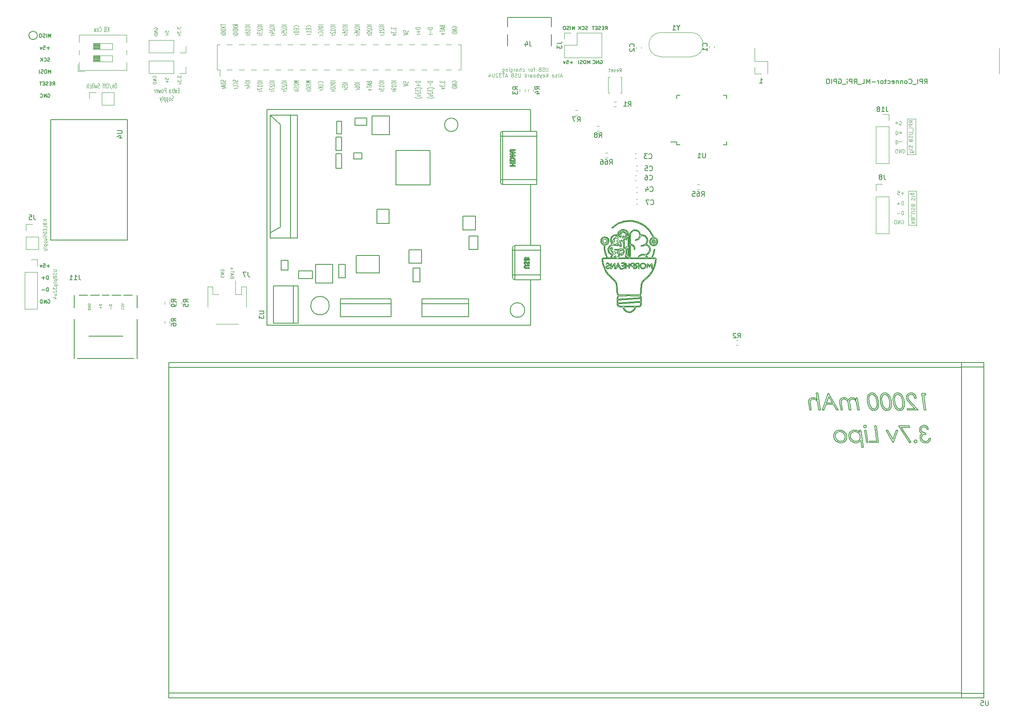
<source format=gbr>
%TF.GenerationSoftware,KiCad,Pcbnew,(5.1.9)-1*%
%TF.CreationDate,2021-10-30T21:00:12+02:00*%
%TF.ProjectId,88RPI,38385250-492e-46b6-9963-61645f706362,rev?*%
%TF.SameCoordinates,Original*%
%TF.FileFunction,Legend,Bot*%
%TF.FilePolarity,Positive*%
%FSLAX46Y46*%
G04 Gerber Fmt 4.6, Leading zero omitted, Abs format (unit mm)*
G04 Created by KiCad (PCBNEW (5.1.9)-1) date 2021-10-30 21:00:12*
%MOMM*%
%LPD*%
G01*
G04 APERTURE LIST*
%ADD10C,0.100000*%
%ADD11C,0.150000*%
%ADD12C,0.075000*%
%ADD13C,0.120000*%
%ADD14C,0.080000*%
%ADD15C,0.200000*%
%ADD16C,0.050000*%
G04 APERTURE END LIST*
D10*
X128430142Y-25646785D02*
X128430142Y-26253928D01*
X128394428Y-26325357D01*
X128358714Y-26361071D01*
X128287285Y-26396785D01*
X128144428Y-26396785D01*
X128073000Y-26361071D01*
X128037285Y-26325357D01*
X128001571Y-26253928D01*
X128001571Y-25646785D01*
X127680142Y-26361071D02*
X127573000Y-26396785D01*
X127394428Y-26396785D01*
X127323000Y-26361071D01*
X127287285Y-26325357D01*
X127251571Y-26253928D01*
X127251571Y-26182500D01*
X127287285Y-26111071D01*
X127323000Y-26075357D01*
X127394428Y-26039642D01*
X127537285Y-26003928D01*
X127608714Y-25968214D01*
X127644428Y-25932500D01*
X127680142Y-25861071D01*
X127680142Y-25789642D01*
X127644428Y-25718214D01*
X127608714Y-25682500D01*
X127537285Y-25646785D01*
X127358714Y-25646785D01*
X127251571Y-25682500D01*
X126680142Y-26003928D02*
X126573000Y-26039642D01*
X126537285Y-26075357D01*
X126501571Y-26146785D01*
X126501571Y-26253928D01*
X126537285Y-26325357D01*
X126573000Y-26361071D01*
X126644428Y-26396785D01*
X126930142Y-26396785D01*
X126930142Y-25646785D01*
X126680142Y-25646785D01*
X126608714Y-25682500D01*
X126573000Y-25718214D01*
X126537285Y-25789642D01*
X126537285Y-25861071D01*
X126573000Y-25932500D01*
X126608714Y-25968214D01*
X126680142Y-26003928D01*
X126930142Y-26003928D01*
X125715857Y-25896785D02*
X125430142Y-25896785D01*
X125608714Y-26396785D02*
X125608714Y-25753928D01*
X125573000Y-25682500D01*
X125501571Y-25646785D01*
X125430142Y-25646785D01*
X125073000Y-26396785D02*
X125144428Y-26361071D01*
X125180142Y-26325357D01*
X125215857Y-26253928D01*
X125215857Y-26039642D01*
X125180142Y-25968214D01*
X125144428Y-25932500D01*
X125073000Y-25896785D01*
X124965857Y-25896785D01*
X124894428Y-25932500D01*
X124858714Y-25968214D01*
X124823000Y-26039642D01*
X124823000Y-26253928D01*
X124858714Y-26325357D01*
X124894428Y-26361071D01*
X124965857Y-26396785D01*
X125073000Y-26396785D01*
X124501571Y-26396785D02*
X124501571Y-25896785D01*
X124501571Y-26039642D02*
X124465857Y-25968214D01*
X124430142Y-25932500D01*
X124358714Y-25896785D01*
X124287285Y-25896785D01*
X123144428Y-26361071D02*
X123215857Y-26396785D01*
X123358714Y-26396785D01*
X123430142Y-26361071D01*
X123465857Y-26325357D01*
X123501571Y-26253928D01*
X123501571Y-26039642D01*
X123465857Y-25968214D01*
X123430142Y-25932500D01*
X123358714Y-25896785D01*
X123215857Y-25896785D01*
X123144428Y-25932500D01*
X122823000Y-26396785D02*
X122823000Y-25646785D01*
X122501571Y-26396785D02*
X122501571Y-26003928D01*
X122537285Y-25932500D01*
X122608714Y-25896785D01*
X122715857Y-25896785D01*
X122787285Y-25932500D01*
X122823000Y-25968214D01*
X121823000Y-26396785D02*
X121823000Y-26003928D01*
X121858714Y-25932500D01*
X121930142Y-25896785D01*
X122073000Y-25896785D01*
X122144428Y-25932500D01*
X121823000Y-26361071D02*
X121894428Y-26396785D01*
X122073000Y-26396785D01*
X122144428Y-26361071D01*
X122180142Y-26289642D01*
X122180142Y-26218214D01*
X122144428Y-26146785D01*
X122073000Y-26111071D01*
X121894428Y-26111071D01*
X121823000Y-26075357D01*
X121465857Y-26396785D02*
X121465857Y-25896785D01*
X121465857Y-26039642D02*
X121430142Y-25968214D01*
X121394428Y-25932500D01*
X121323000Y-25896785D01*
X121251571Y-25896785D01*
X120680142Y-25896785D02*
X120680142Y-26503928D01*
X120715857Y-26575357D01*
X120751571Y-26611071D01*
X120823000Y-26646785D01*
X120930142Y-26646785D01*
X121001571Y-26611071D01*
X120680142Y-26361071D02*
X120751571Y-26396785D01*
X120894428Y-26396785D01*
X120965857Y-26361071D01*
X121001571Y-26325357D01*
X121037285Y-26253928D01*
X121037285Y-26039642D01*
X121001571Y-25968214D01*
X120965857Y-25932500D01*
X120894428Y-25896785D01*
X120751571Y-25896785D01*
X120680142Y-25932500D01*
X120323000Y-26396785D02*
X120323000Y-25896785D01*
X120323000Y-25646785D02*
X120358714Y-25682500D01*
X120323000Y-25718214D01*
X120287285Y-25682500D01*
X120323000Y-25646785D01*
X120323000Y-25718214D01*
X119965857Y-25896785D02*
X119965857Y-26396785D01*
X119965857Y-25968214D02*
X119930142Y-25932500D01*
X119858714Y-25896785D01*
X119751571Y-25896785D01*
X119680142Y-25932500D01*
X119644428Y-26003928D01*
X119644428Y-26396785D01*
X118965857Y-25896785D02*
X118965857Y-26503928D01*
X119001571Y-26575357D01*
X119037285Y-26611071D01*
X119108714Y-26646785D01*
X119215857Y-26646785D01*
X119287285Y-26611071D01*
X118965857Y-26361071D02*
X119037285Y-26396785D01*
X119180142Y-26396785D01*
X119251571Y-26361071D01*
X119287285Y-26325357D01*
X119323000Y-26253928D01*
X119323000Y-26039642D01*
X119287285Y-25968214D01*
X119251571Y-25932500D01*
X119180142Y-25896785D01*
X119037285Y-25896785D01*
X118965857Y-25932500D01*
X131340857Y-27407500D02*
X130983714Y-27407500D01*
X131412285Y-27621785D02*
X131162285Y-26871785D01*
X130912285Y-27621785D01*
X130555142Y-27621785D02*
X130626571Y-27586071D01*
X130662285Y-27514642D01*
X130662285Y-26871785D01*
X130305142Y-27586071D02*
X130233714Y-27621785D01*
X130090857Y-27621785D01*
X130019428Y-27586071D01*
X129983714Y-27514642D01*
X129983714Y-27478928D01*
X130019428Y-27407500D01*
X130090857Y-27371785D01*
X130198000Y-27371785D01*
X130269428Y-27336071D01*
X130305142Y-27264642D01*
X130305142Y-27228928D01*
X130269428Y-27157500D01*
X130198000Y-27121785D01*
X130090857Y-27121785D01*
X130019428Y-27157500D01*
X129555142Y-27621785D02*
X129626571Y-27586071D01*
X129662285Y-27550357D01*
X129698000Y-27478928D01*
X129698000Y-27264642D01*
X129662285Y-27193214D01*
X129626571Y-27157500D01*
X129555142Y-27121785D01*
X129448000Y-27121785D01*
X129376571Y-27157500D01*
X129340857Y-27193214D01*
X129305142Y-27264642D01*
X129305142Y-27478928D01*
X129340857Y-27550357D01*
X129376571Y-27586071D01*
X129448000Y-27621785D01*
X129555142Y-27621785D01*
X128412285Y-27621785D02*
X128412285Y-26871785D01*
X127983714Y-27621785D02*
X128305142Y-27193214D01*
X127983714Y-26871785D02*
X128412285Y-27300357D01*
X127376571Y-27586071D02*
X127448000Y-27621785D01*
X127590857Y-27621785D01*
X127662285Y-27586071D01*
X127698000Y-27514642D01*
X127698000Y-27228928D01*
X127662285Y-27157500D01*
X127590857Y-27121785D01*
X127448000Y-27121785D01*
X127376571Y-27157500D01*
X127340857Y-27228928D01*
X127340857Y-27300357D01*
X127698000Y-27371785D01*
X127090857Y-27121785D02*
X126912285Y-27621785D01*
X126733714Y-27121785D02*
X126912285Y-27621785D01*
X126983714Y-27800357D01*
X127019428Y-27836071D01*
X127090857Y-27871785D01*
X126448000Y-27621785D02*
X126448000Y-26871785D01*
X126448000Y-27157500D02*
X126376571Y-27121785D01*
X126233714Y-27121785D01*
X126162285Y-27157500D01*
X126126571Y-27193214D01*
X126090857Y-27264642D01*
X126090857Y-27478928D01*
X126126571Y-27550357D01*
X126162285Y-27586071D01*
X126233714Y-27621785D01*
X126376571Y-27621785D01*
X126448000Y-27586071D01*
X125662285Y-27621785D02*
X125733714Y-27586071D01*
X125769428Y-27550357D01*
X125805142Y-27478928D01*
X125805142Y-27264642D01*
X125769428Y-27193214D01*
X125733714Y-27157500D01*
X125662285Y-27121785D01*
X125555142Y-27121785D01*
X125483714Y-27157500D01*
X125448000Y-27193214D01*
X125412285Y-27264642D01*
X125412285Y-27478928D01*
X125448000Y-27550357D01*
X125483714Y-27586071D01*
X125555142Y-27621785D01*
X125662285Y-27621785D01*
X124769428Y-27621785D02*
X124769428Y-27228928D01*
X124805142Y-27157500D01*
X124876571Y-27121785D01*
X125019428Y-27121785D01*
X125090857Y-27157500D01*
X124769428Y-27586071D02*
X124840857Y-27621785D01*
X125019428Y-27621785D01*
X125090857Y-27586071D01*
X125126571Y-27514642D01*
X125126571Y-27443214D01*
X125090857Y-27371785D01*
X125019428Y-27336071D01*
X124840857Y-27336071D01*
X124769428Y-27300357D01*
X124412285Y-27621785D02*
X124412285Y-27121785D01*
X124412285Y-27264642D02*
X124376571Y-27193214D01*
X124340857Y-27157500D01*
X124269428Y-27121785D01*
X124198000Y-27121785D01*
X123626571Y-27621785D02*
X123626571Y-26871785D01*
X123626571Y-27586071D02*
X123698000Y-27621785D01*
X123840857Y-27621785D01*
X123912285Y-27586071D01*
X123948000Y-27550357D01*
X123983714Y-27478928D01*
X123983714Y-27264642D01*
X123948000Y-27193214D01*
X123912285Y-27157500D01*
X123840857Y-27121785D01*
X123698000Y-27121785D01*
X123626571Y-27157500D01*
X122698000Y-26871785D02*
X122698000Y-27478928D01*
X122662285Y-27550357D01*
X122626571Y-27586071D01*
X122555142Y-27621785D01*
X122412285Y-27621785D01*
X122340857Y-27586071D01*
X122305142Y-27550357D01*
X122269428Y-27478928D01*
X122269428Y-26871785D01*
X121948000Y-27586071D02*
X121840857Y-27621785D01*
X121662285Y-27621785D01*
X121590857Y-27586071D01*
X121555142Y-27550357D01*
X121519428Y-27478928D01*
X121519428Y-27407500D01*
X121555142Y-27336071D01*
X121590857Y-27300357D01*
X121662285Y-27264642D01*
X121805142Y-27228928D01*
X121876571Y-27193214D01*
X121912285Y-27157500D01*
X121948000Y-27086071D01*
X121948000Y-27014642D01*
X121912285Y-26943214D01*
X121876571Y-26907500D01*
X121805142Y-26871785D01*
X121626571Y-26871785D01*
X121519428Y-26907500D01*
X120948000Y-27228928D02*
X120840857Y-27264642D01*
X120805142Y-27300357D01*
X120769428Y-27371785D01*
X120769428Y-27478928D01*
X120805142Y-27550357D01*
X120840857Y-27586071D01*
X120912285Y-27621785D01*
X121198000Y-27621785D01*
X121198000Y-26871785D01*
X120948000Y-26871785D01*
X120876571Y-26907500D01*
X120840857Y-26943214D01*
X120805142Y-27014642D01*
X120805142Y-27086071D01*
X120840857Y-27157500D01*
X120876571Y-27193214D01*
X120948000Y-27228928D01*
X121198000Y-27228928D01*
X119912285Y-27407500D02*
X119555142Y-27407500D01*
X119983714Y-27621785D02*
X119733714Y-26871785D01*
X119483714Y-27621785D01*
X119340857Y-26871785D02*
X118912285Y-26871785D01*
X119126571Y-27621785D02*
X119126571Y-26871785D01*
X118733714Y-26871785D02*
X118269428Y-26871785D01*
X118519428Y-27157500D01*
X118412285Y-27157500D01*
X118340857Y-27193214D01*
X118305142Y-27228928D01*
X118269428Y-27300357D01*
X118269428Y-27478928D01*
X118305142Y-27550357D01*
X118340857Y-27586071D01*
X118412285Y-27621785D01*
X118626571Y-27621785D01*
X118698000Y-27586071D01*
X118733714Y-27550357D01*
X117983714Y-26943214D02*
X117948000Y-26907500D01*
X117876571Y-26871785D01*
X117698000Y-26871785D01*
X117626571Y-26907500D01*
X117590857Y-26943214D01*
X117555142Y-27014642D01*
X117555142Y-27086071D01*
X117590857Y-27193214D01*
X118019428Y-27621785D01*
X117555142Y-27621785D01*
X117233714Y-26871785D02*
X117233714Y-27478928D01*
X117198000Y-27550357D01*
X117162285Y-27586071D01*
X117090857Y-27621785D01*
X116948000Y-27621785D01*
X116876571Y-27586071D01*
X116840857Y-27550357D01*
X116805142Y-27478928D01*
X116805142Y-26871785D01*
X116126571Y-27121785D02*
X116126571Y-27621785D01*
X116305142Y-26836071D02*
X116483714Y-27371785D01*
X116019428Y-27371785D01*
X104338380Y-17319714D02*
X103338380Y-17319714D01*
X103338380Y-17462571D01*
X103386000Y-17548285D01*
X103481238Y-17605428D01*
X103576476Y-17634000D01*
X103766952Y-17662571D01*
X103909809Y-17662571D01*
X104100285Y-17634000D01*
X104195523Y-17605428D01*
X104290761Y-17548285D01*
X104338380Y-17462571D01*
X104338380Y-17319714D01*
X103957428Y-17919714D02*
X103957428Y-18376857D01*
X104338380Y-18662571D02*
X103671714Y-18662571D01*
X103862190Y-18662571D02*
X103766952Y-18691142D01*
X103719333Y-18719714D01*
X103671714Y-18776857D01*
X103671714Y-18834000D01*
X101798380Y-17319714D02*
X100798380Y-17319714D01*
X100798380Y-17462571D01*
X100846000Y-17548285D01*
X100941238Y-17605428D01*
X101036476Y-17634000D01*
X101226952Y-17662571D01*
X101369809Y-17662571D01*
X101560285Y-17634000D01*
X101655523Y-17605428D01*
X101750761Y-17548285D01*
X101798380Y-17462571D01*
X101798380Y-17319714D01*
X101417428Y-17919714D02*
X101417428Y-18376857D01*
X101798380Y-18148285D02*
X101036476Y-18148285D01*
X101798380Y-18662571D02*
X101131714Y-18662571D01*
X101322190Y-18662571D02*
X101226952Y-18691142D01*
X101179333Y-18719714D01*
X101131714Y-18776857D01*
X101131714Y-18834000D01*
X98258380Y-18173714D02*
X98258380Y-17888000D01*
X98734571Y-17859428D01*
X98686952Y-17888000D01*
X98639333Y-17945142D01*
X98639333Y-18088000D01*
X98686952Y-18145142D01*
X98734571Y-18173714D01*
X98829809Y-18202285D01*
X99067904Y-18202285D01*
X99163142Y-18173714D01*
X99210761Y-18145142D01*
X99258380Y-18088000D01*
X99258380Y-17945142D01*
X99210761Y-17888000D01*
X99163142Y-17859428D01*
X98258380Y-18373714D02*
X99258380Y-18573714D01*
X98258380Y-18773714D01*
X95718380Y-17176857D02*
X95718380Y-17548285D01*
X96099333Y-17348285D01*
X96099333Y-17434000D01*
X96146952Y-17491142D01*
X96194571Y-17519714D01*
X96289809Y-17548285D01*
X96527904Y-17548285D01*
X96623142Y-17519714D01*
X96670761Y-17491142D01*
X96718380Y-17434000D01*
X96718380Y-17262571D01*
X96670761Y-17205428D01*
X96623142Y-17176857D01*
X96623142Y-17805428D02*
X96670761Y-17834000D01*
X96718380Y-17805428D01*
X96670761Y-17776857D01*
X96623142Y-17805428D01*
X96718380Y-17805428D01*
X95718380Y-18034000D02*
X95718380Y-18405428D01*
X96099333Y-18205428D01*
X96099333Y-18291142D01*
X96146952Y-18348285D01*
X96194571Y-18376857D01*
X96289809Y-18405428D01*
X96527904Y-18405428D01*
X96623142Y-18376857D01*
X96670761Y-18348285D01*
X96718380Y-18291142D01*
X96718380Y-18119714D01*
X96670761Y-18062571D01*
X96623142Y-18034000D01*
X96051714Y-18605428D02*
X96718380Y-18748285D01*
X96051714Y-18891142D01*
X94178380Y-16708571D02*
X93178380Y-16708571D01*
X93178380Y-17108571D02*
X93178380Y-17222857D01*
X93226000Y-17280000D01*
X93321238Y-17337142D01*
X93511714Y-17365714D01*
X93845047Y-17365714D01*
X94035523Y-17337142D01*
X94130761Y-17280000D01*
X94178380Y-17222857D01*
X94178380Y-17108571D01*
X94130761Y-17051428D01*
X94035523Y-16994285D01*
X93845047Y-16965714D01*
X93511714Y-16965714D01*
X93321238Y-16994285D01*
X93226000Y-17051428D01*
X93178380Y-17108571D01*
X93273619Y-17594285D02*
X93226000Y-17622857D01*
X93178380Y-17680000D01*
X93178380Y-17822857D01*
X93226000Y-17880000D01*
X93273619Y-17908571D01*
X93368857Y-17937142D01*
X93464095Y-17937142D01*
X93606952Y-17908571D01*
X94178380Y-17565714D01*
X94178380Y-17937142D01*
X94178380Y-18508571D02*
X94178380Y-18165714D01*
X94178380Y-18337142D02*
X93178380Y-18337142D01*
X93321238Y-18280000D01*
X93416476Y-18222857D01*
X93464095Y-18165714D01*
X94178380Y-18765714D02*
X93511714Y-18765714D01*
X93702190Y-18765714D02*
X93606952Y-18794285D01*
X93559333Y-18822857D01*
X93511714Y-18880000D01*
X93511714Y-18937142D01*
X91638380Y-16708571D02*
X90638380Y-16708571D01*
X90638380Y-17108571D02*
X90638380Y-17222857D01*
X90686000Y-17280000D01*
X90781238Y-17337142D01*
X90971714Y-17365714D01*
X91305047Y-17365714D01*
X91495523Y-17337142D01*
X91590761Y-17280000D01*
X91638380Y-17222857D01*
X91638380Y-17108571D01*
X91590761Y-17051428D01*
X91495523Y-16994285D01*
X91305047Y-16965714D01*
X90971714Y-16965714D01*
X90781238Y-16994285D01*
X90686000Y-17051428D01*
X90638380Y-17108571D01*
X90733619Y-17594285D02*
X90686000Y-17622857D01*
X90638380Y-17680000D01*
X90638380Y-17822857D01*
X90686000Y-17880000D01*
X90733619Y-17908571D01*
X90828857Y-17937142D01*
X90924095Y-17937142D01*
X91066952Y-17908571D01*
X91638380Y-17565714D01*
X91638380Y-17937142D01*
X90638380Y-18308571D02*
X90638380Y-18365714D01*
X90686000Y-18422857D01*
X90733619Y-18451428D01*
X90828857Y-18480000D01*
X91019333Y-18508571D01*
X91257428Y-18508571D01*
X91447904Y-18480000D01*
X91543142Y-18451428D01*
X91590761Y-18422857D01*
X91638380Y-18365714D01*
X91638380Y-18308571D01*
X91590761Y-18251428D01*
X91543142Y-18222857D01*
X91447904Y-18194285D01*
X91257428Y-18165714D01*
X91019333Y-18165714D01*
X90828857Y-18194285D01*
X90733619Y-18222857D01*
X90686000Y-18251428D01*
X90638380Y-18308571D01*
X91638380Y-18765714D02*
X90971714Y-18765714D01*
X91162190Y-18765714D02*
X91066952Y-18794285D01*
X91019333Y-18822857D01*
X90971714Y-18880000D01*
X90971714Y-18937142D01*
X89098380Y-16708571D02*
X88098380Y-16708571D01*
X88098380Y-17108571D02*
X88098380Y-17222857D01*
X88146000Y-17280000D01*
X88241238Y-17337142D01*
X88431714Y-17365714D01*
X88765047Y-17365714D01*
X88955523Y-17337142D01*
X89050761Y-17280000D01*
X89098380Y-17222857D01*
X89098380Y-17108571D01*
X89050761Y-17051428D01*
X88955523Y-16994285D01*
X88765047Y-16965714D01*
X88431714Y-16965714D01*
X88241238Y-16994285D01*
X88146000Y-17051428D01*
X88098380Y-17108571D01*
X88193619Y-17594285D02*
X88146000Y-17622857D01*
X88098380Y-17680000D01*
X88098380Y-17822857D01*
X88146000Y-17880000D01*
X88193619Y-17908571D01*
X88288857Y-17937142D01*
X88384095Y-17937142D01*
X88526952Y-17908571D01*
X89098380Y-17565714D01*
X89098380Y-17937142D01*
X88098380Y-18451428D02*
X88098380Y-18337142D01*
X88146000Y-18280000D01*
X88193619Y-18251428D01*
X88336476Y-18194285D01*
X88526952Y-18165714D01*
X88907904Y-18165714D01*
X89003142Y-18194285D01*
X89050761Y-18222857D01*
X89098380Y-18280000D01*
X89098380Y-18394285D01*
X89050761Y-18451428D01*
X89003142Y-18480000D01*
X88907904Y-18508571D01*
X88669809Y-18508571D01*
X88574571Y-18480000D01*
X88526952Y-18451428D01*
X88479333Y-18394285D01*
X88479333Y-18280000D01*
X88526952Y-18222857D01*
X88574571Y-18194285D01*
X88669809Y-18165714D01*
X89098380Y-18765714D02*
X88431714Y-18765714D01*
X88622190Y-18765714D02*
X88526952Y-18794285D01*
X88479333Y-18822857D01*
X88431714Y-18880000D01*
X88431714Y-18937142D01*
X106354571Y-16965714D02*
X106402190Y-17051428D01*
X106449809Y-17080000D01*
X106545047Y-17108571D01*
X106687904Y-17108571D01*
X106783142Y-17080000D01*
X106830761Y-17051428D01*
X106878380Y-16994285D01*
X106878380Y-16765714D01*
X105878380Y-16765714D01*
X105878380Y-16965714D01*
X105926000Y-17022857D01*
X105973619Y-17051428D01*
X106068857Y-17080000D01*
X106164095Y-17080000D01*
X106259333Y-17051428D01*
X106306952Y-17022857D01*
X106354571Y-16965714D01*
X106354571Y-16765714D01*
X106592666Y-17337142D02*
X106592666Y-17622857D01*
X106878380Y-17280000D02*
X105878380Y-17480000D01*
X106878380Y-17680000D01*
X105878380Y-17794285D02*
X105878380Y-18137142D01*
X106878380Y-17965714D02*
X105878380Y-17965714D01*
X106497428Y-18337142D02*
X106497428Y-18794285D01*
X106878380Y-18565714D02*
X106116476Y-18565714D01*
X108466000Y-17322857D02*
X108418380Y-17265714D01*
X108418380Y-17180000D01*
X108466000Y-17094285D01*
X108561238Y-17037142D01*
X108656476Y-17008571D01*
X108846952Y-16980000D01*
X108989809Y-16980000D01*
X109180285Y-17008571D01*
X109275523Y-17037142D01*
X109370761Y-17094285D01*
X109418380Y-17180000D01*
X109418380Y-17237142D01*
X109370761Y-17322857D01*
X109323142Y-17351428D01*
X108989809Y-17351428D01*
X108989809Y-17237142D01*
X109418380Y-17608571D02*
X108418380Y-17608571D01*
X109418380Y-17951428D01*
X108418380Y-17951428D01*
X109418380Y-18237142D02*
X108418380Y-18237142D01*
X108418380Y-18380000D01*
X108466000Y-18465714D01*
X108561238Y-18522857D01*
X108656476Y-18551428D01*
X108846952Y-18580000D01*
X108989809Y-18580000D01*
X109180285Y-18551428D01*
X109275523Y-18522857D01*
X109370761Y-18465714D01*
X109418380Y-18380000D01*
X109418380Y-18237142D01*
X108466000Y-28752857D02*
X108418380Y-28695714D01*
X108418380Y-28610000D01*
X108466000Y-28524285D01*
X108561238Y-28467142D01*
X108656476Y-28438571D01*
X108846952Y-28410000D01*
X108989809Y-28410000D01*
X109180285Y-28438571D01*
X109275523Y-28467142D01*
X109370761Y-28524285D01*
X109418380Y-28610000D01*
X109418380Y-28667142D01*
X109370761Y-28752857D01*
X109323142Y-28781428D01*
X108989809Y-28781428D01*
X108989809Y-28667142D01*
X109418380Y-29038571D02*
X108418380Y-29038571D01*
X109418380Y-29381428D01*
X108418380Y-29381428D01*
X109418380Y-29667142D02*
X108418380Y-29667142D01*
X108418380Y-29810000D01*
X108466000Y-29895714D01*
X108561238Y-29952857D01*
X108656476Y-29981428D01*
X108846952Y-30010000D01*
X108989809Y-30010000D01*
X109180285Y-29981428D01*
X109275523Y-29952857D01*
X109370761Y-29895714D01*
X109418380Y-29810000D01*
X109418380Y-29667142D01*
X105878380Y-28352857D02*
X105878380Y-28724285D01*
X106259333Y-28524285D01*
X106259333Y-28610000D01*
X106306952Y-28667142D01*
X106354571Y-28695714D01*
X106449809Y-28724285D01*
X106687904Y-28724285D01*
X106783142Y-28695714D01*
X106830761Y-28667142D01*
X106878380Y-28610000D01*
X106878380Y-28438571D01*
X106830761Y-28381428D01*
X106783142Y-28352857D01*
X106783142Y-28981428D02*
X106830761Y-29010000D01*
X106878380Y-28981428D01*
X106830761Y-28952857D01*
X106783142Y-28981428D01*
X106878380Y-28981428D01*
X105878380Y-29210000D02*
X105878380Y-29581428D01*
X106259333Y-29381428D01*
X106259333Y-29467142D01*
X106306952Y-29524285D01*
X106354571Y-29552857D01*
X106449809Y-29581428D01*
X106687904Y-29581428D01*
X106783142Y-29552857D01*
X106830761Y-29524285D01*
X106878380Y-29467142D01*
X106878380Y-29295714D01*
X106830761Y-29238571D01*
X106783142Y-29210000D01*
X106211714Y-29781428D02*
X106878380Y-29924285D01*
X106211714Y-30067142D01*
X104338380Y-28454571D02*
X103338380Y-28454571D01*
X103338380Y-28597428D01*
X103386000Y-28683142D01*
X103481238Y-28740285D01*
X103576476Y-28768857D01*
X103766952Y-28797428D01*
X103909809Y-28797428D01*
X104100285Y-28768857D01*
X104195523Y-28740285D01*
X104290761Y-28683142D01*
X104338380Y-28597428D01*
X104338380Y-28454571D01*
X103957428Y-29054571D02*
X103957428Y-29511714D01*
X104719333Y-29968857D02*
X104671714Y-29940285D01*
X104528857Y-29883142D01*
X104433619Y-29854571D01*
X104290761Y-29826000D01*
X104052666Y-29797428D01*
X103862190Y-29797428D01*
X103624095Y-29826000D01*
X103481238Y-29854571D01*
X103386000Y-29883142D01*
X103243142Y-29940285D01*
X103195523Y-29968857D01*
X103338380Y-30140285D02*
X103338380Y-30511714D01*
X103719333Y-30311714D01*
X103719333Y-30397428D01*
X103766952Y-30454571D01*
X103814571Y-30483142D01*
X103909809Y-30511714D01*
X104147904Y-30511714D01*
X104243142Y-30483142D01*
X104290761Y-30454571D01*
X104338380Y-30397428D01*
X104338380Y-30226000D01*
X104290761Y-30168857D01*
X104243142Y-30140285D01*
X103433619Y-30740285D02*
X103386000Y-30768857D01*
X103338380Y-30826000D01*
X103338380Y-30968857D01*
X103386000Y-31026000D01*
X103433619Y-31054571D01*
X103528857Y-31083142D01*
X103624095Y-31083142D01*
X103766952Y-31054571D01*
X104338380Y-30711714D01*
X104338380Y-31083142D01*
X103671714Y-31597428D02*
X104338380Y-31597428D01*
X103671714Y-31340285D02*
X104195523Y-31340285D01*
X104290761Y-31368857D01*
X104338380Y-31426000D01*
X104338380Y-31511714D01*
X104290761Y-31568857D01*
X104243142Y-31597428D01*
X104719333Y-31826000D02*
X104671714Y-31854571D01*
X104528857Y-31911714D01*
X104433619Y-31940285D01*
X104290761Y-31968857D01*
X104052666Y-31997428D01*
X103862190Y-31997428D01*
X103624095Y-31968857D01*
X103481238Y-31940285D01*
X103386000Y-31911714D01*
X103243142Y-31854571D01*
X103195523Y-31826000D01*
X101798380Y-28454571D02*
X100798380Y-28454571D01*
X100798380Y-28597428D01*
X100846000Y-28683142D01*
X100941238Y-28740285D01*
X101036476Y-28768857D01*
X101226952Y-28797428D01*
X101369809Y-28797428D01*
X101560285Y-28768857D01*
X101655523Y-28740285D01*
X101750761Y-28683142D01*
X101798380Y-28597428D01*
X101798380Y-28454571D01*
X101417428Y-29054571D02*
X101417428Y-29511714D01*
X101798380Y-29283142D02*
X101036476Y-29283142D01*
X102179333Y-29968857D02*
X102131714Y-29940285D01*
X101988857Y-29883142D01*
X101893619Y-29854571D01*
X101750761Y-29826000D01*
X101512666Y-29797428D01*
X101322190Y-29797428D01*
X101084095Y-29826000D01*
X100941238Y-29854571D01*
X100846000Y-29883142D01*
X100703142Y-29940285D01*
X100655523Y-29968857D01*
X100798380Y-30140285D02*
X100798380Y-30511714D01*
X101179333Y-30311714D01*
X101179333Y-30397428D01*
X101226952Y-30454571D01*
X101274571Y-30483142D01*
X101369809Y-30511714D01*
X101607904Y-30511714D01*
X101703142Y-30483142D01*
X101750761Y-30454571D01*
X101798380Y-30397428D01*
X101798380Y-30226000D01*
X101750761Y-30168857D01*
X101703142Y-30140285D01*
X100893619Y-30740285D02*
X100846000Y-30768857D01*
X100798380Y-30826000D01*
X100798380Y-30968857D01*
X100846000Y-31026000D01*
X100893619Y-31054571D01*
X100988857Y-31083142D01*
X101084095Y-31083142D01*
X101226952Y-31054571D01*
X101798380Y-30711714D01*
X101798380Y-31083142D01*
X101131714Y-31597428D02*
X101798380Y-31597428D01*
X101131714Y-31340285D02*
X101655523Y-31340285D01*
X101750761Y-31368857D01*
X101798380Y-31426000D01*
X101798380Y-31511714D01*
X101750761Y-31568857D01*
X101703142Y-31597428D01*
X102179333Y-31826000D02*
X102131714Y-31854571D01*
X101988857Y-31911714D01*
X101893619Y-31940285D01*
X101750761Y-31968857D01*
X101512666Y-31997428D01*
X101322190Y-31997428D01*
X101084095Y-31968857D01*
X100941238Y-31940285D01*
X100846000Y-31911714D01*
X100703142Y-31854571D01*
X100655523Y-31826000D01*
X98258380Y-28841714D02*
X98258380Y-28556000D01*
X98734571Y-28527428D01*
X98686952Y-28556000D01*
X98639333Y-28613142D01*
X98639333Y-28756000D01*
X98686952Y-28813142D01*
X98734571Y-28841714D01*
X98829809Y-28870285D01*
X99067904Y-28870285D01*
X99163142Y-28841714D01*
X99210761Y-28813142D01*
X99258380Y-28756000D01*
X99258380Y-28613142D01*
X99210761Y-28556000D01*
X99163142Y-28527428D01*
X98258380Y-29041714D02*
X99258380Y-29241714D01*
X98258380Y-29441714D01*
X86558380Y-16708571D02*
X85558380Y-16708571D01*
X85558380Y-17108571D02*
X85558380Y-17222857D01*
X85606000Y-17280000D01*
X85701238Y-17337142D01*
X85891714Y-17365714D01*
X86225047Y-17365714D01*
X86415523Y-17337142D01*
X86510761Y-17280000D01*
X86558380Y-17222857D01*
X86558380Y-17108571D01*
X86510761Y-17051428D01*
X86415523Y-16994285D01*
X86225047Y-16965714D01*
X85891714Y-16965714D01*
X85701238Y-16994285D01*
X85606000Y-17051428D01*
X85558380Y-17108571D01*
X86558380Y-17937142D02*
X86558380Y-17594285D01*
X86558380Y-17765714D02*
X85558380Y-17765714D01*
X85701238Y-17708571D01*
X85796476Y-17651428D01*
X85844095Y-17594285D01*
X85558380Y-18451428D02*
X85558380Y-18337142D01*
X85606000Y-18280000D01*
X85653619Y-18251428D01*
X85796476Y-18194285D01*
X85986952Y-18165714D01*
X86367904Y-18165714D01*
X86463142Y-18194285D01*
X86510761Y-18222857D01*
X86558380Y-18280000D01*
X86558380Y-18394285D01*
X86510761Y-18451428D01*
X86463142Y-18480000D01*
X86367904Y-18508571D01*
X86129809Y-18508571D01*
X86034571Y-18480000D01*
X85986952Y-18451428D01*
X85939333Y-18394285D01*
X85939333Y-18280000D01*
X85986952Y-18222857D01*
X86034571Y-18194285D01*
X86129809Y-18165714D01*
X86558380Y-18765714D02*
X85891714Y-18765714D01*
X86082190Y-18765714D02*
X85986952Y-18794285D01*
X85939333Y-18822857D01*
X85891714Y-18880000D01*
X85891714Y-18937142D01*
X84018380Y-16708571D02*
X83018380Y-16708571D01*
X83018380Y-17108571D02*
X83018380Y-17222857D01*
X83066000Y-17280000D01*
X83161238Y-17337142D01*
X83351714Y-17365714D01*
X83685047Y-17365714D01*
X83875523Y-17337142D01*
X83970761Y-17280000D01*
X84018380Y-17222857D01*
X84018380Y-17108571D01*
X83970761Y-17051428D01*
X83875523Y-16994285D01*
X83685047Y-16965714D01*
X83351714Y-16965714D01*
X83161238Y-16994285D01*
X83066000Y-17051428D01*
X83018380Y-17108571D01*
X84018380Y-17937142D02*
X84018380Y-17594285D01*
X84018380Y-17765714D02*
X83018380Y-17765714D01*
X83161238Y-17708571D01*
X83256476Y-17651428D01*
X83304095Y-17594285D01*
X83113619Y-18165714D02*
X83066000Y-18194285D01*
X83018380Y-18251428D01*
X83018380Y-18394285D01*
X83066000Y-18451428D01*
X83113619Y-18480000D01*
X83208857Y-18508571D01*
X83304095Y-18508571D01*
X83446952Y-18480000D01*
X84018380Y-18137142D01*
X84018380Y-18508571D01*
X84018380Y-18765714D02*
X83351714Y-18765714D01*
X83542190Y-18765714D02*
X83446952Y-18794285D01*
X83399333Y-18822857D01*
X83351714Y-18880000D01*
X83351714Y-18937142D01*
X81478380Y-16708571D02*
X80478380Y-16708571D01*
X81478380Y-16994285D02*
X80478380Y-16994285D01*
X80478380Y-17137142D01*
X80526000Y-17222857D01*
X80621238Y-17280000D01*
X80716476Y-17308571D01*
X80906952Y-17337142D01*
X81049809Y-17337142D01*
X81240285Y-17308571D01*
X81335523Y-17280000D01*
X81430761Y-17222857D01*
X81478380Y-17137142D01*
X81478380Y-16994285D01*
X81430761Y-17565714D02*
X81478380Y-17651428D01*
X81478380Y-17794285D01*
X81430761Y-17851428D01*
X81383142Y-17880000D01*
X81287904Y-17908571D01*
X81192666Y-17908571D01*
X81097428Y-17880000D01*
X81049809Y-17851428D01*
X81002190Y-17794285D01*
X80954571Y-17680000D01*
X80906952Y-17622857D01*
X80859333Y-17594285D01*
X80764095Y-17565714D01*
X80668857Y-17565714D01*
X80573619Y-17594285D01*
X80526000Y-17622857D01*
X80478380Y-17680000D01*
X80478380Y-17822857D01*
X80526000Y-17908571D01*
X81383142Y-18508571D02*
X81430761Y-18480000D01*
X81478380Y-18394285D01*
X81478380Y-18337142D01*
X81430761Y-18251428D01*
X81335523Y-18194285D01*
X81240285Y-18165714D01*
X81049809Y-18137142D01*
X80906952Y-18137142D01*
X80716476Y-18165714D01*
X80621238Y-18194285D01*
X80526000Y-18251428D01*
X80478380Y-18337142D01*
X80478380Y-18394285D01*
X80526000Y-18480000D01*
X80573619Y-18508571D01*
X81478380Y-18765714D02*
X80811714Y-18765714D01*
X81002190Y-18765714D02*
X80906952Y-18794285D01*
X80859333Y-18822857D01*
X80811714Y-18880000D01*
X80811714Y-18937142D01*
X78843142Y-17222857D02*
X78890761Y-17194285D01*
X78938380Y-17108571D01*
X78938380Y-17051428D01*
X78890761Y-16965714D01*
X78795523Y-16908571D01*
X78700285Y-16880000D01*
X78509809Y-16851428D01*
X78366952Y-16851428D01*
X78176476Y-16880000D01*
X78081238Y-16908571D01*
X77986000Y-16965714D01*
X77938380Y-17051428D01*
X77938380Y-17108571D01*
X77986000Y-17194285D01*
X78033619Y-17222857D01*
X78414571Y-17480000D02*
X78414571Y-17680000D01*
X78938380Y-17765714D02*
X78938380Y-17480000D01*
X77938380Y-17480000D01*
X77938380Y-17765714D01*
X78938380Y-18337142D02*
X78938380Y-17994285D01*
X78938380Y-18165714D02*
X77938380Y-18165714D01*
X78081238Y-18108571D01*
X78176476Y-18051428D01*
X78224095Y-17994285D01*
X78938380Y-18594285D02*
X78271714Y-18594285D01*
X78462190Y-18594285D02*
X78366952Y-18622857D01*
X78319333Y-18651428D01*
X78271714Y-18708571D01*
X78271714Y-18765714D01*
X76303142Y-17222857D02*
X76350761Y-17194285D01*
X76398380Y-17108571D01*
X76398380Y-17051428D01*
X76350761Y-16965714D01*
X76255523Y-16908571D01*
X76160285Y-16880000D01*
X75969809Y-16851428D01*
X75826952Y-16851428D01*
X75636476Y-16880000D01*
X75541238Y-16908571D01*
X75446000Y-16965714D01*
X75398380Y-17051428D01*
X75398380Y-17108571D01*
X75446000Y-17194285D01*
X75493619Y-17222857D01*
X75874571Y-17480000D02*
X75874571Y-17680000D01*
X76398380Y-17765714D02*
X76398380Y-17480000D01*
X75398380Y-17480000D01*
X75398380Y-17765714D01*
X75398380Y-18137142D02*
X75398380Y-18194285D01*
X75446000Y-18251428D01*
X75493619Y-18280000D01*
X75588857Y-18308571D01*
X75779333Y-18337142D01*
X76017428Y-18337142D01*
X76207904Y-18308571D01*
X76303142Y-18280000D01*
X76350761Y-18251428D01*
X76398380Y-18194285D01*
X76398380Y-18137142D01*
X76350761Y-18080000D01*
X76303142Y-18051428D01*
X76207904Y-18022857D01*
X76017428Y-17994285D01*
X75779333Y-17994285D01*
X75588857Y-18022857D01*
X75493619Y-18051428D01*
X75446000Y-18080000D01*
X75398380Y-18137142D01*
X76398380Y-18594285D02*
X75731714Y-18594285D01*
X75922190Y-18594285D02*
X75826952Y-18622857D01*
X75779333Y-18651428D01*
X75731714Y-18708571D01*
X75731714Y-18765714D01*
X73858380Y-16708571D02*
X72858380Y-16708571D01*
X72858380Y-17108571D02*
X72858380Y-17222857D01*
X72906000Y-17280000D01*
X73001238Y-17337142D01*
X73191714Y-17365714D01*
X73525047Y-17365714D01*
X73715523Y-17337142D01*
X73810761Y-17280000D01*
X73858380Y-17222857D01*
X73858380Y-17108571D01*
X73810761Y-17051428D01*
X73715523Y-16994285D01*
X73525047Y-16965714D01*
X73191714Y-16965714D01*
X73001238Y-16994285D01*
X72906000Y-17051428D01*
X72858380Y-17108571D01*
X72953619Y-17594285D02*
X72906000Y-17622857D01*
X72858380Y-17680000D01*
X72858380Y-17822857D01*
X72906000Y-17880000D01*
X72953619Y-17908571D01*
X73048857Y-17937142D01*
X73144095Y-17937142D01*
X73286952Y-17908571D01*
X73858380Y-17565714D01*
X73858380Y-17937142D01*
X72858380Y-18480000D02*
X72858380Y-18194285D01*
X73334571Y-18165714D01*
X73286952Y-18194285D01*
X73239333Y-18251428D01*
X73239333Y-18394285D01*
X73286952Y-18451428D01*
X73334571Y-18480000D01*
X73429809Y-18508571D01*
X73667904Y-18508571D01*
X73763142Y-18480000D01*
X73810761Y-18451428D01*
X73858380Y-18394285D01*
X73858380Y-18251428D01*
X73810761Y-18194285D01*
X73763142Y-18165714D01*
X73858380Y-18765714D02*
X73191714Y-18765714D01*
X73382190Y-18765714D02*
X73286952Y-18794285D01*
X73239333Y-18822857D01*
X73191714Y-18880000D01*
X73191714Y-18937142D01*
X71318380Y-16708571D02*
X70318380Y-16708571D01*
X70318380Y-17108571D02*
X70318380Y-17222857D01*
X70366000Y-17280000D01*
X70461238Y-17337142D01*
X70651714Y-17365714D01*
X70985047Y-17365714D01*
X71175523Y-17337142D01*
X71270761Y-17280000D01*
X71318380Y-17222857D01*
X71318380Y-17108571D01*
X71270761Y-17051428D01*
X71175523Y-16994285D01*
X70985047Y-16965714D01*
X70651714Y-16965714D01*
X70461238Y-16994285D01*
X70366000Y-17051428D01*
X70318380Y-17108571D01*
X70413619Y-17594285D02*
X70366000Y-17622857D01*
X70318380Y-17680000D01*
X70318380Y-17822857D01*
X70366000Y-17880000D01*
X70413619Y-17908571D01*
X70508857Y-17937142D01*
X70604095Y-17937142D01*
X70746952Y-17908571D01*
X71318380Y-17565714D01*
X71318380Y-17937142D01*
X70651714Y-18451428D02*
X71318380Y-18451428D01*
X70270761Y-18308571D02*
X70985047Y-18165714D01*
X70985047Y-18537142D01*
X71318380Y-18765714D02*
X70651714Y-18765714D01*
X70842190Y-18765714D02*
X70746952Y-18794285D01*
X70699333Y-18822857D01*
X70651714Y-18880000D01*
X70651714Y-18937142D01*
X68778380Y-16708571D02*
X67778380Y-16708571D01*
X67778380Y-17108571D02*
X67778380Y-17222857D01*
X67826000Y-17280000D01*
X67921238Y-17337142D01*
X68111714Y-17365714D01*
X68445047Y-17365714D01*
X68635523Y-17337142D01*
X68730761Y-17280000D01*
X68778380Y-17222857D01*
X68778380Y-17108571D01*
X68730761Y-17051428D01*
X68635523Y-16994285D01*
X68445047Y-16965714D01*
X68111714Y-16965714D01*
X67921238Y-16994285D01*
X67826000Y-17051428D01*
X67778380Y-17108571D01*
X67873619Y-17594285D02*
X67826000Y-17622857D01*
X67778380Y-17680000D01*
X67778380Y-17822857D01*
X67826000Y-17880000D01*
X67873619Y-17908571D01*
X67968857Y-17937142D01*
X68064095Y-17937142D01*
X68206952Y-17908571D01*
X68778380Y-17565714D01*
X68778380Y-17937142D01*
X67778380Y-18137142D02*
X67778380Y-18508571D01*
X68159333Y-18308571D01*
X68159333Y-18394285D01*
X68206952Y-18451428D01*
X68254571Y-18480000D01*
X68349809Y-18508571D01*
X68587904Y-18508571D01*
X68683142Y-18480000D01*
X68730761Y-18451428D01*
X68778380Y-18394285D01*
X68778380Y-18222857D01*
X68730761Y-18165714D01*
X68683142Y-18137142D01*
X68778380Y-18765714D02*
X68111714Y-18765714D01*
X68302190Y-18765714D02*
X68206952Y-18794285D01*
X68159333Y-18822857D01*
X68111714Y-18880000D01*
X68111714Y-18937142D01*
X66238380Y-16708571D02*
X65238380Y-16708571D01*
X65238380Y-17108571D02*
X65238380Y-17222857D01*
X65286000Y-17280000D01*
X65381238Y-17337142D01*
X65571714Y-17365714D01*
X65905047Y-17365714D01*
X66095523Y-17337142D01*
X66190761Y-17280000D01*
X66238380Y-17222857D01*
X66238380Y-17108571D01*
X66190761Y-17051428D01*
X66095523Y-16994285D01*
X65905047Y-16965714D01*
X65571714Y-16965714D01*
X65381238Y-16994285D01*
X65286000Y-17051428D01*
X65238380Y-17108571D01*
X66238380Y-17937142D02*
X66238380Y-17594285D01*
X66238380Y-17765714D02*
X65238380Y-17765714D01*
X65381238Y-17708571D01*
X65476476Y-17651428D01*
X65524095Y-17594285D01*
X65666952Y-18280000D02*
X65619333Y-18222857D01*
X65571714Y-18194285D01*
X65476476Y-18165714D01*
X65428857Y-18165714D01*
X65333619Y-18194285D01*
X65286000Y-18222857D01*
X65238380Y-18280000D01*
X65238380Y-18394285D01*
X65286000Y-18451428D01*
X65333619Y-18480000D01*
X65428857Y-18508571D01*
X65476476Y-18508571D01*
X65571714Y-18480000D01*
X65619333Y-18451428D01*
X65666952Y-18394285D01*
X65666952Y-18280000D01*
X65714571Y-18222857D01*
X65762190Y-18194285D01*
X65857428Y-18165714D01*
X66047904Y-18165714D01*
X66143142Y-18194285D01*
X66190761Y-18222857D01*
X66238380Y-18280000D01*
X66238380Y-18394285D01*
X66190761Y-18451428D01*
X66143142Y-18480000D01*
X66047904Y-18508571D01*
X65857428Y-18508571D01*
X65762190Y-18480000D01*
X65714571Y-18451428D01*
X65666952Y-18394285D01*
X66238380Y-18765714D02*
X65571714Y-18765714D01*
X65762190Y-18765714D02*
X65666952Y-18794285D01*
X65619333Y-18822857D01*
X65571714Y-18880000D01*
X65571714Y-18937142D01*
X63698380Y-16908571D02*
X63222190Y-16708571D01*
X63698380Y-16565714D02*
X62698380Y-16565714D01*
X62698380Y-16794285D01*
X62746000Y-16851428D01*
X62793619Y-16880000D01*
X62888857Y-16908571D01*
X63031714Y-16908571D01*
X63126952Y-16880000D01*
X63174571Y-16851428D01*
X63222190Y-16794285D01*
X63222190Y-16565714D01*
X62698380Y-17108571D02*
X63698380Y-17508571D01*
X62698380Y-17508571D02*
X63698380Y-17108571D01*
X63698380Y-17737142D02*
X62698380Y-17737142D01*
X62698380Y-17880000D01*
X62746000Y-17965714D01*
X62841238Y-18022857D01*
X62936476Y-18051428D01*
X63126952Y-18080000D01*
X63269809Y-18080000D01*
X63460285Y-18051428D01*
X63555523Y-18022857D01*
X63650761Y-17965714D01*
X63698380Y-17880000D01*
X63698380Y-17737142D01*
X62698380Y-18451428D02*
X62698380Y-18508571D01*
X62746000Y-18565714D01*
X62793619Y-18594285D01*
X62888857Y-18622857D01*
X63079333Y-18651428D01*
X63317428Y-18651428D01*
X63507904Y-18622857D01*
X63603142Y-18594285D01*
X63650761Y-18565714D01*
X63698380Y-18508571D01*
X63698380Y-18451428D01*
X63650761Y-18394285D01*
X63603142Y-18365714D01*
X63507904Y-18337142D01*
X63317428Y-18308571D01*
X63079333Y-18308571D01*
X62888857Y-18337142D01*
X62793619Y-18365714D01*
X62746000Y-18394285D01*
X62698380Y-18451428D01*
X63698380Y-18908571D02*
X63031714Y-18908571D01*
X63222190Y-18908571D02*
X63126952Y-18937142D01*
X63079333Y-18965714D01*
X63031714Y-19022857D01*
X63031714Y-19080000D01*
X60158380Y-16551428D02*
X60158380Y-16894285D01*
X61158380Y-16722857D02*
X60158380Y-16722857D01*
X60158380Y-17037142D02*
X61158380Y-17437142D01*
X60158380Y-17437142D02*
X61158380Y-17037142D01*
X61158380Y-17665714D02*
X60158380Y-17665714D01*
X60158380Y-17808571D01*
X60206000Y-17894285D01*
X60301238Y-17951428D01*
X60396476Y-17980000D01*
X60586952Y-18008571D01*
X60729809Y-18008571D01*
X60920285Y-17980000D01*
X61015523Y-17951428D01*
X61110761Y-17894285D01*
X61158380Y-17808571D01*
X61158380Y-17665714D01*
X60158380Y-18380000D02*
X60158380Y-18437142D01*
X60206000Y-18494285D01*
X60253619Y-18522857D01*
X60348857Y-18551428D01*
X60539333Y-18580000D01*
X60777428Y-18580000D01*
X60967904Y-18551428D01*
X61063142Y-18522857D01*
X61110761Y-18494285D01*
X61158380Y-18437142D01*
X61158380Y-18380000D01*
X61110761Y-18322857D01*
X61063142Y-18294285D01*
X60967904Y-18265714D01*
X60777428Y-18237142D01*
X60539333Y-18237142D01*
X60348857Y-18265714D01*
X60253619Y-18294285D01*
X60206000Y-18322857D01*
X60158380Y-18380000D01*
X61158380Y-18837142D02*
X60491714Y-18837142D01*
X60682190Y-18837142D02*
X60586952Y-18865714D01*
X60539333Y-18894285D01*
X60491714Y-18951428D01*
X60491714Y-19008571D01*
X96718380Y-28392571D02*
X95718380Y-28392571D01*
X95718380Y-28792571D02*
X95718380Y-28906857D01*
X95766000Y-28964000D01*
X95861238Y-29021142D01*
X96051714Y-29049714D01*
X96385047Y-29049714D01*
X96575523Y-29021142D01*
X96670761Y-28964000D01*
X96718380Y-28906857D01*
X96718380Y-28792571D01*
X96670761Y-28735428D01*
X96575523Y-28678285D01*
X96385047Y-28649714D01*
X96051714Y-28649714D01*
X95861238Y-28678285D01*
X95766000Y-28735428D01*
X95718380Y-28792571D01*
X96718380Y-29621142D02*
X96718380Y-29278285D01*
X96718380Y-29449714D02*
X95718380Y-29449714D01*
X95861238Y-29392571D01*
X95956476Y-29335428D01*
X96004095Y-29278285D01*
X96718380Y-29906857D02*
X96718380Y-30021142D01*
X96670761Y-30078285D01*
X96623142Y-30106857D01*
X96480285Y-30164000D01*
X96289809Y-30192571D01*
X95908857Y-30192571D01*
X95813619Y-30164000D01*
X95766000Y-30135428D01*
X95718380Y-30078285D01*
X95718380Y-29964000D01*
X95766000Y-29906857D01*
X95813619Y-29878285D01*
X95908857Y-29849714D01*
X96146952Y-29849714D01*
X96242190Y-29878285D01*
X96289809Y-29906857D01*
X96337428Y-29964000D01*
X96337428Y-30078285D01*
X96289809Y-30135428D01*
X96242190Y-30164000D01*
X96146952Y-30192571D01*
X96718380Y-30449714D02*
X96051714Y-30449714D01*
X96242190Y-30449714D02*
X96146952Y-30478285D01*
X96099333Y-30506857D01*
X96051714Y-30564000D01*
X96051714Y-30621142D01*
X94178380Y-28392571D02*
X93178380Y-28392571D01*
X93178380Y-28792571D02*
X93178380Y-28906857D01*
X93226000Y-28964000D01*
X93321238Y-29021142D01*
X93511714Y-29049714D01*
X93845047Y-29049714D01*
X94035523Y-29021142D01*
X94130761Y-28964000D01*
X94178380Y-28906857D01*
X94178380Y-28792571D01*
X94130761Y-28735428D01*
X94035523Y-28678285D01*
X93845047Y-28649714D01*
X93511714Y-28649714D01*
X93321238Y-28678285D01*
X93226000Y-28735428D01*
X93178380Y-28792571D01*
X94178380Y-29621142D02*
X94178380Y-29278285D01*
X94178380Y-29449714D02*
X93178380Y-29449714D01*
X93321238Y-29392571D01*
X93416476Y-29335428D01*
X93464095Y-29278285D01*
X93178380Y-29821142D02*
X93178380Y-30192571D01*
X93559333Y-29992571D01*
X93559333Y-30078285D01*
X93606952Y-30135428D01*
X93654571Y-30164000D01*
X93749809Y-30192571D01*
X93987904Y-30192571D01*
X94083142Y-30164000D01*
X94130761Y-30135428D01*
X94178380Y-30078285D01*
X94178380Y-29906857D01*
X94130761Y-29849714D01*
X94083142Y-29821142D01*
X94178380Y-30449714D02*
X93511714Y-30449714D01*
X93702190Y-30449714D02*
X93606952Y-30478285D01*
X93559333Y-30506857D01*
X93511714Y-30564000D01*
X93511714Y-30621142D01*
X91114571Y-28649714D02*
X91162190Y-28735428D01*
X91209809Y-28764000D01*
X91305047Y-28792571D01*
X91447904Y-28792571D01*
X91543142Y-28764000D01*
X91590761Y-28735428D01*
X91638380Y-28678285D01*
X91638380Y-28449714D01*
X90638380Y-28449714D01*
X90638380Y-28649714D01*
X90686000Y-28706857D01*
X90733619Y-28735428D01*
X90828857Y-28764000D01*
X90924095Y-28764000D01*
X91019333Y-28735428D01*
X91066952Y-28706857D01*
X91114571Y-28649714D01*
X91114571Y-28449714D01*
X91352666Y-29021142D02*
X91352666Y-29306857D01*
X91638380Y-28964000D02*
X90638380Y-29164000D01*
X91638380Y-29364000D01*
X90638380Y-29478285D02*
X90638380Y-29821142D01*
X91638380Y-29649714D02*
X90638380Y-29649714D01*
X91257428Y-30021142D02*
X91257428Y-30478285D01*
X91638380Y-30249714D02*
X90876476Y-30249714D01*
X89098380Y-28678285D02*
X88098380Y-28678285D01*
X88098380Y-29078285D02*
X88098380Y-29192571D01*
X88146000Y-29249714D01*
X88241238Y-29306857D01*
X88431714Y-29335428D01*
X88765047Y-29335428D01*
X88955523Y-29306857D01*
X89050761Y-29249714D01*
X89098380Y-29192571D01*
X89098380Y-29078285D01*
X89050761Y-29021142D01*
X88955523Y-28964000D01*
X88765047Y-28935428D01*
X88431714Y-28935428D01*
X88241238Y-28964000D01*
X88146000Y-29021142D01*
X88098380Y-29078285D01*
X88098380Y-29849714D02*
X88098380Y-29735428D01*
X88146000Y-29678285D01*
X88193619Y-29649714D01*
X88336476Y-29592571D01*
X88526952Y-29564000D01*
X88907904Y-29564000D01*
X89003142Y-29592571D01*
X89050761Y-29621142D01*
X89098380Y-29678285D01*
X89098380Y-29792571D01*
X89050761Y-29849714D01*
X89003142Y-29878285D01*
X88907904Y-29906857D01*
X88669809Y-29906857D01*
X88574571Y-29878285D01*
X88526952Y-29849714D01*
X88479333Y-29792571D01*
X88479333Y-29678285D01*
X88526952Y-29621142D01*
X88574571Y-29592571D01*
X88669809Y-29564000D01*
X89098380Y-30164000D02*
X88431714Y-30164000D01*
X88622190Y-30164000D02*
X88526952Y-30192571D01*
X88479333Y-30221142D01*
X88431714Y-30278285D01*
X88431714Y-30335428D01*
X86558380Y-28678285D02*
X85558380Y-28678285D01*
X85558380Y-29078285D02*
X85558380Y-29192571D01*
X85606000Y-29249714D01*
X85701238Y-29306857D01*
X85891714Y-29335428D01*
X86225047Y-29335428D01*
X86415523Y-29306857D01*
X86510761Y-29249714D01*
X86558380Y-29192571D01*
X86558380Y-29078285D01*
X86510761Y-29021142D01*
X86415523Y-28964000D01*
X86225047Y-28935428D01*
X85891714Y-28935428D01*
X85701238Y-28964000D01*
X85606000Y-29021142D01*
X85558380Y-29078285D01*
X85558380Y-29878285D02*
X85558380Y-29592571D01*
X86034571Y-29564000D01*
X85986952Y-29592571D01*
X85939333Y-29649714D01*
X85939333Y-29792571D01*
X85986952Y-29849714D01*
X86034571Y-29878285D01*
X86129809Y-29906857D01*
X86367904Y-29906857D01*
X86463142Y-29878285D01*
X86510761Y-29849714D01*
X86558380Y-29792571D01*
X86558380Y-29649714D01*
X86510761Y-29592571D01*
X86463142Y-29564000D01*
X86558380Y-30164000D02*
X85891714Y-30164000D01*
X86082190Y-30164000D02*
X85986952Y-30192571D01*
X85939333Y-30221142D01*
X85891714Y-30278285D01*
X85891714Y-30335428D01*
X84018380Y-28392571D02*
X83018380Y-28392571D01*
X84018380Y-28678285D02*
X83018380Y-28678285D01*
X83018380Y-28821142D01*
X83066000Y-28906857D01*
X83161238Y-28964000D01*
X83256476Y-28992571D01*
X83446952Y-29021142D01*
X83589809Y-29021142D01*
X83780285Y-28992571D01*
X83875523Y-28964000D01*
X83970761Y-28906857D01*
X84018380Y-28821142D01*
X84018380Y-28678285D01*
X83970761Y-29249714D02*
X84018380Y-29335428D01*
X84018380Y-29478285D01*
X83970761Y-29535428D01*
X83923142Y-29564000D01*
X83827904Y-29592571D01*
X83732666Y-29592571D01*
X83637428Y-29564000D01*
X83589809Y-29535428D01*
X83542190Y-29478285D01*
X83494571Y-29364000D01*
X83446952Y-29306857D01*
X83399333Y-29278285D01*
X83304095Y-29249714D01*
X83208857Y-29249714D01*
X83113619Y-29278285D01*
X83066000Y-29306857D01*
X83018380Y-29364000D01*
X83018380Y-29506857D01*
X83066000Y-29592571D01*
X84018380Y-29849714D02*
X83018380Y-29849714D01*
X83018380Y-29992571D01*
X83066000Y-30078285D01*
X83161238Y-30135428D01*
X83256476Y-30164000D01*
X83446952Y-30192571D01*
X83589809Y-30192571D01*
X83780285Y-30164000D01*
X83875523Y-30135428D01*
X83970761Y-30078285D01*
X84018380Y-29992571D01*
X84018380Y-29849714D01*
X84018380Y-30449714D02*
X83351714Y-30449714D01*
X83542190Y-30449714D02*
X83446952Y-30478285D01*
X83399333Y-30506857D01*
X83351714Y-30564000D01*
X83351714Y-30621142D01*
X81383142Y-28921142D02*
X81430761Y-28892571D01*
X81478380Y-28806857D01*
X81478380Y-28749714D01*
X81430761Y-28664000D01*
X81335523Y-28606857D01*
X81240285Y-28578285D01*
X81049809Y-28549714D01*
X80906952Y-28549714D01*
X80716476Y-28578285D01*
X80621238Y-28606857D01*
X80526000Y-28664000D01*
X80478380Y-28749714D01*
X80478380Y-28806857D01*
X80526000Y-28892571D01*
X80573619Y-28921142D01*
X81478380Y-29464000D02*
X81478380Y-29178285D01*
X80478380Y-29178285D01*
X81478380Y-29664000D02*
X80478380Y-29664000D01*
X81478380Y-30006857D02*
X80906952Y-29749714D01*
X80478380Y-30006857D02*
X81049809Y-29664000D01*
X81478380Y-30264000D02*
X80811714Y-30264000D01*
X81002190Y-30264000D02*
X80906952Y-30292571D01*
X80859333Y-30321142D01*
X80811714Y-30378285D01*
X80811714Y-30435428D01*
X78938380Y-28335428D02*
X77938380Y-28335428D01*
X78652666Y-28535428D01*
X77938380Y-28735428D01*
X78938380Y-28735428D01*
X78938380Y-29021142D02*
X77938380Y-29021142D01*
X78890761Y-29278285D02*
X78938380Y-29364000D01*
X78938380Y-29506857D01*
X78890761Y-29564000D01*
X78843142Y-29592571D01*
X78747904Y-29621142D01*
X78652666Y-29621142D01*
X78557428Y-29592571D01*
X78509809Y-29564000D01*
X78462190Y-29506857D01*
X78414571Y-29392571D01*
X78366952Y-29335428D01*
X78319333Y-29306857D01*
X78224095Y-29278285D01*
X78128857Y-29278285D01*
X78033619Y-29306857D01*
X77986000Y-29335428D01*
X77938380Y-29392571D01*
X77938380Y-29535428D01*
X77986000Y-29621142D01*
X77938380Y-29992571D02*
X77938380Y-30106857D01*
X77986000Y-30164000D01*
X78081238Y-30221142D01*
X78271714Y-30249714D01*
X78605047Y-30249714D01*
X78795523Y-30221142D01*
X78890761Y-30164000D01*
X78938380Y-30106857D01*
X78938380Y-29992571D01*
X78890761Y-29935428D01*
X78795523Y-29878285D01*
X78605047Y-29849714D01*
X78271714Y-29849714D01*
X78081238Y-29878285D01*
X77986000Y-29935428D01*
X77938380Y-29992571D01*
X78938380Y-30506857D02*
X78271714Y-30506857D01*
X78462190Y-30506857D02*
X78366952Y-30535428D01*
X78319333Y-30564000D01*
X78271714Y-30621142D01*
X78271714Y-30678285D01*
X76398380Y-28335428D02*
X75398380Y-28335428D01*
X76112666Y-28535428D01*
X75398380Y-28735428D01*
X76398380Y-28735428D01*
X75398380Y-29135428D02*
X75398380Y-29249714D01*
X75446000Y-29306857D01*
X75541238Y-29364000D01*
X75731714Y-29392571D01*
X76065047Y-29392571D01*
X76255523Y-29364000D01*
X76350761Y-29306857D01*
X76398380Y-29249714D01*
X76398380Y-29135428D01*
X76350761Y-29078285D01*
X76255523Y-29021142D01*
X76065047Y-28992571D01*
X75731714Y-28992571D01*
X75541238Y-29021142D01*
X75446000Y-29078285D01*
X75398380Y-29135428D01*
X76350761Y-29621142D02*
X76398380Y-29706857D01*
X76398380Y-29849714D01*
X76350761Y-29906857D01*
X76303142Y-29935428D01*
X76207904Y-29964000D01*
X76112666Y-29964000D01*
X76017428Y-29935428D01*
X75969809Y-29906857D01*
X75922190Y-29849714D01*
X75874571Y-29735428D01*
X75826952Y-29678285D01*
X75779333Y-29649714D01*
X75684095Y-29621142D01*
X75588857Y-29621142D01*
X75493619Y-29649714D01*
X75446000Y-29678285D01*
X75398380Y-29735428D01*
X75398380Y-29878285D01*
X75446000Y-29964000D01*
X76398380Y-30221142D02*
X75398380Y-30221142D01*
X76398380Y-30506857D02*
X75731714Y-30506857D01*
X75922190Y-30506857D02*
X75826952Y-30535428D01*
X75779333Y-30564000D01*
X75731714Y-30621142D01*
X75731714Y-30678285D01*
X73858380Y-28392571D02*
X72858380Y-28392571D01*
X72858380Y-28792571D02*
X72858380Y-28906857D01*
X72906000Y-28964000D01*
X73001238Y-29021142D01*
X73191714Y-29049714D01*
X73525047Y-29049714D01*
X73715523Y-29021142D01*
X73810761Y-28964000D01*
X73858380Y-28906857D01*
X73858380Y-28792571D01*
X73810761Y-28735428D01*
X73715523Y-28678285D01*
X73525047Y-28649714D01*
X73191714Y-28649714D01*
X73001238Y-28678285D01*
X72906000Y-28735428D01*
X72858380Y-28792571D01*
X72953619Y-29278285D02*
X72906000Y-29306857D01*
X72858380Y-29364000D01*
X72858380Y-29506857D01*
X72906000Y-29564000D01*
X72953619Y-29592571D01*
X73048857Y-29621142D01*
X73144095Y-29621142D01*
X73286952Y-29592571D01*
X73858380Y-29249714D01*
X73858380Y-29621142D01*
X72953619Y-29849714D02*
X72906000Y-29878285D01*
X72858380Y-29935428D01*
X72858380Y-30078285D01*
X72906000Y-30135428D01*
X72953619Y-30164000D01*
X73048857Y-30192571D01*
X73144095Y-30192571D01*
X73286952Y-30164000D01*
X73858380Y-29821142D01*
X73858380Y-30192571D01*
X73858380Y-30449714D02*
X73191714Y-30449714D01*
X73382190Y-30449714D02*
X73286952Y-30478285D01*
X73239333Y-30506857D01*
X73191714Y-30564000D01*
X73191714Y-30621142D01*
X71318380Y-28392571D02*
X70318380Y-28392571D01*
X70318380Y-28792571D02*
X70318380Y-28906857D01*
X70366000Y-28964000D01*
X70461238Y-29021142D01*
X70651714Y-29049714D01*
X70985047Y-29049714D01*
X71175523Y-29021142D01*
X71270761Y-28964000D01*
X71318380Y-28906857D01*
X71318380Y-28792571D01*
X71270761Y-28735428D01*
X71175523Y-28678285D01*
X70985047Y-28649714D01*
X70651714Y-28649714D01*
X70461238Y-28678285D01*
X70366000Y-28735428D01*
X70318380Y-28792571D01*
X70413619Y-29278285D02*
X70366000Y-29306857D01*
X70318380Y-29364000D01*
X70318380Y-29506857D01*
X70366000Y-29564000D01*
X70413619Y-29592571D01*
X70508857Y-29621142D01*
X70604095Y-29621142D01*
X70746952Y-29592571D01*
X71318380Y-29249714D01*
X71318380Y-29621142D01*
X70318380Y-29821142D02*
X70318380Y-30221142D01*
X71318380Y-29964000D01*
X71318380Y-30449714D02*
X70651714Y-30449714D01*
X70842190Y-30449714D02*
X70746952Y-30478285D01*
X70699333Y-30506857D01*
X70651714Y-30564000D01*
X70651714Y-30621142D01*
X68778380Y-28392571D02*
X67778380Y-28392571D01*
X67778380Y-28792571D02*
X67778380Y-28906857D01*
X67826000Y-28964000D01*
X67921238Y-29021142D01*
X68111714Y-29049714D01*
X68445047Y-29049714D01*
X68635523Y-29021142D01*
X68730761Y-28964000D01*
X68778380Y-28906857D01*
X68778380Y-28792571D01*
X68730761Y-28735428D01*
X68635523Y-28678285D01*
X68445047Y-28649714D01*
X68111714Y-28649714D01*
X67921238Y-28678285D01*
X67826000Y-28735428D01*
X67778380Y-28792571D01*
X68778380Y-29621142D02*
X68778380Y-29278285D01*
X68778380Y-29449714D02*
X67778380Y-29449714D01*
X67921238Y-29392571D01*
X68016476Y-29335428D01*
X68064095Y-29278285D01*
X67778380Y-29821142D02*
X67778380Y-30221142D01*
X68778380Y-29964000D01*
X68778380Y-30449714D02*
X68111714Y-30449714D01*
X68302190Y-30449714D02*
X68206952Y-30478285D01*
X68159333Y-30506857D01*
X68111714Y-30564000D01*
X68111714Y-30621142D01*
X66238380Y-28322685D02*
X65238380Y-28322685D01*
X65238380Y-28722685D02*
X65238380Y-28836971D01*
X65286000Y-28894114D01*
X65381238Y-28951257D01*
X65571714Y-28979828D01*
X65905047Y-28979828D01*
X66095523Y-28951257D01*
X66190761Y-28894114D01*
X66238380Y-28836971D01*
X66238380Y-28722685D01*
X66190761Y-28665542D01*
X66095523Y-28608400D01*
X65905047Y-28579828D01*
X65571714Y-28579828D01*
X65381238Y-28608400D01*
X65286000Y-28665542D01*
X65238380Y-28722685D01*
X65571714Y-29494114D02*
X66238380Y-29494114D01*
X65190761Y-29351257D02*
X65905047Y-29208400D01*
X65905047Y-29579828D01*
X66238380Y-29808400D02*
X65571714Y-29808400D01*
X65762190Y-29808400D02*
X65666952Y-29836971D01*
X65619333Y-29865542D01*
X65571714Y-29922685D01*
X65571714Y-29979828D01*
X63650761Y-28208400D02*
X63698380Y-28294114D01*
X63698380Y-28436971D01*
X63650761Y-28494114D01*
X63603142Y-28522685D01*
X63507904Y-28551257D01*
X63412666Y-28551257D01*
X63317428Y-28522685D01*
X63269809Y-28494114D01*
X63222190Y-28436971D01*
X63174571Y-28322685D01*
X63126952Y-28265542D01*
X63079333Y-28236971D01*
X62984095Y-28208400D01*
X62888857Y-28208400D01*
X62793619Y-28236971D01*
X62746000Y-28265542D01*
X62698380Y-28322685D01*
X62698380Y-28465542D01*
X62746000Y-28551257D01*
X63603142Y-29151257D02*
X63650761Y-29122685D01*
X63698380Y-29036971D01*
X63698380Y-28979828D01*
X63650761Y-28894114D01*
X63555523Y-28836971D01*
X63460285Y-28808400D01*
X63269809Y-28779828D01*
X63126952Y-28779828D01*
X62936476Y-28808400D01*
X62841238Y-28836971D01*
X62746000Y-28894114D01*
X62698380Y-28979828D01*
X62698380Y-29036971D01*
X62746000Y-29122685D01*
X62793619Y-29151257D01*
X63698380Y-29694114D02*
X63698380Y-29408400D01*
X62698380Y-29408400D01*
X63698380Y-29894114D02*
X63031714Y-29894114D01*
X63222190Y-29894114D02*
X63126952Y-29922685D01*
X63079333Y-29951257D01*
X63031714Y-30008400D01*
X63031714Y-30065542D01*
X61110761Y-28194114D02*
X61158380Y-28279828D01*
X61158380Y-28422685D01*
X61110761Y-28479828D01*
X61063142Y-28508400D01*
X60967904Y-28536971D01*
X60872666Y-28536971D01*
X60777428Y-28508400D01*
X60729809Y-28479828D01*
X60682190Y-28422685D01*
X60634571Y-28308400D01*
X60586952Y-28251257D01*
X60539333Y-28222685D01*
X60444095Y-28194114D01*
X60348857Y-28194114D01*
X60253619Y-28222685D01*
X60206000Y-28251257D01*
X60158380Y-28308400D01*
X60158380Y-28451257D01*
X60206000Y-28536971D01*
X61158380Y-28794114D02*
X60158380Y-28794114D01*
X60158380Y-28936971D01*
X60206000Y-29022685D01*
X60301238Y-29079828D01*
X60396476Y-29108400D01*
X60586952Y-29136971D01*
X60729809Y-29136971D01*
X60920285Y-29108400D01*
X61015523Y-29079828D01*
X61110761Y-29022685D01*
X61158380Y-28936971D01*
X61158380Y-28794114D01*
X60872666Y-29365542D02*
X60872666Y-29651257D01*
X61158380Y-29308400D02*
X60158380Y-29508400D01*
X61158380Y-29708400D01*
X61158380Y-29908400D02*
X60491714Y-29908400D01*
X60682190Y-29908400D02*
X60586952Y-29936971D01*
X60539333Y-29965542D01*
X60491714Y-30022685D01*
X60491714Y-30079828D01*
X51426742Y-30370571D02*
X51226742Y-30370571D01*
X51141028Y-30894380D02*
X51426742Y-30894380D01*
X51426742Y-29894380D01*
X51141028Y-29894380D01*
X50941028Y-30894380D02*
X50626742Y-30227714D01*
X50941028Y-30227714D02*
X50626742Y-30894380D01*
X50483885Y-30227714D02*
X50255314Y-30227714D01*
X50398171Y-29894380D02*
X50398171Y-30751523D01*
X50369600Y-30846761D01*
X50312457Y-30894380D01*
X50255314Y-30894380D01*
X50055314Y-30894380D02*
X50055314Y-30227714D01*
X50055314Y-30418190D02*
X50026742Y-30322952D01*
X49998171Y-30275333D01*
X49941028Y-30227714D01*
X49883885Y-30227714D01*
X49426742Y-30894380D02*
X49426742Y-30370571D01*
X49455314Y-30275333D01*
X49512457Y-30227714D01*
X49626742Y-30227714D01*
X49683885Y-30275333D01*
X49426742Y-30846761D02*
X49483885Y-30894380D01*
X49626742Y-30894380D01*
X49683885Y-30846761D01*
X49712457Y-30751523D01*
X49712457Y-30656285D01*
X49683885Y-30561047D01*
X49626742Y-30513428D01*
X49483885Y-30513428D01*
X49426742Y-30465809D01*
X48683885Y-30894380D02*
X48683885Y-29894380D01*
X48455314Y-29894380D01*
X48398171Y-29942000D01*
X48369600Y-29989619D01*
X48341028Y-30084857D01*
X48341028Y-30227714D01*
X48369600Y-30322952D01*
X48398171Y-30370571D01*
X48455314Y-30418190D01*
X48683885Y-30418190D01*
X47998171Y-30894380D02*
X48055314Y-30846761D01*
X48083885Y-30799142D01*
X48112457Y-30703904D01*
X48112457Y-30418190D01*
X48083885Y-30322952D01*
X48055314Y-30275333D01*
X47998171Y-30227714D01*
X47912457Y-30227714D01*
X47855314Y-30275333D01*
X47826742Y-30322952D01*
X47798171Y-30418190D01*
X47798171Y-30703904D01*
X47826742Y-30799142D01*
X47855314Y-30846761D01*
X47912457Y-30894380D01*
X47998171Y-30894380D01*
X47598171Y-30227714D02*
X47483885Y-30894380D01*
X47369600Y-30418190D01*
X47255314Y-30894380D01*
X47141028Y-30227714D01*
X46683885Y-30846761D02*
X46741028Y-30894380D01*
X46855314Y-30894380D01*
X46912457Y-30846761D01*
X46941028Y-30751523D01*
X46941028Y-30370571D01*
X46912457Y-30275333D01*
X46855314Y-30227714D01*
X46741028Y-30227714D01*
X46683885Y-30275333D01*
X46655314Y-30370571D01*
X46655314Y-30465809D01*
X46941028Y-30561047D01*
X46398171Y-30894380D02*
X46398171Y-30227714D01*
X46398171Y-30418190D02*
X46369600Y-30322952D01*
X46341028Y-30275333D01*
X46283885Y-30227714D01*
X46226742Y-30227714D01*
X50241028Y-32446761D02*
X50155314Y-32494380D01*
X50012457Y-32494380D01*
X49955314Y-32446761D01*
X49926742Y-32399142D01*
X49898171Y-32303904D01*
X49898171Y-32208666D01*
X49926742Y-32113428D01*
X49955314Y-32065809D01*
X50012457Y-32018190D01*
X50126742Y-31970571D01*
X50183885Y-31922952D01*
X50212457Y-31875333D01*
X50241028Y-31780095D01*
X50241028Y-31684857D01*
X50212457Y-31589619D01*
X50183885Y-31542000D01*
X50126742Y-31494380D01*
X49983885Y-31494380D01*
X49898171Y-31542000D01*
X49383885Y-31827714D02*
X49383885Y-32494380D01*
X49641028Y-31827714D02*
X49641028Y-32351523D01*
X49612457Y-32446761D01*
X49555314Y-32494380D01*
X49469600Y-32494380D01*
X49412457Y-32446761D01*
X49383885Y-32399142D01*
X49098171Y-31827714D02*
X49098171Y-32827714D01*
X49098171Y-31875333D02*
X49041028Y-31827714D01*
X48926742Y-31827714D01*
X48869600Y-31875333D01*
X48841028Y-31922952D01*
X48812457Y-32018190D01*
X48812457Y-32303904D01*
X48841028Y-32399142D01*
X48869600Y-32446761D01*
X48926742Y-32494380D01*
X49041028Y-32494380D01*
X49098171Y-32446761D01*
X48555314Y-31827714D02*
X48555314Y-32827714D01*
X48555314Y-31875333D02*
X48498171Y-31827714D01*
X48383885Y-31827714D01*
X48326742Y-31875333D01*
X48298171Y-31922952D01*
X48269600Y-32018190D01*
X48269600Y-32303904D01*
X48298171Y-32399142D01*
X48326742Y-32446761D01*
X48383885Y-32494380D01*
X48498171Y-32494380D01*
X48555314Y-32446761D01*
X47926742Y-32494380D02*
X47983885Y-32446761D01*
X48012457Y-32351523D01*
X48012457Y-31494380D01*
X47755314Y-31827714D02*
X47612457Y-32494380D01*
X47469600Y-31827714D02*
X47612457Y-32494380D01*
X47669600Y-32732476D01*
X47698171Y-32780095D01*
X47755314Y-32827714D01*
X36806000Y-18105380D02*
X36806000Y-17105380D01*
X36463142Y-18105380D02*
X36720285Y-17533952D01*
X36463142Y-17105380D02*
X36806000Y-17676809D01*
X36006000Y-17581571D02*
X35920285Y-17629190D01*
X35891714Y-17676809D01*
X35863142Y-17772047D01*
X35863142Y-17914904D01*
X35891714Y-18010142D01*
X35920285Y-18057761D01*
X35977428Y-18105380D01*
X36206000Y-18105380D01*
X36206000Y-17105380D01*
X36006000Y-17105380D01*
X35948857Y-17153000D01*
X35920285Y-17200619D01*
X35891714Y-17295857D01*
X35891714Y-17391095D01*
X35920285Y-17486333D01*
X35948857Y-17533952D01*
X36006000Y-17581571D01*
X36206000Y-17581571D01*
X34806000Y-18010142D02*
X34834571Y-18057761D01*
X34920285Y-18105380D01*
X34977428Y-18105380D01*
X35063142Y-18057761D01*
X35120285Y-17962523D01*
X35148857Y-17867285D01*
X35177428Y-17676809D01*
X35177428Y-17533952D01*
X35148857Y-17343476D01*
X35120285Y-17248238D01*
X35063142Y-17153000D01*
X34977428Y-17105380D01*
X34920285Y-17105380D01*
X34834571Y-17153000D01*
X34806000Y-17200619D01*
X34548857Y-17438714D02*
X34548857Y-18105380D01*
X34548857Y-17533952D02*
X34520285Y-17486333D01*
X34463142Y-17438714D01*
X34377428Y-17438714D01*
X34320285Y-17486333D01*
X34291714Y-17581571D01*
X34291714Y-18105380D01*
X34063142Y-18105380D02*
X33748857Y-17438714D01*
X34063142Y-17438714D02*
X33748857Y-18105380D01*
X38277428Y-28916380D02*
X38163142Y-28916380D01*
X38106000Y-28964000D01*
X38048857Y-29059238D01*
X38020285Y-29249714D01*
X38020285Y-29583047D01*
X38048857Y-29773523D01*
X38106000Y-29868761D01*
X38163142Y-29916380D01*
X38277428Y-29916380D01*
X38334571Y-29868761D01*
X38391714Y-29773523D01*
X38420285Y-29583047D01*
X38420285Y-29249714D01*
X38391714Y-29059238D01*
X38334571Y-28964000D01*
X38277428Y-28916380D01*
X37763142Y-29249714D02*
X37763142Y-29916380D01*
X37763142Y-29344952D02*
X37734571Y-29297333D01*
X37677428Y-29249714D01*
X37591714Y-29249714D01*
X37534571Y-29297333D01*
X37506000Y-29392571D01*
X37506000Y-29916380D01*
X36791714Y-28868761D02*
X37306000Y-30154476D01*
X36477428Y-28916380D02*
X36363142Y-28916380D01*
X36306000Y-28964000D01*
X36248857Y-29059238D01*
X36220285Y-29249714D01*
X36220285Y-29583047D01*
X36248857Y-29773523D01*
X36306000Y-29868761D01*
X36363142Y-29916380D01*
X36477428Y-29916380D01*
X36534571Y-29868761D01*
X36591714Y-29773523D01*
X36620285Y-29583047D01*
X36620285Y-29249714D01*
X36591714Y-29059238D01*
X36534571Y-28964000D01*
X36477428Y-28916380D01*
X36048857Y-29249714D02*
X35820285Y-29249714D01*
X35963142Y-29916380D02*
X35963142Y-29059238D01*
X35934571Y-28964000D01*
X35877428Y-28916380D01*
X35820285Y-28916380D01*
X35706000Y-29249714D02*
X35477428Y-29249714D01*
X35620285Y-29916380D02*
X35620285Y-29059238D01*
X35591714Y-28964000D01*
X35534571Y-28916380D01*
X35477428Y-28916380D01*
X34848857Y-29868761D02*
X34763142Y-29916380D01*
X34620285Y-29916380D01*
X34563142Y-29868761D01*
X34534571Y-29821142D01*
X34506000Y-29725904D01*
X34506000Y-29630666D01*
X34534571Y-29535428D01*
X34563142Y-29487809D01*
X34620285Y-29440190D01*
X34734571Y-29392571D01*
X34791714Y-29344952D01*
X34820285Y-29297333D01*
X34848857Y-29202095D01*
X34848857Y-29106857D01*
X34820285Y-29011619D01*
X34791714Y-28964000D01*
X34734571Y-28916380D01*
X34591714Y-28916380D01*
X34506000Y-28964000D01*
X34306000Y-29249714D02*
X34191714Y-29916380D01*
X34077428Y-29440190D01*
X33963142Y-29916380D01*
X33848857Y-29249714D01*
X33620285Y-29916380D02*
X33620285Y-29249714D01*
X33620285Y-28916380D02*
X33648857Y-28964000D01*
X33620285Y-29011619D01*
X33591714Y-28964000D01*
X33620285Y-28916380D01*
X33620285Y-29011619D01*
X33420285Y-29249714D02*
X33191714Y-29249714D01*
X33334571Y-28916380D02*
X33334571Y-29773523D01*
X33306000Y-29868761D01*
X33248857Y-29916380D01*
X33191714Y-29916380D01*
X32734571Y-29868761D02*
X32791714Y-29916380D01*
X32906000Y-29916380D01*
X32963142Y-29868761D01*
X32991714Y-29821142D01*
X33020285Y-29725904D01*
X33020285Y-29440190D01*
X32991714Y-29344952D01*
X32963142Y-29297333D01*
X32906000Y-29249714D01*
X32791714Y-29249714D01*
X32734571Y-29297333D01*
X32477428Y-29916380D02*
X32477428Y-28916380D01*
X32220285Y-29916380D02*
X32220285Y-29392571D01*
X32248857Y-29297333D01*
X32306000Y-29249714D01*
X32391714Y-29249714D01*
X32448857Y-29297333D01*
X32477428Y-29344952D01*
D11*
X139382428Y-24136000D02*
X139453857Y-24100285D01*
X139561000Y-24100285D01*
X139668142Y-24136000D01*
X139739571Y-24207428D01*
X139775285Y-24278857D01*
X139811000Y-24421714D01*
X139811000Y-24528857D01*
X139775285Y-24671714D01*
X139739571Y-24743142D01*
X139668142Y-24814571D01*
X139561000Y-24850285D01*
X139489571Y-24850285D01*
X139382428Y-24814571D01*
X139346714Y-24778857D01*
X139346714Y-24528857D01*
X139489571Y-24528857D01*
X139025285Y-24850285D02*
X139025285Y-24100285D01*
X138596714Y-24850285D01*
X138596714Y-24100285D01*
X137811000Y-24778857D02*
X137846714Y-24814571D01*
X137953857Y-24850285D01*
X138025285Y-24850285D01*
X138132428Y-24814571D01*
X138203857Y-24743142D01*
X138239571Y-24671714D01*
X138275285Y-24528857D01*
X138275285Y-24421714D01*
X138239571Y-24278857D01*
X138203857Y-24207428D01*
X138132428Y-24136000D01*
X138025285Y-24100285D01*
X137953857Y-24100285D01*
X137846714Y-24136000D01*
X137811000Y-24171714D01*
X133643571Y-24564571D02*
X133072142Y-24564571D01*
X133357857Y-24850285D02*
X133357857Y-24278857D01*
X132357857Y-24100285D02*
X132715000Y-24100285D01*
X132750714Y-24457428D01*
X132715000Y-24421714D01*
X132643571Y-24386000D01*
X132465000Y-24386000D01*
X132393571Y-24421714D01*
X132357857Y-24457428D01*
X132322142Y-24528857D01*
X132322142Y-24707428D01*
X132357857Y-24778857D01*
X132393571Y-24814571D01*
X132465000Y-24850285D01*
X132643571Y-24850285D01*
X132715000Y-24814571D01*
X132750714Y-24778857D01*
X132072142Y-24350285D02*
X131893571Y-24850285D01*
X131715000Y-24350285D01*
X140408285Y-17738285D02*
X140658285Y-17381142D01*
X140836857Y-17738285D02*
X140836857Y-16988285D01*
X140551142Y-16988285D01*
X140479714Y-17024000D01*
X140444000Y-17059714D01*
X140408285Y-17131142D01*
X140408285Y-17238285D01*
X140444000Y-17309714D01*
X140479714Y-17345428D01*
X140551142Y-17381142D01*
X140836857Y-17381142D01*
X140086857Y-17345428D02*
X139836857Y-17345428D01*
X139729714Y-17738285D02*
X140086857Y-17738285D01*
X140086857Y-16988285D01*
X139729714Y-16988285D01*
X139444000Y-17702571D02*
X139336857Y-17738285D01*
X139158285Y-17738285D01*
X139086857Y-17702571D01*
X139051142Y-17666857D01*
X139015428Y-17595428D01*
X139015428Y-17524000D01*
X139051142Y-17452571D01*
X139086857Y-17416857D01*
X139158285Y-17381142D01*
X139301142Y-17345428D01*
X139372571Y-17309714D01*
X139408285Y-17274000D01*
X139444000Y-17202571D01*
X139444000Y-17131142D01*
X139408285Y-17059714D01*
X139372571Y-17024000D01*
X139301142Y-16988285D01*
X139122571Y-16988285D01*
X139015428Y-17024000D01*
X138694000Y-17345428D02*
X138444000Y-17345428D01*
X138336857Y-17738285D02*
X138694000Y-17738285D01*
X138694000Y-16988285D01*
X138336857Y-16988285D01*
X138122571Y-16988285D02*
X137694000Y-16988285D01*
X137908285Y-17738285D02*
X137908285Y-16988285D01*
X136727285Y-17702571D02*
X136620142Y-17738285D01*
X136441571Y-17738285D01*
X136370142Y-17702571D01*
X136334428Y-17666857D01*
X136298714Y-17595428D01*
X136298714Y-17524000D01*
X136334428Y-17452571D01*
X136370142Y-17416857D01*
X136441571Y-17381142D01*
X136584428Y-17345428D01*
X136655857Y-17309714D01*
X136691571Y-17274000D01*
X136727285Y-17202571D01*
X136727285Y-17131142D01*
X136691571Y-17059714D01*
X136655857Y-17024000D01*
X136584428Y-16988285D01*
X136405857Y-16988285D01*
X136298714Y-17024000D01*
X135548714Y-17666857D02*
X135584428Y-17702571D01*
X135691571Y-17738285D01*
X135763000Y-17738285D01*
X135870142Y-17702571D01*
X135941571Y-17631142D01*
X135977285Y-17559714D01*
X136013000Y-17416857D01*
X136013000Y-17309714D01*
X135977285Y-17166857D01*
X135941571Y-17095428D01*
X135870142Y-17024000D01*
X135763000Y-16988285D01*
X135691571Y-16988285D01*
X135584428Y-17024000D01*
X135548714Y-17059714D01*
X135227285Y-17738285D02*
X135227285Y-16988285D01*
X134798714Y-17738285D02*
X135120142Y-17309714D01*
X134798714Y-16988285D02*
X135227285Y-17416857D01*
X137195571Y-24850285D02*
X137195571Y-24100285D01*
X136945571Y-24636000D01*
X136695571Y-24100285D01*
X136695571Y-24850285D01*
X136195571Y-24100285D02*
X136052714Y-24100285D01*
X135981285Y-24136000D01*
X135909857Y-24207428D01*
X135874142Y-24350285D01*
X135874142Y-24600285D01*
X135909857Y-24743142D01*
X135981285Y-24814571D01*
X136052714Y-24850285D01*
X136195571Y-24850285D01*
X136267000Y-24814571D01*
X136338428Y-24743142D01*
X136374142Y-24600285D01*
X136374142Y-24350285D01*
X136338428Y-24207428D01*
X136267000Y-24136000D01*
X136195571Y-24100285D01*
X135588428Y-24814571D02*
X135481285Y-24850285D01*
X135302714Y-24850285D01*
X135231285Y-24814571D01*
X135195571Y-24778857D01*
X135159857Y-24707428D01*
X135159857Y-24636000D01*
X135195571Y-24564571D01*
X135231285Y-24528857D01*
X135302714Y-24493142D01*
X135445571Y-24457428D01*
X135517000Y-24421714D01*
X135552714Y-24386000D01*
X135588428Y-24314571D01*
X135588428Y-24243142D01*
X135552714Y-24171714D01*
X135517000Y-24136000D01*
X135445571Y-24100285D01*
X135267000Y-24100285D01*
X135159857Y-24136000D01*
X134838428Y-24850285D02*
X134838428Y-24100285D01*
X134020571Y-17738285D02*
X134020571Y-16988285D01*
X133770571Y-17524000D01*
X133520571Y-16988285D01*
X133520571Y-17738285D01*
X133163428Y-17738285D02*
X133163428Y-16988285D01*
X132842000Y-17702571D02*
X132734857Y-17738285D01*
X132556285Y-17738285D01*
X132484857Y-17702571D01*
X132449142Y-17666857D01*
X132413428Y-17595428D01*
X132413428Y-17524000D01*
X132449142Y-17452571D01*
X132484857Y-17416857D01*
X132556285Y-17381142D01*
X132699142Y-17345428D01*
X132770571Y-17309714D01*
X132806285Y-17274000D01*
X132842000Y-17202571D01*
X132842000Y-17131142D01*
X132806285Y-17059714D01*
X132770571Y-17024000D01*
X132699142Y-16988285D01*
X132520571Y-16988285D01*
X132413428Y-17024000D01*
X131949142Y-16988285D02*
X131806285Y-16988285D01*
X131734857Y-17024000D01*
X131663428Y-17095428D01*
X131627714Y-17238285D01*
X131627714Y-17488285D01*
X131663428Y-17631142D01*
X131734857Y-17702571D01*
X131806285Y-17738285D01*
X131949142Y-17738285D01*
X132020571Y-17702571D01*
X132092000Y-17631142D01*
X132127714Y-17488285D01*
X132127714Y-17238285D01*
X132092000Y-17095428D01*
X132020571Y-17024000D01*
X131949142Y-16988285D01*
D12*
X143360666Y-26478666D02*
X143594000Y-26145333D01*
X143760666Y-26478666D02*
X143760666Y-25778666D01*
X143494000Y-25778666D01*
X143427333Y-25812000D01*
X143394000Y-25845333D01*
X143360666Y-25912000D01*
X143360666Y-26012000D01*
X143394000Y-26078666D01*
X143427333Y-26112000D01*
X143494000Y-26145333D01*
X143760666Y-26145333D01*
X142794000Y-26445333D02*
X142860666Y-26478666D01*
X142994000Y-26478666D01*
X143060666Y-26445333D01*
X143094000Y-26378666D01*
X143094000Y-26112000D01*
X143060666Y-26045333D01*
X142994000Y-26012000D01*
X142860666Y-26012000D01*
X142794000Y-26045333D01*
X142760666Y-26112000D01*
X142760666Y-26178666D01*
X143094000Y-26245333D01*
X142494000Y-26445333D02*
X142427333Y-26478666D01*
X142294000Y-26478666D01*
X142227333Y-26445333D01*
X142194000Y-26378666D01*
X142194000Y-26345333D01*
X142227333Y-26278666D01*
X142294000Y-26245333D01*
X142394000Y-26245333D01*
X142460666Y-26212000D01*
X142494000Y-26145333D01*
X142494000Y-26112000D01*
X142460666Y-26045333D01*
X142394000Y-26012000D01*
X142294000Y-26012000D01*
X142227333Y-26045333D01*
X141627333Y-26445333D02*
X141694000Y-26478666D01*
X141827333Y-26478666D01*
X141894000Y-26445333D01*
X141927333Y-26378666D01*
X141927333Y-26112000D01*
X141894000Y-26045333D01*
X141827333Y-26012000D01*
X141694000Y-26012000D01*
X141627333Y-26045333D01*
X141594000Y-26112000D01*
X141594000Y-26178666D01*
X141927333Y-26245333D01*
X141394000Y-26012000D02*
X141127333Y-26012000D01*
X141294000Y-25778666D02*
X141294000Y-26378666D01*
X141260666Y-26445333D01*
X141194000Y-26478666D01*
X141127333Y-26478666D01*
D10*
X202575474Y-54309205D02*
X202575474Y-53559205D01*
X202396902Y-53559205D01*
X202289760Y-53594920D01*
X202218331Y-53666348D01*
X202182617Y-53737777D01*
X202146902Y-53880634D01*
X202146902Y-53987777D01*
X202182617Y-54130634D01*
X202218331Y-54202062D01*
X202289760Y-54273491D01*
X202396902Y-54309205D01*
X202575474Y-54309205D01*
X201825474Y-54023491D02*
X201254045Y-54023491D01*
X201539760Y-54309205D02*
X201539760Y-53737777D01*
X202575474Y-56341205D02*
X202575474Y-55591205D01*
X202396902Y-55591205D01*
X202289760Y-55626920D01*
X202218331Y-55698348D01*
X202182617Y-55769777D01*
X202146902Y-55912634D01*
X202146902Y-56019777D01*
X202182617Y-56162634D01*
X202218331Y-56234062D01*
X202289760Y-56305491D01*
X202396902Y-56341205D01*
X202575474Y-56341205D01*
X201825474Y-56055491D02*
X201254045Y-56055491D01*
X202232188Y-57531920D02*
X202303617Y-57496205D01*
X202410760Y-57496205D01*
X202517902Y-57531920D01*
X202589331Y-57603348D01*
X202625045Y-57674777D01*
X202660760Y-57817634D01*
X202660760Y-57924777D01*
X202625045Y-58067634D01*
X202589331Y-58139062D01*
X202517902Y-58210491D01*
X202410760Y-58246205D01*
X202339331Y-58246205D01*
X202232188Y-58210491D01*
X202196474Y-58174777D01*
X202196474Y-57924777D01*
X202339331Y-57924777D01*
X201875045Y-58246205D02*
X201875045Y-57496205D01*
X201446474Y-58246205D01*
X201446474Y-57496205D01*
X201089331Y-58246205D02*
X201089331Y-57496205D01*
X200910760Y-57496205D01*
X200803617Y-57531920D01*
X200732188Y-57603348D01*
X200696474Y-57674777D01*
X200660760Y-57817634D01*
X200660760Y-57924777D01*
X200696474Y-58067634D01*
X200732188Y-58139062D01*
X200803617Y-58210491D01*
X200910760Y-58246205D01*
X201089331Y-58246205D01*
X202684617Y-51864491D02*
X202113188Y-51864491D01*
X202398902Y-52150205D02*
X202398902Y-51578777D01*
X201398902Y-51400205D02*
X201756045Y-51400205D01*
X201791760Y-51757348D01*
X201756045Y-51721634D01*
X201684617Y-51685920D01*
X201506045Y-51685920D01*
X201434617Y-51721634D01*
X201398902Y-51757348D01*
X201363188Y-51828777D01*
X201363188Y-52007348D01*
X201398902Y-52078777D01*
X201434617Y-52114491D01*
X201506045Y-52150205D01*
X201684617Y-52150205D01*
X201756045Y-52114491D01*
X201791760Y-52078777D01*
D13*
X203692760Y-58541920D02*
X205343760Y-58541920D01*
X203692760Y-51429920D02*
X203692760Y-58541920D01*
X205343760Y-51429920D02*
X203692760Y-51429920D01*
X205343760Y-58668920D02*
X205343760Y-51429920D01*
D10*
X204242474Y-58128777D02*
X204992474Y-58128777D01*
X204242474Y-57700205D02*
X204671045Y-58021634D01*
X204992474Y-57700205D02*
X204563902Y-58128777D01*
X204635331Y-57128777D02*
X204599617Y-57021634D01*
X204563902Y-56985920D01*
X204492474Y-56950205D01*
X204385331Y-56950205D01*
X204313902Y-56985920D01*
X204278188Y-57021634D01*
X204242474Y-57093062D01*
X204242474Y-57378777D01*
X204992474Y-57378777D01*
X204992474Y-57128777D01*
X204956760Y-57057348D01*
X204921045Y-57021634D01*
X204849617Y-56985920D01*
X204778188Y-56985920D01*
X204706760Y-57021634D01*
X204671045Y-57057348D01*
X204635331Y-57128777D01*
X204635331Y-57378777D01*
X204171045Y-56807348D02*
X204171045Y-56235920D01*
X204992474Y-56057348D02*
X204385331Y-56057348D01*
X204313902Y-56021634D01*
X204278188Y-55985920D01*
X204242474Y-55914491D01*
X204242474Y-55771634D01*
X204278188Y-55700205D01*
X204313902Y-55664491D01*
X204385331Y-55628777D01*
X204992474Y-55628777D01*
X204278188Y-55307348D02*
X204242474Y-55200205D01*
X204242474Y-55021634D01*
X204278188Y-54950205D01*
X204313902Y-54914491D01*
X204385331Y-54878777D01*
X204456760Y-54878777D01*
X204528188Y-54914491D01*
X204563902Y-54950205D01*
X204599617Y-55021634D01*
X204635331Y-55164491D01*
X204671045Y-55235920D01*
X204706760Y-55271634D01*
X204778188Y-55307348D01*
X204849617Y-55307348D01*
X204921045Y-55271634D01*
X204956760Y-55235920D01*
X204992474Y-55164491D01*
X204992474Y-54985920D01*
X204956760Y-54878777D01*
X204635331Y-54307348D02*
X204599617Y-54200205D01*
X204563902Y-54164491D01*
X204492474Y-54128777D01*
X204385331Y-54128777D01*
X204313902Y-54164491D01*
X204278188Y-54200205D01*
X204242474Y-54271634D01*
X204242474Y-54557348D01*
X204992474Y-54557348D01*
X204992474Y-54307348D01*
X204956760Y-54235920D01*
X204921045Y-54200205D01*
X204849617Y-54164491D01*
X204778188Y-54164491D01*
X204706760Y-54200205D01*
X204671045Y-54235920D01*
X204635331Y-54307348D01*
X204635331Y-54557348D01*
X204278188Y-53271634D02*
X204242474Y-53164491D01*
X204242474Y-52985920D01*
X204278188Y-52914491D01*
X204313902Y-52878777D01*
X204385331Y-52843062D01*
X204456760Y-52843062D01*
X204528188Y-52878777D01*
X204563902Y-52914491D01*
X204599617Y-52985920D01*
X204635331Y-53128777D01*
X204671045Y-53200205D01*
X204706760Y-53235920D01*
X204778188Y-53271634D01*
X204849617Y-53271634D01*
X204921045Y-53235920D01*
X204956760Y-53200205D01*
X204992474Y-53128777D01*
X204992474Y-52950205D01*
X204956760Y-52843062D01*
X204242474Y-52521634D02*
X204742474Y-52521634D01*
X204992474Y-52521634D02*
X204956760Y-52557348D01*
X204921045Y-52521634D01*
X204956760Y-52485920D01*
X204992474Y-52521634D01*
X204921045Y-52521634D01*
X204742474Y-51843062D02*
X204135331Y-51843062D01*
X204063902Y-51878777D01*
X204028188Y-51914491D01*
X203992474Y-51985920D01*
X203992474Y-52093062D01*
X204028188Y-52164491D01*
X204278188Y-51843062D02*
X204242474Y-51914491D01*
X204242474Y-52057348D01*
X204278188Y-52128777D01*
X204313902Y-52164491D01*
X204385331Y-52200205D01*
X204599617Y-52200205D01*
X204671045Y-52164491D01*
X204706760Y-52128777D01*
X204742474Y-52057348D01*
X204742474Y-51914491D01*
X204706760Y-51843062D01*
D13*
X201152760Y-41142920D02*
X201152760Y-41269920D01*
X203438760Y-43809920D02*
X205216760Y-43809920D01*
X203438760Y-36316920D02*
X203438760Y-43809920D01*
X205216760Y-36316920D02*
X203438760Y-36316920D01*
X205216760Y-43682920D02*
X205216760Y-36316920D01*
D10*
X204540045Y-37107062D02*
X204182902Y-36857062D01*
X204540045Y-36678491D02*
X203790045Y-36678491D01*
X203790045Y-36964205D01*
X203825760Y-37035634D01*
X203861474Y-37071348D01*
X203932902Y-37107062D01*
X204040045Y-37107062D01*
X204111474Y-37071348D01*
X204147188Y-37035634D01*
X204182902Y-36964205D01*
X204182902Y-36678491D01*
X204540045Y-37428491D02*
X203790045Y-37428491D01*
X203790045Y-37714205D01*
X203825760Y-37785634D01*
X203861474Y-37821348D01*
X203932902Y-37857062D01*
X204040045Y-37857062D01*
X204111474Y-37821348D01*
X204147188Y-37785634D01*
X204182902Y-37714205D01*
X204182902Y-37428491D01*
X204540045Y-38178491D02*
X203790045Y-38178491D01*
X204611474Y-38357062D02*
X204611474Y-38928491D01*
X203790045Y-39107062D02*
X204397188Y-39107062D01*
X204468617Y-39142777D01*
X204504331Y-39178491D01*
X204540045Y-39249920D01*
X204540045Y-39392777D01*
X204504331Y-39464205D01*
X204468617Y-39499920D01*
X204397188Y-39535634D01*
X203790045Y-39535634D01*
X204504331Y-39857062D02*
X204540045Y-39964205D01*
X204540045Y-40142777D01*
X204504331Y-40214205D01*
X204468617Y-40249920D01*
X204397188Y-40285634D01*
X204325760Y-40285634D01*
X204254331Y-40249920D01*
X204218617Y-40214205D01*
X204182902Y-40142777D01*
X204147188Y-39999920D01*
X204111474Y-39928491D01*
X204075760Y-39892777D01*
X204004331Y-39857062D01*
X203932902Y-39857062D01*
X203861474Y-39892777D01*
X203825760Y-39928491D01*
X203790045Y-39999920D01*
X203790045Y-40178491D01*
X203825760Y-40285634D01*
X204147188Y-40857062D02*
X204182902Y-40964205D01*
X204218617Y-40999920D01*
X204290045Y-41035634D01*
X204397188Y-41035634D01*
X204468617Y-40999920D01*
X204504331Y-40964205D01*
X204540045Y-40892777D01*
X204540045Y-40607062D01*
X203790045Y-40607062D01*
X203790045Y-40857062D01*
X203825760Y-40928491D01*
X203861474Y-40964205D01*
X203932902Y-40999920D01*
X204004331Y-40999920D01*
X204075760Y-40964205D01*
X204111474Y-40928491D01*
X204147188Y-40857062D01*
X204147188Y-40607062D01*
X204504331Y-41892777D02*
X204540045Y-41999920D01*
X204540045Y-42178491D01*
X204504331Y-42249920D01*
X204468617Y-42285634D01*
X204397188Y-42321348D01*
X204325760Y-42321348D01*
X204254331Y-42285634D01*
X204218617Y-42249920D01*
X204182902Y-42178491D01*
X204147188Y-42035634D01*
X204111474Y-41964205D01*
X204075760Y-41928491D01*
X204004331Y-41892777D01*
X203932902Y-41892777D01*
X203861474Y-41928491D01*
X203825760Y-41964205D01*
X203790045Y-42035634D01*
X203790045Y-42214205D01*
X203825760Y-42321348D01*
X204540045Y-42642777D02*
X204040045Y-42642777D01*
X203790045Y-42642777D02*
X203825760Y-42607062D01*
X203861474Y-42642777D01*
X203825760Y-42678491D01*
X203790045Y-42642777D01*
X203861474Y-42642777D01*
X204040045Y-43321348D02*
X204647188Y-43321348D01*
X204718617Y-43285634D01*
X204754331Y-43249920D01*
X204790045Y-43178491D01*
X204790045Y-43071348D01*
X204754331Y-42999920D01*
X204504331Y-43321348D02*
X204540045Y-43249920D01*
X204540045Y-43107062D01*
X204504331Y-43035634D01*
X204468617Y-42999920D01*
X204397188Y-42964205D01*
X204182902Y-42964205D01*
X204111474Y-42999920D01*
X204075760Y-43035634D01*
X204040045Y-43107062D01*
X204040045Y-43249920D01*
X204075760Y-43321348D01*
X201343331Y-43422920D02*
X201271902Y-43458634D01*
X201164760Y-43458634D01*
X201057617Y-43422920D01*
X200986188Y-43351491D01*
X200950474Y-43280062D01*
X200914760Y-43137205D01*
X200914760Y-43030062D01*
X200950474Y-42887205D01*
X200986188Y-42815777D01*
X201057617Y-42744348D01*
X201164760Y-42708634D01*
X201236188Y-42708634D01*
X201343331Y-42744348D01*
X201379045Y-42780062D01*
X201379045Y-43030062D01*
X201236188Y-43030062D01*
X201700474Y-42708634D02*
X201700474Y-43458634D01*
X202129045Y-42708634D01*
X202129045Y-43458634D01*
X202486188Y-42708634D02*
X202486188Y-43458634D01*
X202664760Y-43458634D01*
X202771902Y-43422920D01*
X202843331Y-43351491D01*
X202879045Y-43280062D01*
X202914760Y-43137205D01*
X202914760Y-43030062D01*
X202879045Y-42887205D01*
X202843331Y-42815777D01*
X202771902Y-42744348D01*
X202664760Y-42708634D01*
X202486188Y-42708634D01*
X201000045Y-40803634D02*
X201000045Y-41553634D01*
X201178617Y-41553634D01*
X201285760Y-41517920D01*
X201357188Y-41446491D01*
X201392902Y-41375062D01*
X201428617Y-41232205D01*
X201428617Y-41125062D01*
X201392902Y-40982205D01*
X201357188Y-40910777D01*
X201285760Y-40839348D01*
X201178617Y-40803634D01*
X201000045Y-40803634D01*
X201750045Y-41089348D02*
X202321474Y-41089348D01*
X201000045Y-38898634D02*
X201000045Y-39648634D01*
X201178617Y-39648634D01*
X201285760Y-39612920D01*
X201357188Y-39541491D01*
X201392902Y-39470062D01*
X201428617Y-39327205D01*
X201428617Y-39220062D01*
X201392902Y-39077205D01*
X201357188Y-39005777D01*
X201285760Y-38934348D01*
X201178617Y-38898634D01*
X201000045Y-38898634D01*
X201750045Y-39184348D02*
X202321474Y-39184348D01*
X202035760Y-38898634D02*
X202035760Y-39470062D01*
X200890902Y-37152348D02*
X201462331Y-37152348D01*
X201176617Y-36866634D02*
X201176617Y-37438062D01*
X202176617Y-37616634D02*
X201819474Y-37616634D01*
X201783760Y-37259491D01*
X201819474Y-37295205D01*
X201890902Y-37330920D01*
X202069474Y-37330920D01*
X202140902Y-37295205D01*
X202176617Y-37259491D01*
X202212331Y-37188062D01*
X202212331Y-37009491D01*
X202176617Y-36938062D01*
X202140902Y-36902348D01*
X202069474Y-36866634D01*
X201890902Y-36866634D01*
X201819474Y-36902348D01*
X201783760Y-36938062D01*
D14*
X60782000Y-69082857D02*
X60813428Y-69145714D01*
X60813428Y-69240000D01*
X60782000Y-69334285D01*
X60719142Y-69397142D01*
X60656285Y-69428571D01*
X60530571Y-69460000D01*
X60436285Y-69460000D01*
X60310571Y-69428571D01*
X60247714Y-69397142D01*
X60184857Y-69334285D01*
X60153428Y-69240000D01*
X60153428Y-69177142D01*
X60184857Y-69082857D01*
X60216285Y-69051428D01*
X60436285Y-69051428D01*
X60436285Y-69177142D01*
X60153428Y-68768571D02*
X60813428Y-68768571D01*
X60153428Y-68391428D01*
X60813428Y-68391428D01*
X60153428Y-68077142D02*
X60813428Y-68077142D01*
X60813428Y-67920000D01*
X60782000Y-67825714D01*
X60719142Y-67762857D01*
X60656285Y-67731428D01*
X60530571Y-67700000D01*
X60436285Y-67700000D01*
X60310571Y-67731428D01*
X60247714Y-67762857D01*
X60184857Y-67825714D01*
X60153428Y-67920000D01*
X60153428Y-68077142D01*
X62531142Y-69348714D02*
X62499714Y-69254428D01*
X62468285Y-69223000D01*
X62405428Y-69191571D01*
X62311142Y-69191571D01*
X62248285Y-69223000D01*
X62216857Y-69254428D01*
X62185428Y-69317285D01*
X62185428Y-69568714D01*
X62845428Y-69568714D01*
X62845428Y-69348714D01*
X62814000Y-69285857D01*
X62782571Y-69254428D01*
X62719714Y-69223000D01*
X62656857Y-69223000D01*
X62594000Y-69254428D01*
X62562571Y-69285857D01*
X62531142Y-69348714D01*
X62531142Y-69568714D01*
X62374000Y-68940142D02*
X62374000Y-68625857D01*
X62185428Y-69003000D02*
X62845428Y-68783000D01*
X62185428Y-68563000D01*
X62845428Y-68437285D02*
X62845428Y-68060142D01*
X62185428Y-68248714D02*
X62845428Y-68248714D01*
X62436857Y-67840142D02*
X62436857Y-67337285D01*
X62185428Y-67588714D02*
X62688285Y-67588714D01*
X51073571Y-17091142D02*
X51073571Y-17499714D01*
X51325000Y-17279714D01*
X51325000Y-17374000D01*
X51356428Y-17436857D01*
X51387857Y-17468285D01*
X51450714Y-17499714D01*
X51607857Y-17499714D01*
X51670714Y-17468285D01*
X51702142Y-17436857D01*
X51733571Y-17374000D01*
X51733571Y-17185428D01*
X51702142Y-17122571D01*
X51670714Y-17091142D01*
X51670714Y-17782571D02*
X51702142Y-17814000D01*
X51733571Y-17782571D01*
X51702142Y-17751142D01*
X51670714Y-17782571D01*
X51733571Y-17782571D01*
X51073571Y-18034000D02*
X51073571Y-18442571D01*
X51325000Y-18222571D01*
X51325000Y-18316857D01*
X51356428Y-18379714D01*
X51387857Y-18411142D01*
X51450714Y-18442571D01*
X51607857Y-18442571D01*
X51670714Y-18411142D01*
X51702142Y-18379714D01*
X51733571Y-18316857D01*
X51733571Y-18128285D01*
X51702142Y-18065428D01*
X51670714Y-18034000D01*
X51293571Y-18662571D02*
X51733571Y-18819714D01*
X51293571Y-18976857D01*
X48533571Y-18320714D02*
X48533571Y-18006428D01*
X48847857Y-17975000D01*
X48816428Y-18006428D01*
X48785000Y-18069285D01*
X48785000Y-18226428D01*
X48816428Y-18289285D01*
X48847857Y-18320714D01*
X48910714Y-18352142D01*
X49067857Y-18352142D01*
X49130714Y-18320714D01*
X49162142Y-18289285D01*
X49193571Y-18226428D01*
X49193571Y-18069285D01*
X49162142Y-18006428D01*
X49130714Y-17975000D01*
X48753571Y-18572142D02*
X49193571Y-18729285D01*
X48753571Y-18886428D01*
X46279000Y-17658142D02*
X46247571Y-17595285D01*
X46247571Y-17501000D01*
X46279000Y-17406714D01*
X46341857Y-17343857D01*
X46404714Y-17312428D01*
X46530428Y-17281000D01*
X46624714Y-17281000D01*
X46750428Y-17312428D01*
X46813285Y-17343857D01*
X46876142Y-17406714D01*
X46907571Y-17501000D01*
X46907571Y-17563857D01*
X46876142Y-17658142D01*
X46844714Y-17689571D01*
X46624714Y-17689571D01*
X46624714Y-17563857D01*
X46907571Y-17972428D02*
X46247571Y-17972428D01*
X46907571Y-18349571D01*
X46247571Y-18349571D01*
X46907571Y-18663857D02*
X46247571Y-18663857D01*
X46247571Y-18821000D01*
X46279000Y-18915285D01*
X46341857Y-18978142D01*
X46404714Y-19009571D01*
X46530428Y-19041000D01*
X46624714Y-19041000D01*
X46750428Y-19009571D01*
X46813285Y-18978142D01*
X46876142Y-18915285D01*
X46907571Y-18821000D01*
X46907571Y-18663857D01*
X51200571Y-27251142D02*
X51200571Y-27659714D01*
X51452000Y-27439714D01*
X51452000Y-27534000D01*
X51483428Y-27596857D01*
X51514857Y-27628285D01*
X51577714Y-27659714D01*
X51734857Y-27659714D01*
X51797714Y-27628285D01*
X51829142Y-27596857D01*
X51860571Y-27534000D01*
X51860571Y-27345428D01*
X51829142Y-27282571D01*
X51797714Y-27251142D01*
X51797714Y-27942571D02*
X51829142Y-27974000D01*
X51860571Y-27942571D01*
X51829142Y-27911142D01*
X51797714Y-27942571D01*
X51860571Y-27942571D01*
X51200571Y-28194000D02*
X51200571Y-28602571D01*
X51452000Y-28382571D01*
X51452000Y-28476857D01*
X51483428Y-28539714D01*
X51514857Y-28571142D01*
X51577714Y-28602571D01*
X51734857Y-28602571D01*
X51797714Y-28571142D01*
X51829142Y-28539714D01*
X51860571Y-28476857D01*
X51860571Y-28288285D01*
X51829142Y-28225428D01*
X51797714Y-28194000D01*
X51420571Y-28822571D02*
X51860571Y-28979714D01*
X51420571Y-29136857D01*
X48533571Y-28099714D02*
X48533571Y-27785428D01*
X48847857Y-27754000D01*
X48816428Y-27785428D01*
X48785000Y-27848285D01*
X48785000Y-28005428D01*
X48816428Y-28068285D01*
X48847857Y-28099714D01*
X48910714Y-28131142D01*
X49067857Y-28131142D01*
X49130714Y-28099714D01*
X49162142Y-28068285D01*
X49193571Y-28005428D01*
X49193571Y-27848285D01*
X49162142Y-27785428D01*
X49130714Y-27754000D01*
X48753571Y-28351142D02*
X49193571Y-28508285D01*
X48753571Y-28665428D01*
X46025000Y-27691142D02*
X45993571Y-27628285D01*
X45993571Y-27534000D01*
X46025000Y-27439714D01*
X46087857Y-27376857D01*
X46150714Y-27345428D01*
X46276428Y-27314000D01*
X46370714Y-27314000D01*
X46496428Y-27345428D01*
X46559285Y-27376857D01*
X46622142Y-27439714D01*
X46653571Y-27534000D01*
X46653571Y-27596857D01*
X46622142Y-27691142D01*
X46590714Y-27722571D01*
X46370714Y-27722571D01*
X46370714Y-27596857D01*
X46653571Y-28005428D02*
X45993571Y-28005428D01*
X46653571Y-28382571D01*
X45993571Y-28382571D01*
X46653571Y-28696857D02*
X45993571Y-28696857D01*
X45993571Y-28854000D01*
X46025000Y-28948285D01*
X46087857Y-29011142D01*
X46150714Y-29042571D01*
X46276428Y-29074000D01*
X46370714Y-29074000D01*
X46496428Y-29042571D01*
X46559285Y-29011142D01*
X46622142Y-28948285D01*
X46653571Y-28854000D01*
X46653571Y-28696857D01*
D11*
X24071428Y-74125000D02*
X24142857Y-74089285D01*
X24250000Y-74089285D01*
X24357142Y-74125000D01*
X24428571Y-74196428D01*
X24464285Y-74267857D01*
X24500000Y-74410714D01*
X24500000Y-74517857D01*
X24464285Y-74660714D01*
X24428571Y-74732142D01*
X24357142Y-74803571D01*
X24250000Y-74839285D01*
X24178571Y-74839285D01*
X24071428Y-74803571D01*
X24035714Y-74767857D01*
X24035714Y-74517857D01*
X24178571Y-74517857D01*
X23714285Y-74839285D02*
X23714285Y-74089285D01*
X23285714Y-74839285D01*
X23285714Y-74089285D01*
X22928571Y-74839285D02*
X22928571Y-74089285D01*
X22750000Y-74089285D01*
X22642857Y-74125000D01*
X22571428Y-74196428D01*
X22535714Y-74267857D01*
X22500000Y-74410714D01*
X22500000Y-74517857D01*
X22535714Y-74660714D01*
X22571428Y-74732142D01*
X22642857Y-74803571D01*
X22750000Y-74839285D01*
X22928571Y-74839285D01*
X24160714Y-72339285D02*
X24160714Y-71589285D01*
X23982142Y-71589285D01*
X23875000Y-71625000D01*
X23803571Y-71696428D01*
X23767857Y-71767857D01*
X23732142Y-71910714D01*
X23732142Y-72017857D01*
X23767857Y-72160714D01*
X23803571Y-72232142D01*
X23875000Y-72303571D01*
X23982142Y-72339285D01*
X24160714Y-72339285D01*
X23410714Y-72053571D02*
X22839285Y-72053571D01*
X24160714Y-69839285D02*
X24160714Y-69089285D01*
X23982142Y-69089285D01*
X23875000Y-69125000D01*
X23803571Y-69196428D01*
X23767857Y-69267857D01*
X23732142Y-69410714D01*
X23732142Y-69517857D01*
X23767857Y-69660714D01*
X23803571Y-69732142D01*
X23875000Y-69803571D01*
X23982142Y-69839285D01*
X24160714Y-69839285D01*
X23410714Y-69553571D02*
X22839285Y-69553571D01*
X23125000Y-69839285D02*
X23125000Y-69267857D01*
X24428571Y-67053571D02*
X23857142Y-67053571D01*
X24142857Y-67339285D02*
X24142857Y-66767857D01*
X23142857Y-66589285D02*
X23500000Y-66589285D01*
X23535714Y-66946428D01*
X23500000Y-66910714D01*
X23428571Y-66875000D01*
X23250000Y-66875000D01*
X23178571Y-66910714D01*
X23142857Y-66946428D01*
X23107142Y-67017857D01*
X23107142Y-67196428D01*
X23142857Y-67267857D01*
X23178571Y-67303571D01*
X23250000Y-67339285D01*
X23428571Y-67339285D01*
X23500000Y-67303571D01*
X23535714Y-67267857D01*
X22857142Y-66839285D02*
X22678571Y-67339285D01*
X22500000Y-66839285D01*
X24071428Y-31125000D02*
X24142857Y-31089285D01*
X24250000Y-31089285D01*
X24357142Y-31125000D01*
X24428571Y-31196428D01*
X24464285Y-31267857D01*
X24500000Y-31410714D01*
X24500000Y-31517857D01*
X24464285Y-31660714D01*
X24428571Y-31732142D01*
X24357142Y-31803571D01*
X24250000Y-31839285D01*
X24178571Y-31839285D01*
X24071428Y-31803571D01*
X24035714Y-31767857D01*
X24035714Y-31517857D01*
X24178571Y-31517857D01*
X23714285Y-31839285D02*
X23714285Y-31089285D01*
X23285714Y-31839285D01*
X23285714Y-31089285D01*
X22500000Y-31767857D02*
X22535714Y-31803571D01*
X22642857Y-31839285D01*
X22714285Y-31839285D01*
X22821428Y-31803571D01*
X22892857Y-31732142D01*
X22928571Y-31660714D01*
X22964285Y-31517857D01*
X22964285Y-31410714D01*
X22928571Y-31267857D01*
X22892857Y-31196428D01*
X22821428Y-31125000D01*
X22714285Y-31089285D01*
X22642857Y-31089285D01*
X22535714Y-31125000D01*
X22500000Y-31160714D01*
X25089285Y-29339285D02*
X25339285Y-28982142D01*
X25517857Y-29339285D02*
X25517857Y-28589285D01*
X25232142Y-28589285D01*
X25160714Y-28625000D01*
X25125000Y-28660714D01*
X25089285Y-28732142D01*
X25089285Y-28839285D01*
X25125000Y-28910714D01*
X25160714Y-28946428D01*
X25232142Y-28982142D01*
X25517857Y-28982142D01*
X24767857Y-28946428D02*
X24517857Y-28946428D01*
X24410714Y-29339285D02*
X24767857Y-29339285D01*
X24767857Y-28589285D01*
X24410714Y-28589285D01*
X24125000Y-29303571D02*
X24017857Y-29339285D01*
X23839285Y-29339285D01*
X23767857Y-29303571D01*
X23732142Y-29267857D01*
X23696428Y-29196428D01*
X23696428Y-29125000D01*
X23732142Y-29053571D01*
X23767857Y-29017857D01*
X23839285Y-28982142D01*
X23982142Y-28946428D01*
X24053571Y-28910714D01*
X24089285Y-28875000D01*
X24125000Y-28803571D01*
X24125000Y-28732142D01*
X24089285Y-28660714D01*
X24053571Y-28625000D01*
X23982142Y-28589285D01*
X23803571Y-28589285D01*
X23696428Y-28625000D01*
X23375000Y-28946428D02*
X23125000Y-28946428D01*
X23017857Y-29339285D02*
X23375000Y-29339285D01*
X23375000Y-28589285D01*
X23017857Y-28589285D01*
X22803571Y-28589285D02*
X22375000Y-28589285D01*
X22589285Y-29339285D02*
X22589285Y-28589285D01*
X24678571Y-26839285D02*
X24678571Y-26089285D01*
X24428571Y-26625000D01*
X24178571Y-26089285D01*
X24178571Y-26839285D01*
X23678571Y-26089285D02*
X23535714Y-26089285D01*
X23464285Y-26125000D01*
X23392857Y-26196428D01*
X23357142Y-26339285D01*
X23357142Y-26589285D01*
X23392857Y-26732142D01*
X23464285Y-26803571D01*
X23535714Y-26839285D01*
X23678571Y-26839285D01*
X23750000Y-26803571D01*
X23821428Y-26732142D01*
X23857142Y-26589285D01*
X23857142Y-26339285D01*
X23821428Y-26196428D01*
X23750000Y-26125000D01*
X23678571Y-26089285D01*
X23071428Y-26803571D02*
X22964285Y-26839285D01*
X22785714Y-26839285D01*
X22714285Y-26803571D01*
X22678571Y-26767857D01*
X22642857Y-26696428D01*
X22642857Y-26625000D01*
X22678571Y-26553571D01*
X22714285Y-26517857D01*
X22785714Y-26482142D01*
X22928571Y-26446428D01*
X23000000Y-26410714D01*
X23035714Y-26375000D01*
X23071428Y-26303571D01*
X23071428Y-26232142D01*
X23035714Y-26160714D01*
X23000000Y-26125000D01*
X22928571Y-26089285D01*
X22750000Y-26089285D01*
X22642857Y-26125000D01*
X22321428Y-26839285D02*
X22321428Y-26089285D01*
X24464285Y-24303571D02*
X24357142Y-24339285D01*
X24178571Y-24339285D01*
X24107142Y-24303571D01*
X24071428Y-24267857D01*
X24035714Y-24196428D01*
X24035714Y-24125000D01*
X24071428Y-24053571D01*
X24107142Y-24017857D01*
X24178571Y-23982142D01*
X24321428Y-23946428D01*
X24392857Y-23910714D01*
X24428571Y-23875000D01*
X24464285Y-23803571D01*
X24464285Y-23732142D01*
X24428571Y-23660714D01*
X24392857Y-23625000D01*
X24321428Y-23589285D01*
X24142857Y-23589285D01*
X24035714Y-23625000D01*
X23285714Y-24267857D02*
X23321428Y-24303571D01*
X23428571Y-24339285D01*
X23500000Y-24339285D01*
X23607142Y-24303571D01*
X23678571Y-24232142D01*
X23714285Y-24160714D01*
X23750000Y-24017857D01*
X23750000Y-23910714D01*
X23714285Y-23767857D01*
X23678571Y-23696428D01*
X23607142Y-23625000D01*
X23500000Y-23589285D01*
X23428571Y-23589285D01*
X23321428Y-23625000D01*
X23285714Y-23660714D01*
X22964285Y-24339285D02*
X22964285Y-23589285D01*
X22535714Y-24339285D02*
X22857142Y-23910714D01*
X22535714Y-23589285D02*
X22964285Y-24017857D01*
X24428571Y-21553571D02*
X23857142Y-21553571D01*
X24142857Y-21839285D02*
X24142857Y-21267857D01*
X23142857Y-21089285D02*
X23500000Y-21089285D01*
X23535714Y-21446428D01*
X23500000Y-21410714D01*
X23428571Y-21375000D01*
X23250000Y-21375000D01*
X23178571Y-21410714D01*
X23142857Y-21446428D01*
X23107142Y-21517857D01*
X23107142Y-21696428D01*
X23142857Y-21767857D01*
X23178571Y-21803571D01*
X23250000Y-21839285D01*
X23428571Y-21839285D01*
X23500000Y-21803571D01*
X23535714Y-21767857D01*
X22857142Y-21339285D02*
X22678571Y-21839285D01*
X22500000Y-21339285D01*
X24678571Y-19339285D02*
X24678571Y-18589285D01*
X24428571Y-19125000D01*
X24178571Y-18589285D01*
X24178571Y-19339285D01*
X23821428Y-19339285D02*
X23821428Y-18589285D01*
X23500000Y-19303571D02*
X23392857Y-19339285D01*
X23214285Y-19339285D01*
X23142857Y-19303571D01*
X23107142Y-19267857D01*
X23071428Y-19196428D01*
X23071428Y-19125000D01*
X23107142Y-19053571D01*
X23142857Y-19017857D01*
X23214285Y-18982142D01*
X23357142Y-18946428D01*
X23428571Y-18910714D01*
X23464285Y-18875000D01*
X23500000Y-18803571D01*
X23500000Y-18732142D01*
X23464285Y-18660714D01*
X23428571Y-18625000D01*
X23357142Y-18589285D01*
X23178571Y-18589285D01*
X23071428Y-18625000D01*
X22607142Y-18589285D02*
X22464285Y-18589285D01*
X22392857Y-18625000D01*
X22321428Y-18696428D01*
X22285714Y-18839285D01*
X22285714Y-19089285D01*
X22321428Y-19232142D01*
X22392857Y-19303571D01*
X22464285Y-19339285D01*
X22607142Y-19339285D01*
X22678571Y-19303571D01*
X22750000Y-19232142D01*
X22785714Y-19089285D01*
X22785714Y-18839285D01*
X22750000Y-18696428D01*
X22678571Y-18625000D01*
X22607142Y-18589285D01*
D15*
%TO.C,REF\u002A\u002A*%
X148224501Y-70555820D02*
X148323887Y-70366435D01*
X148323887Y-70366435D02*
X148454191Y-70196511D01*
X148454191Y-70196511D02*
X148597110Y-70053881D01*
X148597110Y-70053881D02*
X148760941Y-69909677D01*
X148760941Y-69909677D02*
X148792662Y-69882836D01*
X147980712Y-72182865D02*
X147981274Y-71941513D01*
X147981274Y-71941513D02*
X147991116Y-71706125D01*
X147991116Y-71706125D02*
X148009870Y-71479142D01*
X148009870Y-71479142D02*
X148037170Y-71263008D01*
X148037170Y-71263008D02*
X148072650Y-71060166D01*
X148072650Y-71060166D02*
X148127943Y-70829026D01*
X148127943Y-70829026D02*
X148194729Y-70627244D01*
X148194729Y-70627244D02*
X148224501Y-70555820D01*
X147890494Y-73391498D02*
X147763197Y-73235356D01*
X147763197Y-73235356D02*
X147757496Y-73234542D01*
X148995141Y-62548998D02*
X149153059Y-62239374D01*
X146650380Y-75963718D02*
X146802374Y-75628500D01*
X149135087Y-62601713D02*
X148995141Y-62548998D01*
X149698878Y-63126711D02*
X149577987Y-62957057D01*
X149577987Y-62957057D02*
X149424914Y-62801281D01*
X149424914Y-62801281D02*
X149261634Y-62671297D01*
X149261634Y-62671297D02*
X149135087Y-62601713D01*
X149466367Y-64472321D02*
X149611813Y-64305093D01*
X149611813Y-64305093D02*
X149719549Y-64106285D01*
X149719549Y-64106285D02*
X149787732Y-63886565D01*
X149787732Y-63886565D02*
X149814518Y-63656599D01*
X149814518Y-63656599D02*
X149798065Y-63427054D01*
X149798065Y-63427054D02*
X149736528Y-63208598D01*
X149736528Y-63208598D02*
X149698878Y-63126711D01*
X149133444Y-64725509D02*
X149305429Y-64606815D01*
X149305429Y-64606815D02*
X149466367Y-64472321D01*
X148992571Y-64803998D02*
X149133444Y-64725509D01*
X149125570Y-65088621D02*
X149029499Y-64903131D01*
X149029499Y-64903131D02*
X148992571Y-64803998D01*
X147757496Y-73234542D02*
X147705663Y-73154744D01*
X151041715Y-65901318D02*
X151054418Y-65690115D01*
X151054418Y-65690115D02*
X151035874Y-65480467D01*
X151035874Y-65480467D02*
X150866848Y-65372558D01*
X150866848Y-65372558D02*
X150630038Y-65362052D01*
X150630038Y-65362052D02*
X150586020Y-65361898D01*
X149652852Y-65360316D02*
X149275034Y-65359549D01*
X150287584Y-65267985D02*
X150363711Y-65079724D01*
X150363711Y-65079724D02*
X150437724Y-64878155D01*
X150437724Y-64878155D02*
X150507941Y-64669718D01*
X150507941Y-64669718D02*
X150572683Y-64460858D01*
X150572683Y-64460858D02*
X150630267Y-64258016D01*
X150630267Y-64258016D02*
X150693006Y-64008058D01*
X150693006Y-64008058D02*
X150736047Y-63795524D01*
X150736047Y-63795524D02*
X150754959Y-63580302D01*
X150754959Y-63580302D02*
X150740231Y-63533260D01*
X145843734Y-76719412D02*
X146036814Y-76639975D01*
X146036814Y-76639975D02*
X146210972Y-76531444D01*
X146210972Y-76531444D02*
X146365860Y-76394143D01*
X146365860Y-76394143D02*
X146501131Y-76228398D01*
X146501131Y-76228398D02*
X146616440Y-76034532D01*
X146616440Y-76034532D02*
X146650380Y-75963718D01*
X149275034Y-65359549D02*
X149125570Y-65088621D01*
X150740231Y-63533260D02*
X150580453Y-63667912D01*
X150580453Y-63667912D02*
X150534240Y-63878489D01*
X150534240Y-63878489D02*
X150528584Y-63911146D01*
X147892309Y-72861153D02*
X147953568Y-72667886D01*
X147953568Y-72667886D02*
X147977396Y-72462004D01*
X147977396Y-72462004D02*
X147981499Y-72246016D01*
X147981499Y-72246016D02*
X147980712Y-72182865D01*
X147705663Y-73154744D02*
X147750783Y-73074946D01*
X150030668Y-65361083D02*
X149652852Y-65360316D01*
X150586020Y-65361898D02*
X150376017Y-65356511D01*
X150376017Y-65356511D02*
X150287584Y-65267985D01*
X146802374Y-75628500D02*
X147150281Y-75628500D01*
X147890997Y-75311047D02*
X147944032Y-75069778D01*
X147944032Y-75069778D02*
X147965750Y-74811608D01*
X147965750Y-74811608D02*
X147974884Y-74587640D01*
X147974884Y-74587640D02*
X147977888Y-74351351D01*
X147977888Y-74351351D02*
X147974764Y-74115056D01*
X147974764Y-74115056D02*
X147965516Y-73891072D01*
X147965516Y-73891072D02*
X147943663Y-73632862D01*
X147943663Y-73632862D02*
X147901054Y-73416141D01*
X147901054Y-73416141D02*
X147890494Y-73391498D01*
X147150281Y-75628500D02*
X147359479Y-75618357D01*
X147359479Y-75618357D02*
X147558137Y-75579601D01*
X147558137Y-75579601D02*
X147749746Y-75483719D01*
X147749746Y-75483719D02*
X147879854Y-75331623D01*
X147879854Y-75331623D02*
X147890997Y-75311047D01*
X150192762Y-65001990D02*
X150030668Y-65361083D01*
X150528584Y-63911146D02*
X150492984Y-64108438D01*
X150492984Y-64108438D02*
X150448825Y-64309943D01*
X150448825Y-64309943D02*
X150387274Y-64522578D01*
X150387274Y-64522578D02*
X150305290Y-64742312D01*
X150305290Y-64742312D02*
X150211090Y-64961202D01*
X150211090Y-64961202D02*
X150192762Y-65001990D01*
X150094336Y-68518839D02*
X150231618Y-68301663D01*
X150231618Y-68301663D02*
X150362106Y-68069715D01*
X150362106Y-68069715D02*
X150484681Y-67826088D01*
X150484681Y-67826088D02*
X150598224Y-67573874D01*
X150598224Y-67573874D02*
X150701615Y-67316166D01*
X150701615Y-67316166D02*
X150793735Y-67056056D01*
X150793735Y-67056056D02*
X150873465Y-66796636D01*
X150873465Y-66796636D02*
X150939686Y-66541000D01*
X150939686Y-66541000D02*
X150991277Y-66292240D01*
X150991277Y-66292240D02*
X151027121Y-66053447D01*
X151027121Y-66053447D02*
X151041715Y-65901318D01*
X148792662Y-69882836D02*
X148950780Y-69747121D01*
X148950780Y-69747121D02*
X149102616Y-69611789D01*
X149102616Y-69611789D02*
X149294583Y-69432681D01*
X149294583Y-69432681D02*
X149473681Y-69256033D01*
X149473681Y-69256033D02*
X149638940Y-69082862D01*
X149638940Y-69082862D02*
X149789387Y-68914186D01*
X149789387Y-68914186D02*
X149924053Y-68751022D01*
X149924053Y-68751022D02*
X150068712Y-68556370D01*
X150068712Y-68556370D02*
X150094336Y-68518839D01*
X147750783Y-73074946D02*
X147872021Y-72904099D01*
X147872021Y-72904099D02*
X147892309Y-72861153D01*
X150311145Y-62087767D02*
X150299347Y-61884246D01*
X150299347Y-61884246D02*
X150303501Y-61874971D01*
X151163638Y-61953895D02*
X151137021Y-62173393D01*
X151137021Y-62173393D02*
X151060875Y-62361985D01*
X151060875Y-62361985D02*
X150924940Y-62521752D01*
X150924940Y-62521752D02*
X150857074Y-62567711D01*
X150311156Y-62087764D02*
X150311145Y-62087767D01*
X150767063Y-62251358D02*
X150767063Y-62251358D01*
X150672938Y-61604392D02*
X150451271Y-61556934D01*
X150451271Y-61556934D02*
X150239582Y-61649647D01*
X150239582Y-61649647D02*
X150116926Y-61845564D01*
X150116926Y-61845564D02*
X150113296Y-62050853D01*
X150113296Y-62050853D02*
X150230236Y-62251358D01*
X150391274Y-61288722D02*
X150625886Y-61287500D01*
X150625886Y-61287500D02*
X150828950Y-61352926D01*
X150828950Y-61352926D02*
X150991560Y-61477332D01*
X150991560Y-61477332D02*
X151104810Y-61653047D01*
X151104810Y-61653047D02*
X151159796Y-61872403D01*
X151159796Y-61872403D02*
X151163638Y-61953895D01*
X150684858Y-61849944D02*
X150688180Y-62050443D01*
X150688180Y-62050443D02*
X150518289Y-62168690D01*
X150518289Y-62168690D02*
X150327604Y-62105846D01*
X150327604Y-62105846D02*
X150311156Y-62087764D01*
X150857074Y-62567711D02*
X150643660Y-62626574D01*
X150643660Y-62626574D02*
X150436828Y-62631672D01*
X150436828Y-62631672D02*
X150237282Y-62603602D01*
X150237282Y-62603602D02*
X150054651Y-62522349D01*
X149825323Y-61803602D02*
X149911379Y-61607403D01*
X149911379Y-61607403D02*
X150055534Y-61437568D01*
X150055534Y-61437568D02*
X150243998Y-61326907D01*
X150243998Y-61326907D02*
X150391274Y-61288722D01*
X150054651Y-62522349D02*
X150054651Y-62522349D01*
X150303501Y-61874971D02*
X150463087Y-61746738D01*
X150463087Y-61746738D02*
X150658171Y-61811040D01*
X150658171Y-61811040D02*
X150684858Y-61849944D01*
X150498649Y-62381937D02*
X150688253Y-62313467D01*
X150688253Y-62313467D02*
X150767063Y-62251358D01*
X150230236Y-62251358D02*
X150399344Y-62359557D01*
X150399344Y-62359557D02*
X150498649Y-62381937D01*
X150767063Y-62251358D02*
X150879108Y-62079713D01*
X150879108Y-62079713D02*
X150894600Y-61877180D01*
X150894600Y-61877180D02*
X150797658Y-61696455D01*
X150797658Y-61696455D02*
X150672938Y-61604392D01*
X144890651Y-64147532D02*
X144890574Y-64147532D01*
X150054651Y-62522349D02*
X149929731Y-62353933D01*
X149929731Y-62353933D02*
X149859346Y-62220309D01*
X150070762Y-60579975D02*
X150317821Y-61073497D01*
X139937410Y-61979710D02*
X140066047Y-62147588D01*
X140066047Y-62147588D02*
X140261032Y-62217630D01*
X140261032Y-62217630D02*
X140480014Y-62181329D01*
X140480014Y-62181329D02*
X140596453Y-62112081D01*
X139960981Y-62441218D02*
X139960981Y-62441218D01*
X144890574Y-64147532D02*
X144896562Y-63935812D01*
X144896562Y-63935812D02*
X144916019Y-63726504D01*
X144916019Y-63726504D02*
X144995871Y-63541494D01*
X144995871Y-63541494D02*
X145024329Y-63507407D01*
X142948287Y-62701133D02*
X142864586Y-62590302D01*
X142864586Y-62590300D02*
X143014783Y-62612443D01*
X139960981Y-61258675D02*
X140183607Y-61169077D01*
X140183607Y-61169077D02*
X140407467Y-61158699D01*
X140407467Y-61158699D02*
X140616594Y-61218757D01*
X140616594Y-61218757D02*
X140795018Y-61340468D01*
X140795018Y-61340468D02*
X140926772Y-61515048D01*
X140926772Y-61515048D02*
X140995889Y-61733712D01*
X140995889Y-61733712D02*
X141002421Y-61831555D01*
X142302204Y-62032340D02*
X142302196Y-62032343D01*
X139960981Y-62441218D02*
X139804818Y-62296382D01*
X139804818Y-62296382D02*
X139691696Y-62115949D01*
X139691696Y-62115949D02*
X139623737Y-61907014D01*
X139623737Y-61907014D02*
X139619445Y-61849947D01*
X143077383Y-64243904D02*
X143024184Y-64220444D01*
X145148785Y-63366120D02*
X145150504Y-64133479D01*
X144738744Y-64998664D02*
X144738744Y-64998665D01*
X151231094Y-61484776D02*
X151084026Y-61329028D01*
X151084026Y-61329028D02*
X150905285Y-61198391D01*
X150905285Y-61198391D02*
X150716574Y-61113704D01*
X150716574Y-61113704D02*
X150655394Y-61105161D01*
X142864586Y-62590302D02*
X142864586Y-62590300D01*
X148818867Y-58973197D02*
X148976012Y-59112829D01*
X148976012Y-59112829D02*
X149145058Y-59285467D01*
X149145058Y-59285467D02*
X149319961Y-59483352D01*
X149319961Y-59483352D02*
X149451344Y-59643668D01*
X149451344Y-59643668D02*
X149580072Y-59810549D01*
X149580072Y-59810549D02*
X149703594Y-59980723D01*
X149703594Y-59980723D02*
X149819360Y-60150917D01*
X149819360Y-60150917D02*
X149957243Y-60372216D01*
X149957243Y-60372216D02*
X150070762Y-60579975D01*
X140478125Y-61480659D02*
X140275595Y-61456647D01*
X140275595Y-61456647D02*
X140070417Y-61549588D01*
X140070417Y-61549588D02*
X139938714Y-61728999D01*
X139938714Y-61728999D02*
X139927900Y-61951121D01*
X139927900Y-61951121D02*
X139937410Y-61979710D01*
X143130583Y-64187566D02*
X143077383Y-64243904D01*
X150688191Y-62806980D02*
X150688191Y-62806980D01*
X144808020Y-60892364D02*
X144760513Y-60812565D01*
X144738744Y-64998665D02*
X144801919Y-64935491D01*
X150317821Y-61073497D02*
X150131796Y-61168933D01*
X143577637Y-60847476D02*
X143487217Y-60844674D01*
X143024184Y-64220444D02*
X143024184Y-64220444D01*
X143487217Y-60844674D02*
X143463074Y-60754914D01*
X149962237Y-62659797D02*
X150158406Y-62756077D01*
X150158406Y-62756077D02*
X150375348Y-62806996D01*
X150375348Y-62806996D02*
X150596816Y-62817222D01*
X150596816Y-62817222D02*
X150688191Y-62806980D01*
X149721529Y-62338397D02*
X149830963Y-62516544D01*
X149830963Y-62516544D02*
X149962237Y-62659797D01*
X150131796Y-61168933D02*
X149944459Y-61294791D01*
X149944459Y-61294791D02*
X149798346Y-61454306D01*
X149798346Y-61454306D02*
X149696469Y-61638890D01*
X149696469Y-61638890D02*
X149641841Y-61839958D01*
X149641841Y-61839958D02*
X149637472Y-62048924D01*
X149637472Y-62048924D02*
X149686376Y-62257202D01*
X149686376Y-62257202D02*
X149721529Y-62338397D01*
X143163841Y-58295298D02*
X143352803Y-58204884D01*
X143352803Y-58204884D02*
X143547583Y-58122491D01*
X143547583Y-58122491D02*
X143747530Y-58048203D01*
X143747530Y-58048203D02*
X143951989Y-57982106D01*
X143951989Y-57982106D02*
X144160308Y-57924284D01*
X144160308Y-57924284D02*
X144371833Y-57874822D01*
X144371833Y-57874822D02*
X144585914Y-57833806D01*
X144585914Y-57833806D02*
X144801895Y-57801319D01*
X144801895Y-57801319D02*
X145019125Y-57777448D01*
X145019125Y-57777448D02*
X145236950Y-57762277D01*
X145236950Y-57762277D02*
X145454719Y-57755891D01*
X145454719Y-57755891D02*
X145671777Y-57758375D01*
X145671777Y-57758375D02*
X145887472Y-57769813D01*
X145887472Y-57769813D02*
X146101151Y-57790292D01*
X146101151Y-57790292D02*
X146312162Y-57819895D01*
X146312162Y-57819895D02*
X146519852Y-57858708D01*
X141785824Y-59109315D02*
X141998405Y-59093930D01*
X141998405Y-59093930D02*
X142073939Y-59028422D01*
X140596453Y-62112081D02*
X140724658Y-61930917D01*
X140724658Y-61930917D02*
X140721909Y-61728140D01*
X140721909Y-61728140D02*
X140597028Y-61550830D01*
X140597028Y-61550830D02*
X140478125Y-61480659D01*
X151275770Y-62338397D02*
X151342767Y-62148319D01*
X151342767Y-62148319D02*
X151366125Y-61947726D01*
X151366125Y-61947726D02*
X151340354Y-61724144D01*
X151340354Y-61724144D02*
X151259700Y-61527286D01*
X151259700Y-61527286D02*
X151231094Y-61484776D01*
X144740929Y-63302851D02*
X144804104Y-63214746D01*
X140596453Y-62112081D02*
X140596453Y-62112081D01*
X144838642Y-60732767D02*
X144886150Y-60812565D01*
X144804104Y-63214746D02*
X144886150Y-63292424D01*
X144740929Y-63302849D02*
X144740929Y-63302851D01*
X144801919Y-64935491D02*
X144886150Y-65019723D01*
X142073939Y-59028422D02*
X142253754Y-58880297D01*
X142253754Y-58880297D02*
X142424196Y-58755557D01*
X142424196Y-58755557D02*
X142614120Y-58625476D01*
X142614120Y-58625476D02*
X142809831Y-58499264D01*
X142809831Y-58499264D02*
X142997636Y-58386134D01*
X142997636Y-58386134D02*
X143163841Y-58295298D01*
X143077383Y-64164105D02*
X143130583Y-64187566D01*
X145511791Y-57590717D02*
X145234475Y-57594227D01*
X145234475Y-57594227D02*
X144975969Y-57606363D01*
X144975969Y-57606363D02*
X144732607Y-57628015D01*
X144732607Y-57628015D02*
X144500724Y-57660071D01*
X144500724Y-57660071D02*
X144276656Y-57703419D01*
X144276656Y-57703419D02*
X144056737Y-57758948D01*
X144056737Y-57758948D02*
X143837302Y-57827548D01*
X143837302Y-57827548D02*
X143614687Y-57910106D01*
X143614687Y-57910106D02*
X143385226Y-58007512D01*
X143385226Y-58007512D02*
X143145255Y-58120653D01*
X143145255Y-58120653D02*
X142977626Y-58205263D01*
X143463074Y-60754914D02*
X143463083Y-60754926D01*
X147253508Y-57876793D02*
X147018522Y-57798883D01*
X147018522Y-57798883D02*
X146805297Y-57735780D01*
X146805297Y-57735780D02*
X146605420Y-57686102D01*
X146605420Y-57686102D02*
X146361526Y-57640778D01*
X146361526Y-57640778D02*
X146160921Y-57616253D01*
X146160921Y-57616253D02*
X145946321Y-57600661D01*
X145946321Y-57600661D02*
X145709313Y-57592622D01*
X145709313Y-57592622D02*
X145511791Y-57590717D01*
X150368460Y-60748676D02*
X150245250Y-60502069D01*
X150245250Y-60502069D02*
X150109588Y-60261716D01*
X150109588Y-60261716D02*
X149962099Y-60028194D01*
X149962099Y-60028194D02*
X149803411Y-59802082D01*
X149803411Y-59802082D02*
X149634149Y-59583956D01*
X149634149Y-59583956D02*
X149454939Y-59374393D01*
X149454939Y-59374393D02*
X149266408Y-59173972D01*
X149266408Y-59173972D02*
X149069182Y-58983268D01*
X149069182Y-58983268D02*
X148863888Y-58802861D01*
X148863888Y-58802861D02*
X148651151Y-58633327D01*
X148651151Y-58633327D02*
X148431597Y-58475243D01*
X148431597Y-58475243D02*
X148205854Y-58329188D01*
X148205854Y-58329188D02*
X147974547Y-58195737D01*
X147974547Y-58195737D02*
X147738303Y-58075470D01*
X147738303Y-58075470D02*
X147497748Y-57968962D01*
X147497748Y-57968962D02*
X147253508Y-57876793D01*
X145024329Y-63507407D02*
X145148785Y-63366120D01*
X143463083Y-60754926D02*
X143577637Y-60847476D01*
X150688191Y-62806980D02*
X150892896Y-62743111D01*
X150892896Y-62743111D02*
X151065824Y-62626809D01*
X151065824Y-62626809D02*
X151208718Y-62456682D01*
X151208718Y-62456682D02*
X151275770Y-62338397D01*
X144760513Y-60812565D02*
X144760513Y-60812565D01*
X141002421Y-61831555D02*
X140961712Y-62067967D01*
X140961712Y-62067967D02*
X140851229Y-62266490D01*
X140851229Y-62266490D02*
X140687734Y-62417312D01*
X140687734Y-62417312D02*
X140487987Y-62510624D01*
X140487987Y-62510624D02*
X140268748Y-62536613D01*
X140268748Y-62536613D02*
X140046778Y-62485470D01*
X140046778Y-62485470D02*
X139960981Y-62441218D01*
X143024184Y-64220444D02*
X143077383Y-64164105D01*
X144886150Y-65019723D02*
X144738744Y-64998664D01*
X144886150Y-60812565D02*
X144808020Y-60892364D01*
X150655394Y-61105161D02*
X150492575Y-60986860D01*
X150492575Y-60986860D02*
X150392630Y-60799700D01*
X150392630Y-60799700D02*
X150368460Y-60748676D01*
X149859346Y-62220309D02*
X149793882Y-62021175D01*
X149793882Y-62021175D02*
X149820638Y-61819490D01*
X149820638Y-61819490D02*
X149825323Y-61803602D01*
X146519852Y-57858708D02*
X146754687Y-57913634D01*
X146754687Y-57913634D02*
X146984375Y-57978254D01*
X146984375Y-57978254D02*
X147209314Y-58052761D01*
X147209314Y-58052761D02*
X147429905Y-58137349D01*
X147429905Y-58137349D02*
X147646545Y-58232212D01*
X147646545Y-58232212D02*
X147859636Y-58337543D01*
X147859636Y-58337543D02*
X148069577Y-58453537D01*
X148069577Y-58453537D02*
X148276768Y-58580386D01*
X148276768Y-58580386D02*
X148481607Y-58718285D01*
X148481607Y-58718285D02*
X148684495Y-58867427D01*
X148684495Y-58867427D02*
X148818867Y-58973197D01*
X145016789Y-64773604D02*
X144902416Y-64592290D01*
X144902416Y-64592290D02*
X144888057Y-64370099D01*
X144888057Y-64370099D02*
X144890651Y-64147532D01*
X144760513Y-60812565D02*
X144838642Y-60732767D01*
X145152224Y-64900839D02*
X145016789Y-64773604D01*
X142977626Y-58205263D02*
X142792251Y-58308916D01*
X142792251Y-58308916D02*
X142593178Y-58433521D01*
X142593178Y-58433521D02*
X142392457Y-58569938D01*
X142392457Y-58569938D02*
X142202135Y-58709027D01*
X142202135Y-58709027D02*
X142034262Y-58841649D01*
X142034262Y-58841649D02*
X141874345Y-58984409D01*
X141874345Y-58984409D02*
X141785824Y-59109315D01*
X139619445Y-61849947D02*
X139663681Y-61647848D01*
X139663681Y-61647848D02*
X139763066Y-61460387D01*
X139763066Y-61460387D02*
X139896447Y-61306497D01*
X139896447Y-61306497D02*
X139960981Y-61258675D01*
X143014783Y-62612443D02*
X142948287Y-62701133D01*
X144886150Y-63292424D02*
X144740929Y-63302849D01*
X145150504Y-64133479D02*
X145152224Y-64900839D01*
X143767540Y-62995437D02*
X143767551Y-62995436D01*
X143635966Y-62807530D02*
X143612513Y-62860729D01*
X143579627Y-62754330D02*
X143635966Y-62807530D01*
X143767391Y-62532276D02*
X143726407Y-62324210D01*
X143726407Y-62324210D02*
X143654319Y-62132070D01*
X143654319Y-62132070D02*
X143528138Y-61969937D01*
X143528138Y-61969937D02*
X143496302Y-61936911D01*
X143556175Y-62807530D02*
X143579627Y-62754330D01*
X144133054Y-61073422D02*
X144135826Y-60983003D01*
X144207813Y-61285849D02*
X144303089Y-61475399D01*
X144303089Y-61475399D02*
X144232591Y-61662819D01*
X144232591Y-61662819D02*
X144198023Y-61688478D01*
X143426965Y-62989926D02*
X143616388Y-63070120D01*
X143616388Y-63070120D02*
X143767540Y-62995437D01*
X142480356Y-64533482D02*
X142595959Y-64359954D01*
X142595959Y-64359954D02*
X142519323Y-64161600D01*
X142519323Y-64161600D02*
X142461664Y-64126030D01*
X144086333Y-61941400D02*
X144190781Y-62141058D01*
X144190781Y-62141058D02*
X144200047Y-62374308D01*
X144200047Y-62374308D02*
X144205100Y-62597070D01*
X144205100Y-62597070D02*
X144206399Y-62662222D01*
X143131789Y-62042121D02*
X143335556Y-62046247D01*
X143335556Y-62046247D02*
X143445907Y-62149706D01*
X144206399Y-62662222D02*
X144212307Y-62892190D01*
X144212307Y-62892190D02*
X144222140Y-63109133D01*
X144222140Y-63109133D02*
X144243617Y-63324432D01*
X144243617Y-63324432D02*
X144287625Y-63432687D01*
X144437799Y-61006304D02*
X144338729Y-60818749D01*
X144338729Y-60818749D02*
X144144553Y-60759893D01*
X144144553Y-60759893D02*
X144117506Y-60766288D01*
X143767551Y-62995436D02*
X143803320Y-62795664D01*
X143803320Y-62795664D02*
X143776369Y-62586688D01*
X143776369Y-62586688D02*
X143767391Y-62532276D01*
X143526436Y-63605515D02*
X143625660Y-63731093D01*
X142755240Y-61316380D02*
X142955731Y-61348276D01*
X142955731Y-61348276D02*
X142972868Y-61343957D01*
X142310999Y-61714797D02*
X142279402Y-61514935D01*
X142279402Y-61514935D02*
X142411753Y-61346627D01*
X142411753Y-61346627D02*
X142602428Y-61281453D01*
X142602428Y-61281453D02*
X142755240Y-61316380D01*
X143449778Y-62647933D02*
X143348313Y-62824933D01*
X143348313Y-62824933D02*
X143426965Y-62989926D01*
X143290178Y-61685469D02*
X143098102Y-61598169D01*
X143098102Y-61598169D02*
X142973705Y-61609687D01*
X144482860Y-61317956D02*
X144449926Y-61118359D01*
X144449926Y-61118359D02*
X144437799Y-61006304D01*
X141523115Y-63274186D02*
X141455738Y-63471528D01*
X141455738Y-63471528D02*
X141525505Y-63687933D01*
X141525505Y-63687933D02*
X141536236Y-63718647D01*
X143449776Y-63685314D02*
X143449776Y-63685314D01*
X142480370Y-64533485D02*
X142480356Y-64533482D01*
X141694207Y-63392719D02*
X141747406Y-63445918D01*
X142302196Y-62032343D02*
X142377960Y-61846181D01*
X142377960Y-61846181D02*
X142310999Y-61714797D01*
X143625660Y-63731093D02*
X143449776Y-63685314D01*
X143445907Y-62149706D02*
X143540597Y-62332623D01*
X143540597Y-62332623D02*
X143526440Y-62537274D01*
X143526440Y-62537274D02*
X143449778Y-62647933D01*
X142866715Y-61960323D02*
X143047628Y-62053136D01*
X143047628Y-62053136D02*
X143131789Y-62042121D01*
X142135280Y-64483704D02*
X142298149Y-64603720D01*
X142298149Y-64603720D02*
X142480370Y-64533485D01*
X142973705Y-61609687D02*
X142837353Y-61758972D01*
X142837353Y-61758972D02*
X142866715Y-61960323D01*
X143496302Y-61936911D02*
X143357899Y-61784982D01*
X143357899Y-61784982D02*
X143290178Y-61685469D01*
X141747406Y-63445918D02*
X141694207Y-63499117D01*
X144135826Y-60983003D02*
X144135843Y-60983004D01*
X144222813Y-61049290D02*
X144133054Y-61073422D01*
X144135843Y-60983004D02*
X144222813Y-61049290D01*
X141798744Y-63658718D02*
X141907014Y-63552319D01*
X144359301Y-63410452D02*
X144361741Y-63188836D01*
X144361741Y-63188836D02*
X144361774Y-62985447D01*
X144361774Y-62985447D02*
X144361209Y-62778689D01*
X144361209Y-62778689D02*
X144360518Y-62629892D01*
X143642082Y-61766981D02*
X143813274Y-61897425D01*
X143813274Y-61897425D02*
X144016367Y-61947406D01*
X144016367Y-61947406D02*
X144086333Y-61941400D01*
X144117506Y-60766288D02*
X143955599Y-60891344D01*
X143955599Y-60891344D02*
X143941336Y-61046595D01*
X144359264Y-63410451D02*
X144359301Y-63410452D01*
X143784210Y-61684345D02*
X143642082Y-61766981D01*
X141641008Y-63445918D02*
X141694207Y-63392719D01*
X141820785Y-64204409D02*
X141970957Y-64337465D01*
X141970957Y-64337465D02*
X142127452Y-64476715D01*
X142127452Y-64476715D02*
X142135280Y-64483704D01*
X144198023Y-61688478D02*
X143997663Y-61740805D01*
X143997663Y-61740805D02*
X143799623Y-61697434D01*
X143799623Y-61697434D02*
X143784210Y-61684345D01*
X144438329Y-61698909D02*
X144491333Y-61494364D01*
X144491333Y-61494364D02*
X144482860Y-61317956D01*
X144287625Y-63432687D02*
X144359264Y-63410451D01*
X142218940Y-64129703D02*
X142021595Y-64166706D01*
X143941336Y-61046595D02*
X144053455Y-61223226D01*
X144053455Y-61223226D02*
X144207813Y-61285849D01*
X141694207Y-63499117D02*
X141641008Y-63445918D01*
X141536236Y-63718647D02*
X141614273Y-63907493D01*
X141614273Y-63907493D02*
X141723419Y-64093819D01*
X141723419Y-64093819D02*
X141820785Y-64204409D01*
X141641008Y-63445918D02*
X141641008Y-63445918D01*
X142461664Y-64126030D02*
X142255661Y-64109391D01*
X142255661Y-64109391D02*
X142218940Y-64129703D01*
X141907014Y-63552319D02*
X141913737Y-63342644D01*
X141913737Y-63342644D02*
X141743608Y-63208658D01*
X141743608Y-63208658D02*
X141541563Y-63257320D01*
X141541563Y-63257320D02*
X141523115Y-63274186D01*
X141970850Y-62052099D02*
X142165774Y-62108226D01*
X142165774Y-62108226D02*
X142302204Y-62032340D01*
X141962441Y-61715560D02*
X141911914Y-61910565D01*
X141911914Y-61910565D02*
X141970850Y-62052099D01*
X142101489Y-61472339D02*
X142012222Y-61653440D01*
X142012222Y-61653440D02*
X141962441Y-61715560D01*
X142560386Y-61051958D02*
X142373466Y-61129515D01*
X142373466Y-61129515D02*
X142215919Y-61281645D01*
X142215919Y-61281645D02*
X142109796Y-61452629D01*
X142109796Y-61452629D02*
X142101489Y-61472339D01*
X142021595Y-64166706D02*
X141866815Y-64025367D01*
X141866815Y-64025367D02*
X141768192Y-63826510D01*
X141768192Y-63826510D02*
X141798744Y-63658718D01*
X142704985Y-60972159D02*
X142560386Y-61051958D01*
X143076805Y-60971471D02*
X142890992Y-60895176D01*
X142890992Y-60895176D02*
X142704985Y-60972159D01*
X142972868Y-61343957D02*
X143106633Y-61182245D01*
X143106633Y-61182245D02*
X143084656Y-60981799D01*
X143084656Y-60981799D02*
X143076805Y-60971471D01*
X143556175Y-62807530D02*
X143556175Y-62807530D01*
X144360518Y-62629892D02*
X144360894Y-62394556D01*
X144360894Y-62394556D02*
X144366325Y-62165436D01*
X144366325Y-62165436D02*
X144380449Y-61960548D01*
X144380449Y-61960548D02*
X144417377Y-61758093D01*
X144417377Y-61758093D02*
X144438329Y-61698909D01*
X143612513Y-62860729D02*
X143556175Y-62807530D01*
X143938501Y-64319120D02*
X143733811Y-64327869D01*
X143733811Y-64327869D02*
X143577748Y-64457004D01*
X143577748Y-64457004D02*
X143556175Y-64563098D01*
X143316778Y-63871511D02*
X143497032Y-63972225D01*
X143497032Y-63972225D02*
X143694826Y-63904655D01*
X143694826Y-63904655D02*
X143756289Y-63837074D01*
X144202805Y-64220457D02*
X144025654Y-64330757D01*
X144025654Y-64330757D02*
X143938501Y-64319120D01*
X143756289Y-63837074D02*
X143922969Y-63719881D01*
X143922969Y-63719881D02*
X143993387Y-63729999D01*
X143556175Y-64563098D02*
X143645550Y-64759412D01*
X143645550Y-64759412D02*
X143842650Y-64821166D01*
X143842650Y-64821166D02*
X144040935Y-64723604D01*
X144040935Y-64723604D02*
X144071359Y-64682796D01*
X143768970Y-64589698D02*
X143768970Y-64589698D01*
X143893102Y-64634030D02*
X143768970Y-64589698D01*
X143993387Y-63729999D02*
X144160850Y-63856963D01*
X144160850Y-63856963D02*
X144229439Y-64054070D01*
X144229439Y-64054070D02*
X144202805Y-64220457D01*
X143449776Y-63685314D02*
X143526436Y-63605515D01*
X143848768Y-64509899D02*
X143893102Y-64634030D01*
X143768970Y-64589698D02*
X143848768Y-64509899D01*
X144071359Y-64682796D02*
X144071359Y-64682796D01*
X142279397Y-63685314D02*
X142471185Y-63759680D01*
X142471185Y-63759680D02*
X142681576Y-63764930D01*
X142681576Y-63764930D02*
X142749944Y-63765113D01*
X142749944Y-63765113D02*
X142971612Y-63767940D01*
X142971612Y-63767940D02*
X143182141Y-63790393D01*
X143182141Y-63790393D02*
X143316778Y-63871511D01*
X142092361Y-65257327D02*
X141912598Y-65360342D01*
X141912598Y-65360342D02*
X141876819Y-65361083D01*
X145033938Y-65171870D02*
X145152171Y-65225069D01*
X145026526Y-63100124D02*
X144828038Y-63021753D01*
X144828038Y-63021753D02*
X144634945Y-63086823D01*
X143855617Y-60151703D02*
X144052360Y-60056413D01*
X144052360Y-60056413D02*
X144264540Y-60055152D01*
X144264540Y-60055152D02*
X144449511Y-60133681D01*
X144449511Y-60133681D02*
X144506842Y-60176513D01*
X144652529Y-64771122D02*
X144552907Y-64947927D01*
X144552907Y-64947927D02*
X144602479Y-65144845D01*
X144746873Y-61383083D02*
X144764459Y-61584955D01*
X144764459Y-61584955D02*
X144832968Y-61663750D01*
X143501276Y-60319397D02*
X143404266Y-60505704D01*
X143404266Y-60505704D02*
X143328272Y-60610124D01*
X142263947Y-62727064D02*
X142471856Y-62751795D01*
X142471856Y-62751795D02*
X142669231Y-62785941D01*
X142669231Y-62785941D02*
X142790255Y-62819700D01*
X141162217Y-63659236D02*
X141178284Y-63459114D01*
X141178284Y-63459114D02*
X141237503Y-63251340D01*
X141237503Y-63251340D02*
X141340077Y-63071670D01*
X141340077Y-63071670D02*
X141485760Y-62920551D01*
X141485760Y-62920551D02*
X141616078Y-62830338D01*
X141616078Y-62830338D02*
X141804826Y-62735207D01*
X141804826Y-62735207D02*
X142011944Y-62708948D01*
X142011944Y-62708948D02*
X142229319Y-62723854D01*
X142229319Y-62723854D02*
X142263947Y-62727064D01*
X145105477Y-60945562D02*
X145133363Y-61168256D01*
X145133363Y-61168256D02*
X145142855Y-61395412D01*
X145142855Y-61395412D02*
X145148477Y-61628962D01*
X145148477Y-61628962D02*
X145151208Y-61838325D01*
X145151208Y-61838325D02*
X145152161Y-62062743D01*
X144929253Y-61372768D02*
X144953178Y-61168655D01*
X144953178Y-61168655D02*
X145030876Y-60980293D01*
X145030876Y-60980293D02*
X145105477Y-60945562D01*
X142584750Y-64945515D02*
X142384678Y-64999369D01*
X142384678Y-64999369D02*
X142216002Y-65108917D01*
X142216002Y-65108917D02*
X142092361Y-65257327D01*
X143316778Y-65095089D02*
X143390167Y-64891283D01*
X143390167Y-64891283D02*
X143391233Y-64685695D01*
X143391233Y-64685695D02*
X143375082Y-64480219D01*
X143375082Y-64480219D02*
X143361639Y-64359667D01*
X141968457Y-60965086D02*
X142129976Y-60833606D01*
X142129976Y-60833606D02*
X142312746Y-60738760D01*
X142312746Y-60738760D02*
X142523187Y-60700042D01*
X142523187Y-60700042D02*
X142752470Y-60706017D01*
X142752470Y-60706017D02*
X142995083Y-60735115D01*
X142995083Y-60735115D02*
X143050470Y-60743312D01*
X143206071Y-63996793D02*
X143007974Y-63961418D01*
X143007974Y-63961418D02*
X142848917Y-64102709D01*
X142848917Y-64102709D02*
X142843040Y-64116924D01*
X142758188Y-63605515D02*
X142543216Y-63608007D01*
X142543216Y-63608007D02*
X142337563Y-63628567D01*
X142337563Y-63628567D02*
X142279397Y-63685314D01*
X143343377Y-63499117D02*
X143153520Y-63589036D01*
X143153520Y-63589036D02*
X142927089Y-63604135D01*
X142927089Y-63604135D02*
X142758188Y-63605515D01*
X142545393Y-65140085D02*
X142584750Y-64945515D01*
X143684852Y-63438930D02*
X143486343Y-63410392D01*
X143486343Y-63410392D02*
X143343377Y-63499117D01*
X145152161Y-62062743D02*
X145151267Y-62326425D01*
X145151267Y-62326425D02*
X145148499Y-62552557D01*
X145148499Y-62552557D02*
X145141666Y-62797519D01*
X145141666Y-62797519D02*
X145127641Y-63016438D01*
X145127641Y-63016438D02*
X145026526Y-63100124D01*
X143922535Y-63518582D02*
X143723773Y-63464961D01*
X143723773Y-63464961D02*
X143684852Y-63438930D01*
X144920073Y-59974529D02*
X145027312Y-60163355D01*
X145027312Y-60163355D02*
X145100231Y-60351089D01*
X145100231Y-60351089D02*
X145151529Y-60555953D01*
X145151529Y-60555953D02*
X145118495Y-60732767D01*
X144285381Y-64386119D02*
X144385159Y-64192367D01*
X144385159Y-64192367D02*
X144397079Y-63988080D01*
X144397079Y-63988080D02*
X144330505Y-63795653D01*
X144330505Y-63795653D02*
X144194806Y-63637482D01*
X144194806Y-63637482D02*
X143999348Y-63535962D01*
X143999348Y-63535962D02*
X143922535Y-63518582D01*
X144832968Y-61663750D02*
X144920898Y-61479777D01*
X144920898Y-61479777D02*
X144929253Y-61372768D01*
X144071359Y-64682796D02*
X144186820Y-64515146D01*
X144186820Y-64515146D02*
X144285381Y-64386119D01*
X144194589Y-65361083D02*
X143962729Y-65360860D01*
X143962729Y-65360860D02*
X143716161Y-65359379D01*
X143716161Y-65359379D02*
X143495524Y-65354267D01*
X143495524Y-65354267D02*
X143288996Y-65330245D01*
X143288996Y-65330245D02*
X143237007Y-65261198D01*
X143432232Y-61032386D02*
X143648414Y-61013126D01*
X143648414Y-61013126D02*
X143759041Y-60844345D01*
X143759041Y-60844345D02*
X143719262Y-60643687D01*
X143719262Y-60643687D02*
X143691703Y-60596151D01*
X143714951Y-59714190D02*
X143942593Y-59637225D01*
X143942593Y-59637225D02*
X144152221Y-59621865D01*
X144152221Y-59621865D02*
X144365750Y-59647778D01*
X144365750Y-59647778D02*
X144569858Y-59712086D01*
X144569858Y-59712086D02*
X144751220Y-59811910D01*
X144751220Y-59811910D02*
X144920073Y-59974529D01*
X144634945Y-63086823D02*
X144551343Y-63268940D01*
X144551343Y-63268940D02*
X144623155Y-63464213D01*
X144506842Y-60176513D02*
X144652310Y-60329859D01*
X144652310Y-60329859D02*
X144701015Y-60526604D01*
X144701015Y-60526604D02*
X144650173Y-60637647D01*
X143208189Y-62708035D02*
X143198727Y-62506788D01*
X143198727Y-62506788D02*
X143186462Y-62468763D01*
X142969148Y-65095089D02*
X142784943Y-65182856D01*
X142784943Y-65182856D02*
X142767788Y-65241386D01*
X141876819Y-65361083D02*
X141694207Y-65330987D01*
X142641066Y-62547138D02*
X142429505Y-62576094D01*
X142429505Y-62576094D02*
X142231897Y-62520916D01*
X142231897Y-62520916D02*
X142052824Y-62430627D01*
X142052824Y-62430627D02*
X142017920Y-62404167D01*
X141694207Y-65330987D02*
X141782558Y-65139304D01*
X141782558Y-65139304D02*
X141911730Y-64964945D01*
X141911730Y-64964945D02*
X141947015Y-64925367D01*
X143361639Y-64359667D02*
X143321392Y-64154595D01*
X143321392Y-64154595D02*
X143206071Y-63996793D01*
X141796386Y-64572869D02*
X141592558Y-64482297D01*
X141592558Y-64482297D02*
X141423775Y-64348484D01*
X141423775Y-64348484D02*
X141293770Y-64176810D01*
X141293770Y-64176810D02*
X141206280Y-63972658D01*
X141206280Y-63972658D02*
X141165040Y-63741410D01*
X141165040Y-63741410D02*
X141162217Y-63659236D01*
X142515092Y-65361083D02*
X142313644Y-65338557D01*
X142313644Y-65338557D02*
X142279397Y-65314398D01*
X144623155Y-63464213D02*
X144704742Y-63655381D01*
X144704742Y-63655381D02*
X144722720Y-63862003D01*
X144722720Y-63862003D02*
X144726378Y-64068537D01*
X144726378Y-64068537D02*
X144726579Y-64152681D01*
X142017920Y-62404167D02*
X141876729Y-62254189D01*
X141876729Y-62254189D02*
X141773546Y-62079179D01*
X141773546Y-62079179D02*
X141708653Y-61887382D01*
X141708653Y-61887382D02*
X141682333Y-61687039D01*
X141682333Y-61687039D02*
X141694870Y-61486395D01*
X141694870Y-61486395D02*
X141765616Y-61247724D01*
X141765616Y-61247724D02*
X141898071Y-61037561D01*
X141898071Y-61037561D02*
X141968457Y-60965086D01*
X144671122Y-60086141D02*
X144507954Y-59947950D01*
X144507954Y-59947950D02*
X144313305Y-59885883D01*
X144313305Y-59885883D02*
X144169814Y-59881582D01*
X143185769Y-60507981D02*
X143235641Y-60303687D01*
X143235641Y-60303687D02*
X143331512Y-60102906D01*
X143331512Y-60102906D02*
X143462761Y-59921565D01*
X143462761Y-59921565D02*
X143618771Y-59775593D01*
X143618771Y-59775593D02*
X143714951Y-59714190D01*
X144726579Y-64152681D02*
X144724427Y-64358480D01*
X144724427Y-64358480D02*
X144714109Y-64560250D01*
X144714109Y-64560250D02*
X144666981Y-64755180D01*
X144666981Y-64755180D02*
X144652529Y-64771122D01*
X144653774Y-61006501D02*
X144730136Y-61201942D01*
X144730136Y-61201942D02*
X144746873Y-61383083D01*
X144886159Y-60397196D02*
X144791135Y-60218558D01*
X144791135Y-60218558D02*
X144671122Y-60086141D01*
X142767788Y-65241386D02*
X142598815Y-65359629D01*
X142598815Y-65359629D02*
X142515092Y-65361083D01*
X143077596Y-64456700D02*
X143217860Y-64606689D01*
X143217860Y-64606689D02*
X143220976Y-64813637D01*
X143220976Y-64813637D02*
X143201911Y-64899178D01*
X144650173Y-60637647D02*
X144571598Y-60822847D01*
X144571598Y-60822847D02*
X144653774Y-61006501D01*
X143050470Y-60743312D02*
X143176526Y-60579922D01*
X143176526Y-60579922D02*
X143185769Y-60507981D01*
X143691703Y-60596151D02*
X143649311Y-60394804D01*
X143649311Y-60394804D02*
X143765288Y-60229177D01*
X143765288Y-60229177D02*
X143855617Y-60151703D01*
X144169814Y-59881582D02*
X143968101Y-59902445D01*
X143968101Y-59902445D02*
X143775830Y-59977509D01*
X143775830Y-59977509D02*
X143607906Y-60127525D01*
X143607906Y-60127525D02*
X143501276Y-60319397D01*
X145118495Y-60732767D02*
X144966762Y-60589684D01*
X144966762Y-60589684D02*
X144886159Y-60397196D01*
X142843040Y-64116924D02*
X142885908Y-64318545D01*
X142885908Y-64318545D02*
X143040917Y-64451169D01*
X143040917Y-64451169D02*
X143077596Y-64456700D01*
X143186462Y-62468763D02*
X143018773Y-62332354D01*
X143018773Y-62332354D02*
X142807083Y-62362774D01*
X142807083Y-62362774D02*
X142659934Y-62502736D01*
X142659934Y-62502736D02*
X142641066Y-62547138D01*
X144602479Y-65144845D02*
X144777017Y-65249026D01*
X144777017Y-65249026D02*
X144987673Y-65200786D01*
X144987673Y-65200786D02*
X145033938Y-65171870D01*
X143237007Y-65261198D02*
X143236979Y-65261199D01*
X145152171Y-65361083D02*
X144194589Y-65361083D01*
X142279397Y-65314398D02*
X142431294Y-65169675D01*
X142431294Y-65169675D02*
X142545393Y-65140085D01*
X145152171Y-65225069D02*
X145152171Y-65361083D01*
X143328272Y-60610124D02*
X143248740Y-60800364D01*
X143248740Y-60800364D02*
X143339430Y-60989079D01*
X143339430Y-60989079D02*
X143432232Y-61032386D01*
X143201911Y-64899178D02*
X143082508Y-65068067D01*
X143082508Y-65068067D02*
X142969148Y-65095089D01*
X142790255Y-62819700D02*
X142997263Y-62846860D01*
X142997263Y-62846860D02*
X143185350Y-62751532D01*
X143185350Y-62751532D02*
X143208189Y-62708035D01*
X141947015Y-64925367D02*
X142049874Y-64745190D01*
X142049874Y-64745190D02*
X141891905Y-64605553D01*
X141891905Y-64605553D02*
X141796386Y-64572869D01*
X141375014Y-66780131D02*
X141290699Y-66576879D01*
X141290699Y-66576879D02*
X141117569Y-66462946D01*
X141117569Y-66462946D02*
X140905062Y-66425990D01*
X140905062Y-66425990D02*
X140704105Y-66482551D01*
X140704105Y-66482551D02*
X140634137Y-66539519D01*
X141559869Y-67637738D02*
X141746718Y-67556293D01*
X141746718Y-67556293D02*
X141882744Y-67370382D01*
X141882744Y-67370382D02*
X141984062Y-67221608D01*
X149118421Y-64516808D02*
X148929107Y-64597952D01*
X148929107Y-64597952D02*
X148712152Y-64625719D01*
X148712152Y-64625719D02*
X148509393Y-64627074D01*
X148509393Y-64627074D02*
X148438118Y-64625788D01*
X141202116Y-67598290D02*
X141354066Y-67461402D01*
X141354066Y-67461402D02*
X141375014Y-67410029D01*
X141984062Y-67221608D02*
X142108478Y-67045166D01*
X142108478Y-67045166D02*
X142236578Y-66887381D01*
X142236578Y-66887381D02*
X142282769Y-66850657D01*
X146166047Y-59805123D02*
X146371151Y-59714222D01*
X146371151Y-59714222D02*
X146578424Y-59674849D01*
X146578424Y-59674849D02*
X146788140Y-59686985D01*
X146788140Y-59686985D02*
X147000575Y-59750613D01*
X142332592Y-67276249D02*
X142339258Y-67486636D01*
X142339258Y-67486636D02*
X142378739Y-67689540D01*
X142378739Y-67689540D02*
X142454385Y-67661943D01*
X147499248Y-60227376D02*
X147571699Y-60436487D01*
X147571699Y-60436487D02*
X147592667Y-60640118D01*
X147592667Y-60640118D02*
X147562018Y-60843923D01*
X147562018Y-60843923D02*
X147479619Y-61053559D01*
X142454385Y-67661943D02*
X142454388Y-67661943D01*
X143952077Y-67701841D02*
X144164492Y-67697544D01*
X144164492Y-67697544D02*
X144366433Y-67681715D01*
X144366433Y-67681715D02*
X144425092Y-67666374D01*
X149483021Y-63144925D02*
X149583152Y-63327879D01*
X149583152Y-63327879D02*
X149614773Y-63532937D01*
X149614773Y-63532937D02*
X149609306Y-63692305D01*
X148606727Y-62782673D02*
X148799017Y-62709204D01*
X148799017Y-62709204D02*
X148852908Y-62701132D01*
X144425092Y-67666374D02*
X144425092Y-67666375D01*
X143248821Y-67140277D02*
X143042126Y-67157169D01*
X143042126Y-67157169D02*
X142970985Y-67092556D01*
X147569975Y-65044751D02*
X147738898Y-64922028D01*
X147738898Y-64922028D02*
X147955704Y-64843058D01*
X147955704Y-64843058D02*
X148157481Y-64812256D01*
X148157481Y-64812256D02*
X148365207Y-64814635D01*
X148365207Y-64814635D02*
X148566470Y-64851465D01*
X148566470Y-64851465D02*
X148748860Y-64924017D01*
X147771109Y-64698664D02*
X147578340Y-64805309D01*
X147578340Y-64805309D02*
X147407130Y-64942520D01*
X147407130Y-64942520D02*
X147283162Y-65110597D01*
X147283162Y-65110597D02*
X147280121Y-65131641D01*
X148438118Y-64625788D02*
X148216655Y-64626215D01*
X148216655Y-64626215D02*
X148014445Y-64640509D01*
X148014445Y-64640509D02*
X147811507Y-64683479D01*
X147811507Y-64683479D02*
X147771109Y-64698664D01*
X149609306Y-63692305D02*
X149582445Y-63898487D01*
X149582445Y-63898487D02*
X149514858Y-64105965D01*
X149514858Y-64105965D02*
X149406224Y-64281203D01*
X149406224Y-64281203D02*
X149254433Y-64427743D01*
X149254433Y-64427743D02*
X149118421Y-64516808D01*
X147999416Y-60762669D02*
X148218374Y-60753178D01*
X148218374Y-60753178D02*
X148439017Y-60801435D01*
X148439017Y-60801435D02*
X148622217Y-60887114D01*
X148622217Y-60887114D02*
X148786174Y-61009855D01*
X148786174Y-61009855D02*
X148828143Y-61051265D01*
X146821722Y-61726049D02*
X147040488Y-61672870D01*
X147040488Y-61672870D02*
X147240868Y-61579135D01*
X147240868Y-61579135D02*
X147415240Y-61450853D01*
X147415240Y-61450853D02*
X147555980Y-61294032D01*
X147555980Y-61294032D02*
X147655467Y-61114683D01*
X147655467Y-61114683D02*
X147678144Y-61050932D01*
X140470628Y-67299883D02*
X140565085Y-67482850D01*
X140565085Y-67482850D02*
X140719166Y-67613464D01*
X140719166Y-67613464D02*
X140869623Y-67677364D01*
X146588532Y-61671610D02*
X146787322Y-61730578D01*
X146787322Y-61730578D02*
X146821722Y-61726049D01*
X146605859Y-63419449D02*
X146561650Y-63190928D01*
X146561650Y-63190928D02*
X146474247Y-63009495D01*
X146474247Y-63009495D02*
X146346320Y-62842130D01*
X146346320Y-62842130D02*
X146182969Y-62694353D01*
X146182969Y-62694353D02*
X145989293Y-62571681D01*
X145989293Y-62571681D02*
X145770393Y-62479634D01*
X145770393Y-62479634D02*
X145724036Y-62465385D01*
X145630937Y-64026898D02*
X145631030Y-63760962D01*
X145631030Y-63760962D02*
X145631693Y-63528636D01*
X145631693Y-63528636D02*
X145633495Y-63328106D01*
X145633495Y-63328106D02*
X145639587Y-63082957D01*
X145639587Y-63082957D02*
X145657032Y-62850438D01*
X145657032Y-62850438D02*
X145726034Y-62662232D01*
X145726034Y-62662232D02*
X145920984Y-62720378D01*
X145920984Y-62720378D02*
X146020669Y-62788934D01*
X146020669Y-62788934D02*
X146184190Y-62929732D01*
X146184190Y-62929732D02*
X146311336Y-63097717D01*
X146311336Y-63097717D02*
X146402192Y-63293035D01*
X146402192Y-63293035D02*
X146456848Y-63515833D01*
X140634137Y-66539519D02*
X140553971Y-66696793D01*
X141198804Y-67402401D02*
X141014569Y-67513148D01*
X141014569Y-67513148D02*
X140800434Y-67486645D01*
X140800434Y-67486645D02*
X140757592Y-67463647D01*
X140757592Y-67463647D02*
X140638369Y-67299979D01*
X140638369Y-67299979D02*
X140782774Y-67149069D01*
X140782774Y-67149069D02*
X140999122Y-67116652D01*
X147870297Y-62905362D02*
X148084164Y-62921837D01*
X148084164Y-62921837D02*
X148288669Y-62891375D01*
X148288669Y-62891375D02*
X148493974Y-62831908D01*
X148493974Y-62831908D02*
X148606727Y-62782673D01*
X148828143Y-61051265D02*
X148971820Y-61239679D01*
X148971820Y-61239679D02*
X149062030Y-61440525D01*
X149062030Y-61440525D02*
X149101795Y-61647256D01*
X149101795Y-61647256D02*
X149094137Y-61853325D01*
X149094137Y-61853325D02*
X149042081Y-62052185D01*
X149042081Y-62052185D02*
X148948649Y-62237289D01*
X148948649Y-62237289D02*
X148816866Y-62402091D01*
X148816866Y-62402091D02*
X148649753Y-62540042D01*
X148649753Y-62540042D02*
X148450334Y-62644597D01*
X148450334Y-62644597D02*
X148221633Y-62709209D01*
X148221633Y-62709209D02*
X148054391Y-62726860D01*
X147479619Y-61053559D02*
X147357510Y-61241358D01*
X147357510Y-61241358D02*
X147202714Y-61387943D01*
X147202714Y-61387943D02*
X147017526Y-61491626D01*
X147017526Y-61491626D02*
X146804242Y-61550716D01*
X145724036Y-62465385D02*
X145644298Y-62260586D01*
X145644298Y-62260586D02*
X145636143Y-62039158D01*
X145636143Y-62039158D02*
X145634380Y-61824511D01*
X145634380Y-61824511D02*
X145634450Y-61622321D01*
X145634450Y-61622321D02*
X145634984Y-61465923D01*
X148054391Y-62726860D02*
X147846988Y-62758466D01*
X147846988Y-62758466D02*
X147870297Y-62905362D01*
X141694203Y-66846224D02*
X141690777Y-66645035D01*
X141690777Y-66645035D02*
X141655697Y-66445773D01*
X141655697Y-66445773D02*
X141627704Y-66438252D01*
X141189628Y-66693613D02*
X141133171Y-66894984D01*
X141133171Y-66894984D02*
X140939193Y-66969712D01*
X140939193Y-66969712D02*
X140894469Y-66977764D01*
X140999122Y-67116652D02*
X141203399Y-67056017D01*
X141203399Y-67056017D02*
X141343590Y-66906060D01*
X141343590Y-66906060D02*
X141375014Y-66780131D01*
X147000575Y-59750613D02*
X147191888Y-59847411D01*
X147191888Y-59847411D02*
X147346829Y-59978906D01*
X147346829Y-59978906D02*
X147466377Y-60159759D01*
X147466377Y-60159759D02*
X147499248Y-60227376D01*
X145634984Y-61465923D02*
X145636616Y-61249625D01*
X145636616Y-61249625D02*
X145642465Y-60967347D01*
X145642465Y-60967347D02*
X145653989Y-60730677D01*
X145653989Y-60730677D02*
X145681287Y-60476355D01*
X145681287Y-60476355D02*
X145726127Y-60279813D01*
X145726127Y-60279813D02*
X145813330Y-60095102D01*
X145813330Y-60095102D02*
X145974640Y-59928536D01*
X145974640Y-59928536D02*
X146166047Y-59805123D01*
X142970985Y-67092556D02*
X143027016Y-66894745D01*
X143027016Y-66894745D02*
X143130196Y-66744259D01*
X147678144Y-61050932D02*
X147768905Y-60863778D01*
X147768905Y-60863778D02*
X147963224Y-60769971D01*
X147963224Y-60769971D02*
X147999416Y-60762669D01*
X146804242Y-61550716D02*
X146612710Y-61617550D01*
X146612710Y-61617550D02*
X146588532Y-61671610D01*
X146456848Y-63515833D02*
X146533646Y-63701119D01*
X146533646Y-63701119D02*
X146605930Y-63502162D01*
X146605930Y-63502162D02*
X146605859Y-63419449D01*
X141202116Y-67598290D02*
X141202116Y-67598290D01*
X142058446Y-66848858D02*
X141944853Y-67013551D01*
X141944853Y-67013551D02*
X141824608Y-67176221D01*
X141824608Y-67176221D02*
X141734103Y-67274451D01*
X140736625Y-66632169D02*
X140935112Y-66584724D01*
X140935112Y-66584724D02*
X140945836Y-66584662D01*
X142454388Y-67661943D02*
X142463318Y-67441952D01*
X142463318Y-67441952D02*
X142463684Y-67208782D01*
X142463684Y-67208782D02*
X142461926Y-67001957D01*
X142461926Y-67001957D02*
X142458545Y-66800706D01*
X142458545Y-66800706D02*
X142452317Y-66590176D01*
X142452317Y-66590176D02*
X142444204Y-66464964D01*
X142444204Y-66464964D02*
X142258916Y-66567335D01*
X142258916Y-66567335D02*
X142127038Y-66748161D01*
X142127038Y-66748161D02*
X142058446Y-66848858D01*
X140869623Y-67677364D02*
X141074072Y-67660276D01*
X141074072Y-67660276D02*
X141202116Y-67598290D01*
X141375014Y-67410029D02*
X141198804Y-67402401D01*
X142970985Y-67092556D02*
X142970985Y-67092556D01*
X140894469Y-66977764D02*
X140698214Y-67041419D01*
X140698214Y-67041419D02*
X140535020Y-67161172D01*
X140535020Y-67161172D02*
X140470628Y-67299883D01*
X143130196Y-66744259D02*
X143221601Y-66928312D01*
X143221601Y-66928312D02*
X143254153Y-67129696D01*
X143254153Y-67129696D02*
X143248821Y-67140277D01*
X140553971Y-66696793D02*
X140736625Y-66632169D01*
X141734103Y-67274451D02*
X141699999Y-67068513D01*
X141699999Y-67068513D02*
X141694255Y-66868264D01*
X141694255Y-66868264D02*
X141694203Y-66846224D01*
X141627704Y-66438252D02*
X141574425Y-66653247D01*
X141574425Y-66653247D02*
X141552328Y-66885903D01*
X141552328Y-66885903D02*
X141540598Y-67093308D01*
X141540598Y-67093308D02*
X141535497Y-67295911D01*
X141535497Y-67295911D02*
X141540328Y-67509060D01*
X141540328Y-67509060D02*
X141559869Y-67637738D01*
X142282769Y-66850657D02*
X142325353Y-67055996D01*
X142325353Y-67055996D02*
X142332592Y-67276249D01*
X143236979Y-65261199D02*
X143316778Y-65095089D01*
X140945836Y-66584662D02*
X141143844Y-66621580D01*
X141143844Y-66621580D02*
X141189628Y-66693613D01*
X145630950Y-65356003D02*
X145630937Y-64026898D01*
X146495434Y-65371843D02*
X145630950Y-65356003D01*
X149035690Y-65304696D02*
X148829681Y-65344318D01*
X148829681Y-65344318D02*
X148589886Y-65359201D01*
X148589886Y-65359201D02*
X148359882Y-65367951D01*
X148359882Y-65367951D02*
X148092423Y-65374486D01*
X148092423Y-65374486D02*
X147792491Y-65378677D01*
X147792491Y-65378677D02*
X147576955Y-65380102D01*
X147576955Y-65380102D02*
X147350679Y-65380387D01*
X147350679Y-65380387D02*
X147115136Y-65379493D01*
X147115136Y-65379493D02*
X146871805Y-65377380D01*
X146871805Y-65377380D02*
X146622161Y-65374011D01*
X146622161Y-65374011D02*
X146495434Y-65371843D01*
X148748860Y-64924017D02*
X148902775Y-65061357D01*
X148902775Y-65061357D02*
X149013665Y-65228041D01*
X149013665Y-65228041D02*
X149035690Y-65304696D01*
X147280121Y-65131641D02*
X147484539Y-65124099D01*
X147484539Y-65124099D02*
X147569975Y-65044751D01*
X148852908Y-62701132D02*
X149044262Y-62759648D01*
X149044262Y-62759648D02*
X149220729Y-62872842D01*
X149220729Y-62872842D02*
X149385383Y-63022085D01*
X149385383Y-63022085D02*
X149483021Y-63144925D01*
X143631187Y-67577728D02*
X143402651Y-67001396D01*
X143991599Y-67127051D02*
X144192377Y-67146458D01*
X144192377Y-67146458D02*
X144291058Y-67316515D01*
X144300962Y-66768078D02*
X144211544Y-66951115D01*
X144211544Y-66951115D02*
X144025848Y-66967575D01*
X144088165Y-66425065D02*
X143887538Y-66429648D01*
X143887538Y-66429648D02*
X143715772Y-66504863D01*
X146322525Y-66815191D02*
X146306853Y-67021882D01*
X146306853Y-67021882D02*
X146287057Y-67081186D01*
X146801306Y-66832828D02*
X146879729Y-66643668D01*
X146879729Y-66643668D02*
X147089426Y-66585544D01*
X147089426Y-66585544D02*
X147131141Y-66584664D01*
X144008366Y-66584662D02*
X144300962Y-66584662D01*
X145354995Y-67382648D02*
X145381173Y-67594078D01*
X145381173Y-67594078D02*
X145473706Y-67416650D01*
X145473706Y-67416650D02*
X145477561Y-67300190D01*
X146140128Y-66584662D02*
X146319291Y-66683370D01*
X146319291Y-66683370D02*
X146322525Y-66815191D01*
X147468639Y-67635120D02*
X147468648Y-67635119D01*
X147333297Y-67113515D02*
X147337579Y-67320099D01*
X147337579Y-67320099D02*
X147356503Y-67540873D01*
X147356503Y-67540873D02*
X147468639Y-67635120D01*
X146646433Y-67678163D02*
X146829461Y-67557349D01*
X146829461Y-67557349D02*
X146983089Y-67412050D01*
X146983089Y-67412050D02*
X147124354Y-67260341D01*
X147124354Y-67260341D02*
X147226898Y-67105740D01*
X143112449Y-66426334D02*
X142987606Y-66636501D01*
X142987606Y-66636501D02*
X142901520Y-66822889D01*
X142901520Y-66822889D02*
X142810728Y-67033262D01*
X142810728Y-67033262D02*
X142725201Y-67244163D01*
X142725201Y-67244163D02*
X142654910Y-67432133D01*
X142654910Y-67432133D02*
X142598553Y-67635342D01*
X143402651Y-67001396D02*
X143320524Y-66803838D01*
X143320524Y-66803838D02*
X143233127Y-66614736D01*
X143233127Y-66614736D02*
X143129501Y-66437841D01*
X143129501Y-66437841D02*
X143112449Y-66426334D01*
X144785506Y-67111291D02*
X145061927Y-67127272D01*
X144699954Y-67662641D02*
X144762128Y-67461109D01*
X144762128Y-67461109D02*
X144769327Y-67380666D01*
X143110190Y-67276248D02*
X143315047Y-67301555D01*
X143315047Y-67301555D02*
X143429384Y-67489045D01*
X144291058Y-67316515D02*
X144227070Y-67508640D01*
X144227070Y-67508640D02*
X144029288Y-67544633D01*
X144029288Y-67544633D02*
X143899576Y-67555981D01*
X144025848Y-66967575D02*
X143808976Y-66998849D01*
X143808976Y-66998849D02*
X143991599Y-67127051D01*
X145061927Y-67127272D02*
X145338350Y-67143253D01*
X145072347Y-66957055D02*
X144779753Y-66957055D01*
X146287057Y-67081186D02*
X146086631Y-67109094D01*
X146086631Y-67109094D02*
X145939072Y-67050154D01*
X145939072Y-67050154D02*
X145818225Y-66878082D01*
X145818225Y-66878082D02*
X145871739Y-66682150D01*
X145871739Y-66682150D02*
X146055080Y-66591655D01*
X146055080Y-66591655D02*
X146140128Y-66584662D01*
X147226898Y-67105740D02*
X147117003Y-67063455D01*
X146907458Y-67265369D02*
X146787682Y-67429196D01*
X146787682Y-67429196D02*
X146748011Y-67472701D01*
X147180341Y-66435355D02*
X146973576Y-66435965D01*
X146973576Y-66435965D02*
X146787286Y-66520267D01*
X146787286Y-66520267D02*
X146768050Y-66537726D01*
X147466304Y-66451664D02*
X147180341Y-66435355D01*
X147333297Y-66584664D02*
X147333297Y-67113515D01*
X146768050Y-66537726D02*
X146655637Y-66719968D01*
X146655637Y-66719968D02*
X146663501Y-66921410D01*
X146663501Y-66921410D02*
X146774706Y-67094891D01*
X144779753Y-66957055D02*
X144779753Y-66691060D01*
X145425677Y-66436444D02*
X145365481Y-66638772D01*
X145365481Y-66638772D02*
X145364941Y-66686627D01*
X146748011Y-67472701D02*
X146633773Y-67642098D01*
X146633773Y-67642098D02*
X146646433Y-67678163D01*
X146129779Y-67223049D02*
X146317583Y-67308414D01*
X146317583Y-67308414D02*
X146332773Y-67445011D01*
X143715772Y-66504863D02*
X143914211Y-66583211D01*
X143914211Y-66583211D02*
X144008366Y-66584662D01*
X144460558Y-67027987D02*
X144460558Y-66425065D01*
X144631766Y-67050154D02*
X144640153Y-67279221D01*
X144640153Y-67279221D02*
X144654916Y-67482123D01*
X144654916Y-67482123D02*
X144699954Y-67662641D01*
X147131141Y-66584664D02*
X147333297Y-66584664D01*
X146510460Y-67580889D02*
X146510451Y-67580890D01*
X147117003Y-67063455D02*
X146914936Y-67011503D01*
X146914936Y-67011503D02*
X146801708Y-66844890D01*
X146801708Y-66844890D02*
X146801306Y-66832828D01*
X143899576Y-67555981D02*
X143631187Y-67577728D01*
X144300962Y-66584662D02*
X144300962Y-66768078D01*
X146774706Y-67094891D02*
X146903313Y-67251824D01*
X146903313Y-67251824D02*
X146907458Y-67265369D01*
X146510451Y-67580890D02*
X146527680Y-67364214D01*
X146527680Y-67364214D02*
X146529768Y-67156441D01*
X146529768Y-67156441D02*
X146525718Y-66952022D01*
X144698265Y-66425065D02*
X144628895Y-66618385D01*
X144628895Y-66618385D02*
X144627579Y-66831456D01*
X144627579Y-66831456D02*
X144631766Y-67050154D01*
X144779753Y-66691060D02*
X144764650Y-66489779D01*
X144764650Y-66489779D02*
X144698265Y-66425065D01*
X145364941Y-66957055D02*
X145072347Y-66957055D01*
X146332773Y-67445011D02*
X146384013Y-67649266D01*
X146384013Y-67649266D02*
X146510460Y-67580889D01*
X146273601Y-66434863D02*
X146070592Y-66429740D01*
X146070592Y-66429740D02*
X145872854Y-66469842D01*
X145872854Y-66469842D02*
X145724115Y-66627212D01*
X145724115Y-66627212D02*
X145707588Y-66663808D01*
X145364941Y-66686627D02*
X145364941Y-66957055D01*
X144425092Y-67666375D02*
X144450139Y-67464219D01*
X144450139Y-67464219D02*
X144458396Y-67236901D01*
X144458396Y-67236901D02*
X144460558Y-67027987D01*
X146508729Y-66451664D02*
X146273601Y-66434863D01*
X145477566Y-67300189D02*
X145480433Y-67095738D01*
X145480433Y-67095738D02*
X145482689Y-66878204D01*
X145482689Y-66878204D02*
X145481690Y-66652822D01*
X145481690Y-66652822D02*
X145450049Y-66450748D01*
X145450049Y-66450748D02*
X145425677Y-66436444D01*
X146525718Y-66952022D02*
X146508729Y-66451664D01*
X144769327Y-67380666D02*
X144785506Y-67111291D01*
X145338350Y-67143253D02*
X145354995Y-67382648D01*
X145477561Y-67300190D02*
X145477566Y-67300189D01*
X143514527Y-67701841D02*
X143952077Y-67701841D01*
X144460558Y-66425065D02*
X144088165Y-66425065D01*
X143429384Y-67489045D02*
X143514527Y-67701841D01*
X145939072Y-67050154D02*
X145939072Y-67050154D01*
X147481570Y-67006658D02*
X147466304Y-66451664D01*
X145707588Y-66663808D02*
X145662029Y-66862813D01*
X145662029Y-66862813D02*
X145724451Y-67065542D01*
X145724451Y-67065542D02*
X145909786Y-67190995D01*
X145909786Y-67190995D02*
X146129779Y-67223049D01*
X142790995Y-67489045D02*
X142889671Y-67311995D01*
X142889671Y-67311995D02*
X143089849Y-67276281D01*
X143089849Y-67276281D02*
X143110190Y-67276248D01*
X142598553Y-67635342D02*
X142775448Y-67525694D01*
X142775448Y-67525694D02*
X142790995Y-67489045D01*
X150722172Y-65545218D02*
X150840799Y-65717897D01*
X150840799Y-65717897D02*
X150844445Y-65883597D01*
X147812098Y-74850156D02*
X147792755Y-75054949D01*
X147792755Y-75054949D02*
X147715512Y-75245799D01*
X147715512Y-75245799D02*
X147561852Y-75383991D01*
X147546107Y-73006276D02*
X147318494Y-73035012D01*
X147318494Y-73035012D02*
X147098615Y-73046732D01*
X147098615Y-73046732D02*
X146822938Y-73056639D01*
X146822938Y-73056639D02*
X146502650Y-73064693D01*
X146502650Y-73064693D02*
X146148937Y-73070860D01*
X146148937Y-73070860D02*
X145772988Y-73075101D01*
X145772988Y-73075101D02*
X145385990Y-73077380D01*
X145385990Y-73077380D02*
X144999130Y-73077659D01*
X144999130Y-73077659D02*
X144623595Y-73075902D01*
X144623595Y-73075902D02*
X144270572Y-73072072D01*
X144270572Y-73072072D02*
X143951250Y-73066132D01*
X143951250Y-73066132D02*
X143676814Y-73058044D01*
X143676814Y-73058044D02*
X143458453Y-73047773D01*
X143458453Y-73047773D02*
X143234705Y-73020529D01*
X148606055Y-69805852D02*
X148449796Y-69944825D01*
X148449796Y-69944825D02*
X148312742Y-70090705D01*
X148312742Y-70090705D02*
X148158425Y-70299901D01*
X148158425Y-70299901D02*
X148034764Y-70530847D01*
X148034764Y-70530847D02*
X147960937Y-70721584D01*
X147960937Y-70721584D02*
X147902394Y-70929884D01*
X147902394Y-70929884D02*
X147858293Y-71158028D01*
X147858293Y-71158028D02*
X147827794Y-71408301D01*
X147827794Y-71408301D02*
X147810056Y-71682985D01*
X147810056Y-71682985D02*
X147804241Y-71984365D01*
X147561852Y-75383991D02*
X147325234Y-75423020D01*
X147325234Y-75423020D02*
X147106550Y-75438562D01*
X147106550Y-75438562D02*
X146835016Y-75451431D01*
X146835016Y-75451431D02*
X146521180Y-75461611D01*
X146521180Y-75461611D02*
X146175590Y-75469084D01*
X146175590Y-75469084D02*
X145808795Y-75473832D01*
X145808795Y-75473832D02*
X145431345Y-75475838D01*
X145431345Y-75475838D02*
X145053787Y-75475084D01*
X145053787Y-75475084D02*
X144686671Y-75471554D01*
X144686671Y-75471554D02*
X144340545Y-75465228D01*
X144340545Y-75465228D02*
X144025959Y-75456091D01*
X144025959Y-75456091D02*
X143753461Y-75444124D01*
X143753461Y-75444124D02*
X143533600Y-75429310D01*
X143533600Y-75429310D02*
X143325577Y-75401712D01*
X143325577Y-75401712D02*
X143293983Y-75391071D01*
X150844445Y-65883597D02*
X150829825Y-66118200D01*
X150829825Y-66118200D02*
X150787771Y-66383842D01*
X150787771Y-66383842D02*
X150739853Y-66598394D01*
X150739853Y-66598394D02*
X150679165Y-66822144D01*
X150679165Y-66822144D02*
X150606849Y-67051553D01*
X150606849Y-67051553D02*
X150524045Y-67283080D01*
X150524045Y-67283080D02*
X150431896Y-67513185D01*
X150431896Y-67513185D02*
X150331541Y-67738328D01*
X150331541Y-67738328D02*
X150224123Y-67954968D01*
X150224123Y-67954968D02*
X150110782Y-68159566D01*
X147808835Y-73648542D02*
X147584371Y-73679689D01*
X147572884Y-73321771D02*
X147715625Y-73470932D01*
X147715625Y-73470932D02*
X147732638Y-73501188D01*
X146801303Y-74534173D02*
X146589124Y-74544154D01*
X146589124Y-74544154D02*
X146383309Y-74554408D01*
X146383309Y-74554408D02*
X146156429Y-74566432D01*
X146156429Y-74566432D02*
X145937599Y-74579072D01*
X145937599Y-74579072D02*
X145763921Y-74591201D01*
X147732638Y-73501188D02*
X147808835Y-73648542D01*
X150110782Y-68159566D02*
X149976789Y-68376857D01*
X149976789Y-68376857D02*
X149837016Y-68580273D01*
X149837016Y-68580273D02*
X149686625Y-68775109D01*
X149686625Y-68775109D02*
X149520777Y-68966658D01*
X149520777Y-68966658D02*
X149334635Y-69160213D01*
X149334635Y-69160213D02*
X149178799Y-69309881D01*
X149178799Y-69309881D02*
X149006784Y-69465887D01*
X149006784Y-69465887D02*
X148816550Y-69630467D01*
X148816550Y-69630467D02*
X148606055Y-69805852D01*
X143383277Y-73971530D02*
X143178157Y-73973505D01*
X143178157Y-73973505D02*
X143024184Y-73841070D01*
X143071725Y-74737416D02*
X143071739Y-74737416D01*
X147584371Y-73679689D02*
X147305140Y-73708947D01*
X147305140Y-73708947D02*
X147089544Y-73727799D01*
X147089544Y-73727799D02*
X146833474Y-73748757D01*
X146833474Y-73748757D02*
X146544567Y-73771292D01*
X146544567Y-73771292D02*
X146230459Y-73794874D01*
X146230459Y-73794874D02*
X145898786Y-73818971D01*
X145898786Y-73818971D02*
X145557185Y-73843053D01*
X145557185Y-73843053D02*
X145213291Y-73866591D01*
X145213291Y-73866591D02*
X144874741Y-73889052D01*
X144874741Y-73889052D02*
X144549171Y-73909908D01*
X144549171Y-73909908D02*
X144244216Y-73928627D01*
X144244216Y-73928627D02*
X143967513Y-73944680D01*
X143967513Y-73944680D02*
X143726698Y-73957534D01*
X143726698Y-73957534D02*
X143449470Y-73969661D01*
X143449470Y-73969661D02*
X143383277Y-73971530D01*
X144699941Y-74669318D02*
X144497560Y-74683256D01*
X144497560Y-74683256D02*
X144265188Y-74699204D01*
X144265188Y-74699204D02*
X144021923Y-74715772D01*
X144021923Y-74715772D02*
X143814221Y-74729729D01*
X143814221Y-74729729D02*
X143586463Y-74744733D01*
X143586463Y-74744733D02*
X143352627Y-74759805D01*
X143352627Y-74759805D02*
X143223665Y-74768021D01*
X147468648Y-67635119D02*
X147484080Y-67420202D01*
X147484080Y-67420202D02*
X147485094Y-67201452D01*
X147485094Y-67201452D02*
X147481570Y-67006658D01*
X148050950Y-67625245D02*
X148250505Y-67689785D01*
X148250505Y-67689785D02*
X148456942Y-67668927D01*
X148456942Y-67668927D02*
X148613626Y-67581298D01*
X149642906Y-66994041D02*
X149495170Y-66843320D01*
X149495170Y-66843320D02*
X149413162Y-66718231D01*
X147962926Y-67401312D02*
X147962926Y-67401312D01*
X147801529Y-74170935D02*
X147779000Y-74377496D01*
X147779000Y-74377496D02*
X147705685Y-74485791D01*
X144114756Y-74110484D02*
X144331515Y-74097966D01*
X144331515Y-74097966D02*
X144556745Y-74083707D01*
X144556745Y-74083707D02*
X144757221Y-74070401D01*
X144757221Y-74070401D02*
X144968881Y-74055874D01*
X144968881Y-74055874D02*
X145185395Y-74040556D01*
X145185395Y-74040556D02*
X145400437Y-74024880D01*
X145400437Y-74024880D02*
X145607678Y-74009274D01*
X145607678Y-74009274D02*
X145657528Y-74005435D01*
X148542158Y-67439561D02*
X148354498Y-67512421D01*
X148354498Y-67512421D02*
X148146562Y-67502952D01*
X148146562Y-67502952D02*
X147962926Y-67401312D01*
X143234703Y-73020527D02*
X143084171Y-72864521D01*
X143084171Y-72864521D02*
X143027885Y-72669885D01*
X143027885Y-72669885D02*
X143000255Y-72459027D01*
X143000255Y-72459027D02*
X142983091Y-72236211D01*
X142983091Y-72236211D02*
X142971961Y-72032698D01*
X142971961Y-72032698D02*
X142964965Y-71877967D01*
X147817581Y-73866868D02*
X147801529Y-74170935D01*
X145763921Y-74591201D02*
X145559580Y-74607556D01*
X145559580Y-74607556D02*
X145326936Y-74624851D01*
X145326936Y-74624851D02*
X145089182Y-74642012D01*
X145089182Y-74642012D02*
X144875268Y-74657133D01*
X144875268Y-74657133D02*
X144699941Y-74669318D01*
X148294689Y-66584662D02*
X148495554Y-66625157D01*
X148495554Y-66625157D02*
X148668959Y-66759552D01*
X148668959Y-66759552D02*
X148758282Y-66951964D01*
X148758282Y-66951964D02*
X148752616Y-67164715D01*
X148752616Y-67164715D02*
X148641056Y-67360129D01*
X148641056Y-67360129D02*
X148542158Y-67439561D01*
X147860079Y-66860407D02*
X147977931Y-66695006D01*
X147977931Y-66695006D02*
X148169026Y-66595733D01*
X148169026Y-66595733D02*
X148294689Y-66584662D01*
X147962926Y-67401312D02*
X147857018Y-67218348D01*
X147857018Y-67218348D02*
X147826540Y-67006624D01*
X147826540Y-67006624D02*
X147860079Y-66860407D01*
X148613626Y-67581298D02*
X148613626Y-67581298D01*
X142964965Y-71877967D02*
X142953812Y-71648406D01*
X142953812Y-71648406D02*
X142940222Y-71440688D01*
X142940222Y-71440688D02*
X142913174Y-71165392D01*
X142913174Y-71165392D02*
X142875260Y-70927222D01*
X142875260Y-70927222D02*
X142823250Y-70718966D01*
X142823250Y-70718966D02*
X142726396Y-70475356D01*
X142726396Y-70475356D02*
X142591086Y-70255006D01*
X142591086Y-70255006D02*
X142459764Y-70094724D01*
X142459764Y-70094724D02*
X142299276Y-69930697D01*
X142299276Y-69930697D02*
X142106393Y-69755712D01*
X142106393Y-69755712D02*
X141958213Y-69629407D01*
X147654584Y-67036854D02*
X147693241Y-67233445D01*
X147693241Y-67233445D02*
X147799598Y-67421567D01*
X147799598Y-67421567D02*
X147953000Y-67570604D01*
X147953000Y-67570604D02*
X148050950Y-67625245D01*
X149875141Y-66714175D02*
X149748781Y-66884882D01*
X149748781Y-66884882D02*
X149642906Y-66994041D01*
X148647676Y-66544763D02*
X148443254Y-66452318D01*
X148443254Y-66452318D02*
X148233047Y-66434497D01*
X148233047Y-66434497D02*
X148033435Y-66483182D01*
X148033435Y-66483182D02*
X147860802Y-66590252D01*
X147860802Y-66590252D02*
X147731529Y-66747590D01*
X147731529Y-66747590D02*
X147661998Y-66947076D01*
X147661998Y-66947076D02*
X147654584Y-67036854D01*
X148613626Y-67581298D02*
X148765462Y-67442854D01*
X148765462Y-67442854D02*
X148876820Y-67241338D01*
X148876820Y-67241338D02*
X148910199Y-67022317D01*
X148910199Y-67022317D02*
X148864865Y-66808128D01*
X148864865Y-66808128D02*
X148740086Y-66621106D01*
X148740086Y-66621106D02*
X148647676Y-66544763D01*
X150206055Y-67063986D02*
X150206056Y-67063986D01*
X143027929Y-74205334D02*
X143278746Y-74173375D01*
X143223665Y-74768021D02*
X143071725Y-74737416D01*
X143277811Y-73316241D02*
X143489457Y-73302589D01*
X143489457Y-73302589D02*
X143705600Y-73297398D01*
X143705600Y-73297398D02*
X143979809Y-73293275D01*
X143979809Y-73293275D02*
X144300471Y-73290207D01*
X144300471Y-73290207D02*
X144655976Y-73288179D01*
X144655976Y-73288179D02*
X145034712Y-73287174D01*
X145034712Y-73287174D02*
X145425069Y-73287180D01*
X145425069Y-73287180D02*
X145815434Y-73288179D01*
X145815434Y-73288179D02*
X146194196Y-73290159D01*
X146194196Y-73290159D02*
X146549745Y-73293103D01*
X146549745Y-73293103D02*
X146870468Y-73296997D01*
X146870468Y-73296997D02*
X147144755Y-73301826D01*
X147144755Y-73301826D02*
X147360994Y-73307574D01*
X147360994Y-73307574D02*
X147572884Y-73321771D01*
X150139556Y-67688706D02*
X150198397Y-67483014D01*
X150198397Y-67483014D02*
X150204828Y-67270748D01*
X150204828Y-67270748D02*
X150206055Y-67063986D01*
X149100486Y-67037053D02*
X149110240Y-67276238D01*
X149110240Y-67276238D02*
X149129883Y-67492951D01*
X149129883Y-67492951D02*
X149244610Y-67275322D01*
X149244610Y-67275322D02*
X149248471Y-67217101D01*
X150206056Y-67063986D02*
X150203990Y-66817363D01*
X150203990Y-66817363D02*
X150192791Y-66598188D01*
X150192791Y-66598188D02*
X149995734Y-66547018D01*
X149995734Y-66547018D02*
X149875141Y-66714175D01*
X139940635Y-66031118D02*
X139917630Y-65827252D01*
X139917630Y-65827252D02*
X139908011Y-65624396D01*
X139908011Y-65624396D02*
X139915839Y-65578925D01*
X147216344Y-73899093D02*
X147817581Y-73866868D01*
X141958213Y-69629407D02*
X141741956Y-69441186D01*
X141741956Y-69441186D02*
X141538563Y-69249576D01*
X141538563Y-69249576D02*
X141347852Y-69054257D01*
X141347852Y-69054257D02*
X141169643Y-68854905D01*
X141169643Y-68854905D02*
X141003756Y-68651201D01*
X141003756Y-68651201D02*
X140850009Y-68442821D01*
X140850009Y-68442821D02*
X140708224Y-68229444D01*
X140708224Y-68229444D02*
X140578219Y-68010748D01*
X140578219Y-68010748D02*
X140459815Y-67786413D01*
X140459815Y-67786413D02*
X140352830Y-67556115D01*
X140352830Y-67556115D02*
X140257084Y-67319534D01*
X140257084Y-67319534D02*
X140172398Y-67076348D01*
X140172398Y-67076348D02*
X140098590Y-66826235D01*
X140098590Y-66826235D02*
X140035480Y-66568873D01*
X140035480Y-66568873D02*
X139982889Y-66303941D01*
X139982889Y-66303941D02*
X139940635Y-66031118D01*
X150057521Y-67258680D02*
X150072280Y-67474022D01*
X150072280Y-67474022D02*
X150120256Y-67672205D01*
X150120256Y-67672205D02*
X150139556Y-67688706D01*
X147705685Y-74485791D02*
X147493649Y-74499729D01*
X147493649Y-74499729D02*
X147275183Y-74511342D01*
X147275183Y-74511342D02*
X147049412Y-74522538D01*
X147049412Y-74522538D02*
X146843674Y-74532231D01*
X146843674Y-74532231D02*
X146801303Y-74534173D01*
X149456592Y-67037707D02*
X149638114Y-67291063D01*
X149275070Y-66784351D02*
X149456592Y-67037707D01*
X145657528Y-74005435D02*
X145862157Y-73989888D01*
X145862157Y-73989888D02*
X146076780Y-73974114D01*
X146076780Y-73974114D02*
X146295003Y-73958547D01*
X146295003Y-73958547D02*
X146510433Y-73943624D01*
X146510433Y-73943624D02*
X146716675Y-73929780D01*
X146716675Y-73929780D02*
X146951818Y-73914660D01*
X146951818Y-73914660D02*
X147184273Y-73900841D01*
X147184273Y-73900841D02*
X147216344Y-73899093D01*
X143071739Y-74737416D02*
X143052928Y-74526197D01*
X143052928Y-74526197D02*
X143047018Y-74451425D01*
X149248471Y-67217101D02*
X149275070Y-66784351D01*
X143234705Y-73020529D02*
X143234703Y-73020527D01*
X143278746Y-74173375D02*
X143493582Y-74152339D01*
X143493582Y-74152339D02*
X143715205Y-74135330D01*
X143715205Y-74135330D02*
X143929909Y-74121098D01*
X143929909Y-74121098D02*
X144114756Y-74110484D01*
X149991021Y-66850657D02*
X150042073Y-67047519D01*
X150042073Y-67047519D02*
X150057521Y-67258680D01*
X149938629Y-66890557D02*
X149991021Y-66850657D01*
X143293983Y-75391071D02*
X143293983Y-75391072D01*
X139915839Y-65578925D02*
X140188590Y-65567644D01*
X140188590Y-65567644D02*
X140628608Y-65560517D01*
X140628608Y-65560517D02*
X140914534Y-65557107D01*
X140914534Y-65557107D02*
X141239276Y-65553816D01*
X141239276Y-65553816D02*
X141598986Y-65550656D01*
X141598986Y-65550656D02*
X141989820Y-65547639D01*
X141989820Y-65547639D02*
X142407930Y-65544776D01*
X142407930Y-65544776D02*
X142849470Y-65542080D01*
X142849470Y-65542080D02*
X143310593Y-65539563D01*
X143310593Y-65539563D02*
X143787454Y-65537236D01*
X143787454Y-65537236D02*
X144276206Y-65535112D01*
X144276206Y-65535112D02*
X144773002Y-65533203D01*
X144773002Y-65533203D02*
X145273996Y-65531521D01*
X145273996Y-65531521D02*
X145775342Y-65530077D01*
X145775342Y-65530077D02*
X146273193Y-65528883D01*
X146273193Y-65528883D02*
X146763703Y-65527953D01*
X146763703Y-65527953D02*
X147243025Y-65527297D01*
X147243025Y-65527297D02*
X147707313Y-65526928D01*
X147707313Y-65526928D02*
X148152721Y-65526857D01*
X148152721Y-65526857D02*
X148575402Y-65527097D01*
X148575402Y-65527097D02*
X148971510Y-65527660D01*
X148971510Y-65527660D02*
X149337199Y-65528557D01*
X149337199Y-65528557D02*
X149668621Y-65529801D01*
X149668621Y-65529801D02*
X149961931Y-65531404D01*
X149961931Y-65531404D02*
X150213282Y-65533378D01*
X150213282Y-65533378D02*
X150418828Y-65535734D01*
X150418828Y-65535734D02*
X150677119Y-65541642D01*
X150677119Y-65541642D02*
X150722172Y-65545218D01*
X149787655Y-67110759D02*
X149907964Y-66950330D01*
X149907964Y-66950330D02*
X149938629Y-66890557D01*
X149638114Y-67291063D02*
X149787655Y-67110759D01*
X149413162Y-66718231D02*
X149298821Y-66541419D01*
X149298821Y-66541419D02*
X149102788Y-66617426D01*
X149102788Y-66617426D02*
X149097481Y-66851037D01*
X149097481Y-66851037D02*
X149100486Y-67037053D01*
X147804241Y-71984365D02*
X147800952Y-72215022D01*
X147800952Y-72215022D02*
X147787106Y-72454425D01*
X147787106Y-72454425D02*
X147754388Y-72677200D01*
X147754388Y-72677200D02*
X147679515Y-72880322D01*
X147679515Y-72880322D02*
X147546107Y-73006276D01*
X143047018Y-74451425D02*
X143027929Y-74205334D01*
X143024184Y-73841070D02*
X143024184Y-73841072D01*
X143024184Y-73841072D02*
X143068342Y-73626391D01*
X143068342Y-73626391D02*
X143160499Y-73435689D01*
X143160499Y-73435689D02*
X143277811Y-73316241D01*
X147713154Y-60316262D02*
X147635833Y-60120391D01*
X147635833Y-60120391D02*
X147511839Y-59930810D01*
X147511839Y-59930810D02*
X147353837Y-59762071D01*
X147353837Y-59762071D02*
X147174489Y-59628731D01*
X147174489Y-59628731D02*
X147067295Y-59574030D01*
X142022343Y-60693927D02*
X141860124Y-60820275D01*
X141860124Y-60820275D02*
X141705591Y-60991423D01*
X141705591Y-60991423D02*
X141590682Y-61184511D01*
X141590682Y-61184511D02*
X141517741Y-61395727D01*
X141517741Y-61395727D02*
X141492633Y-61555585D01*
X140594419Y-65055191D02*
X140730757Y-65361085D01*
X145310560Y-62847430D02*
X145310464Y-62589331D01*
X145310464Y-62589331D02*
X145310351Y-62347710D01*
X145310351Y-62347710D02*
X145310138Y-62121952D01*
X145310138Y-62121952D02*
X145309741Y-61911441D01*
X145309741Y-61911441D02*
X145308068Y-61533702D01*
X145308068Y-61533702D02*
X145304671Y-61209570D01*
X145304671Y-61209570D02*
X145298889Y-60934124D01*
X145298889Y-60934124D02*
X145290059Y-60702443D01*
X145290059Y-60702443D02*
X145269655Y-60426213D01*
X145269655Y-60426213D02*
X145238674Y-60220769D01*
X145238674Y-60220769D02*
X145177057Y-60028243D01*
X145177057Y-60028243D02*
X145059953Y-59863039D01*
X145059953Y-59863039D02*
X144888670Y-59709898D01*
X145111124Y-76558171D02*
X144908826Y-76481138D01*
X144908826Y-76481138D02*
X144733017Y-76378178D01*
X144733017Y-76378178D02*
X144564977Y-76229119D01*
X144564977Y-76229119D02*
X144432518Y-76046976D01*
X144432518Y-76046976D02*
X144405025Y-75996321D01*
X139726231Y-65672671D02*
X139737173Y-65918777D01*
X139737173Y-65918777D02*
X139768494Y-66181853D01*
X139768494Y-66181853D02*
X139804680Y-66387780D01*
X139804680Y-66387780D02*
X139851220Y-66599135D01*
X139851220Y-66599135D02*
X139907638Y-66814154D01*
X139907638Y-66814154D02*
X139973460Y-67031073D01*
X139973460Y-67031073D02*
X140048208Y-67248126D01*
X140048208Y-67248126D02*
X140131409Y-67463550D01*
X140131409Y-67463550D02*
X140222587Y-67675579D01*
X140222587Y-67675579D02*
X140321266Y-67882451D01*
X140299408Y-60998764D02*
X140090138Y-61021940D01*
X140090138Y-61021940D02*
X139897680Y-61088260D01*
X139897680Y-61088260D02*
X139709355Y-61210711D01*
X139709355Y-61210711D02*
X139567077Y-61376047D01*
X139567077Y-61376047D02*
X139540209Y-61423240D01*
X147067295Y-59574030D02*
X146857952Y-59517390D01*
X146857952Y-59517390D02*
X146644778Y-59500024D01*
X146644778Y-59500024D02*
X146427594Y-59512502D01*
X146427594Y-59512502D02*
X146229298Y-59554633D01*
X146229298Y-59554633D02*
X146155771Y-59581718D01*
X147778998Y-60573173D02*
X147713154Y-60316262D01*
X142876102Y-74315957D02*
X142872853Y-74519648D01*
X142872853Y-74519648D02*
X142870891Y-74740402D01*
X142870891Y-74740402D02*
X142873394Y-74947368D01*
X142873394Y-74947368D02*
X142892601Y-75160768D01*
X142892601Y-75160768D02*
X142969225Y-75350533D01*
X140922807Y-65361005D02*
X140796019Y-65081779D01*
X145843721Y-76719414D02*
X145843734Y-76719412D01*
X149153059Y-62239374D02*
X149244668Y-62015669D01*
X149244668Y-62015669D02*
X149289006Y-61796826D01*
X149289006Y-61796826D02*
X149286144Y-61583268D01*
X149286144Y-61583268D02*
X149236156Y-61375419D01*
X149236156Y-61375419D02*
X149139114Y-61173704D01*
X149139114Y-61173704D02*
X148995092Y-60978546D01*
X148995092Y-60978546D02*
X148924346Y-60902415D01*
X140173760Y-63312922D02*
X140191766Y-63529778D01*
X140191766Y-63529778D02*
X140221030Y-63752608D01*
X140221030Y-63752608D02*
X140260862Y-63978556D01*
X140260862Y-63978556D02*
X140310572Y-64204768D01*
X140310572Y-64204768D02*
X140369472Y-64428392D01*
X140369472Y-64428392D02*
X140436872Y-64646573D01*
X140436872Y-64646573D02*
X140512084Y-64856457D01*
X140512084Y-64856457D02*
X140594419Y-65055191D01*
X145391525Y-65361084D02*
X145335507Y-65145397D01*
X145335507Y-65145397D02*
X145325254Y-64928647D01*
X145325254Y-64928647D02*
X145319712Y-64699463D01*
X145319712Y-64699463D02*
X145315734Y-64404563D01*
X145315734Y-64404563D02*
X145313827Y-64167627D01*
X145313827Y-64167627D02*
X145312430Y-63895742D01*
X145312430Y-63895742D02*
X145311469Y-63586612D01*
X145311469Y-63586612D02*
X145310870Y-63237940D01*
X145310870Y-63237940D02*
X145310560Y-62847430D01*
X146155771Y-59581718D02*
X145983027Y-59689157D01*
X145983027Y-59689157D02*
X145828613Y-59827050D01*
X145828613Y-59827050D02*
X145686665Y-59986622D01*
X145686665Y-59986622D02*
X145559975Y-60174151D01*
X145559975Y-60174151D02*
X145504592Y-60313742D01*
X144159099Y-75897723D02*
X144245529Y-76113590D01*
X144245529Y-76113590D02*
X144390293Y-76308279D01*
X144390293Y-76308279D02*
X144581958Y-76476214D01*
X144581958Y-76476214D02*
X144809095Y-76611817D01*
X144809095Y-76611817D02*
X144995848Y-76688949D01*
X144995848Y-76688949D02*
X145191301Y-76742407D01*
X145191301Y-76742407D02*
X145390631Y-76769837D01*
X145390631Y-76769837D02*
X145654099Y-76761860D01*
X145654099Y-76761860D02*
X145843721Y-76719414D01*
X141033029Y-61344841D02*
X140885636Y-61185207D01*
X140885636Y-61185207D02*
X140699805Y-61067979D01*
X140699805Y-61067979D02*
X140503967Y-61013137D01*
X140503967Y-61013137D02*
X140299408Y-60998764D01*
X142969225Y-75350533D02*
X143109546Y-75511461D01*
X143109546Y-75511461D02*
X143307619Y-75597946D01*
X143307619Y-75597946D02*
X143538475Y-75625485D01*
X143538475Y-75625485D02*
X143686106Y-75628501D01*
X141814888Y-69737421D02*
X141988086Y-69886753D01*
X141988086Y-69886753D02*
X142147244Y-70028204D01*
X142147244Y-70028204D02*
X142303239Y-70172209D01*
X142303239Y-70172209D02*
X142450963Y-70322365D01*
X142450963Y-70322365D02*
X142461440Y-70336342D01*
X140312442Y-65361085D02*
X140086146Y-65363059D01*
X140086146Y-65363059D02*
X139879520Y-65380869D01*
X139879520Y-65380869D02*
X139731922Y-65532934D01*
X139731922Y-65532934D02*
X139726231Y-65672671D01*
X140003930Y-62647934D02*
X140133868Y-62800430D01*
X140133868Y-62800430D02*
X140155428Y-63016113D01*
X140155428Y-63016113D02*
X140170446Y-63255230D01*
X140170446Y-63255230D02*
X140173760Y-63312922D01*
X141194550Y-65361045D02*
X140922807Y-65361005D01*
X145471324Y-62920579D02*
X145471194Y-63299638D01*
X145471194Y-63299638D02*
X145470757Y-63638099D01*
X145470757Y-63638099D02*
X145469940Y-63938188D01*
X145469940Y-63938188D02*
X145468669Y-64202135D01*
X145468669Y-64202135D02*
X145466872Y-64432165D01*
X145466872Y-64432165D02*
X145463030Y-64718490D01*
X145463030Y-64718490D02*
X145457594Y-64941033D01*
X145457594Y-64941033D02*
X145447442Y-65151534D01*
X145447442Y-65151534D02*
X145409617Y-65351746D01*
X145409617Y-65351746D02*
X145391525Y-65361084D01*
X141492633Y-61555585D02*
X141494964Y-61769719D01*
X141494964Y-61769719D02*
X141541876Y-61967355D01*
X141541876Y-61967355D02*
X141627647Y-62178157D01*
X141627647Y-62178157D02*
X141719280Y-62365722D01*
X141719280Y-62365722D02*
X141787851Y-62497665D01*
X143024170Y-60406051D02*
X142839380Y-60514325D01*
X142839380Y-60514325D02*
X142633678Y-60528063D01*
X143840041Y-59482835D02*
X143642235Y-59562885D01*
X143642235Y-59562885D02*
X143459238Y-59679430D01*
X143459238Y-59679430D02*
X143298714Y-59823799D01*
X143298714Y-59823799D02*
X143168322Y-59987322D01*
X143168322Y-59987322D02*
X143062414Y-60196628D01*
X143062414Y-60196628D02*
X143024170Y-60406051D01*
X145504592Y-60313742D02*
X145493183Y-60519494D01*
X145493183Y-60519494D02*
X145487374Y-60754439D01*
X145487374Y-60754439D02*
X145483461Y-60978479D01*
X145483461Y-60978479D02*
X145479992Y-61238507D01*
X145479992Y-61238507D02*
X145477025Y-61530012D01*
X145477025Y-61530012D02*
X145475354Y-61739607D01*
X145475354Y-61739607D02*
X145473948Y-61959851D01*
X145473948Y-61959851D02*
X145472826Y-62189406D01*
X145472826Y-62189406D02*
X145472002Y-62426937D01*
X145472002Y-62426937D02*
X145471496Y-62671107D01*
X145471496Y-62671107D02*
X145471324Y-62920579D01*
X139540209Y-61423240D02*
X139480550Y-61621641D01*
X139480550Y-61621641D02*
X139462058Y-61838500D01*
X139462058Y-61838500D02*
X139477352Y-62046546D01*
X139477352Y-62046546D02*
X139519417Y-62185939D01*
X140796019Y-65081779D02*
X140714412Y-64888437D01*
X140714412Y-64888437D02*
X140637513Y-64679806D01*
X140637513Y-64679806D02*
X140566335Y-64460489D01*
X140566335Y-64460489D02*
X140501892Y-64235093D01*
X140501892Y-64235093D02*
X140445199Y-64008221D01*
X140445199Y-64008221D02*
X140397269Y-63784480D01*
X140397269Y-63784480D02*
X140359117Y-63568475D01*
X140359117Y-63568475D02*
X140331757Y-63364809D01*
X140331757Y-63364809D02*
X140313818Y-63120411D01*
X140313818Y-63120411D02*
X140319272Y-62917054D01*
X140521869Y-62686494D02*
X140736607Y-62603131D01*
X140736607Y-62603131D02*
X140914882Y-62478257D01*
X140914882Y-62478257D02*
X141053377Y-62320579D01*
X141053377Y-62320579D02*
X141148773Y-62138804D01*
X141148773Y-62138804D02*
X141197754Y-61941635D01*
X141197754Y-61941635D02*
X141197002Y-61737782D01*
X141197002Y-61737782D02*
X141143199Y-61535948D01*
X141143199Y-61535948D02*
X141033029Y-61344841D01*
X141466292Y-65361085D02*
X141194550Y-65361045D01*
X143147159Y-73183427D02*
X143019164Y-73319517D01*
X142764381Y-71822686D02*
X142768313Y-72083111D01*
X142768313Y-72083111D02*
X142778270Y-72304523D01*
X142778270Y-72304523D02*
X142800476Y-72532803D01*
X142800476Y-72532803D02*
X142843618Y-72746419D01*
X142843618Y-72746419D02*
X142933812Y-72952077D01*
X142933812Y-72952077D02*
X143011865Y-73048133D01*
X141747392Y-64805300D02*
X141655038Y-64996430D01*
X141655038Y-64996430D02*
X141606842Y-65090180D01*
X142633678Y-60528063D02*
X142429815Y-60544064D01*
X142429815Y-60544064D02*
X142226914Y-60587854D01*
X142226914Y-60587854D02*
X142038945Y-60683075D01*
X142038945Y-60683075D02*
X142022343Y-60693927D01*
X143019164Y-73319517D02*
X142919007Y-73492704D01*
X142919007Y-73492704D02*
X142893050Y-73707472D01*
X142893050Y-73707472D02*
X142884151Y-73928688D01*
X142884151Y-73928688D02*
X142878742Y-74170180D01*
X142878742Y-74170180D02*
X142876102Y-74315957D01*
X143293983Y-75391072D02*
X143134743Y-75261633D01*
X143134743Y-75261633D02*
X143077567Y-75063799D01*
X143077567Y-75063799D02*
X143077383Y-75048638D01*
X139519417Y-62185939D02*
X139638412Y-62359419D01*
X139638412Y-62359419D02*
X139777934Y-62506373D01*
X139777934Y-62506373D02*
X139943640Y-62629587D01*
X139943640Y-62629587D02*
X140003930Y-62647934D01*
X140321266Y-67882451D02*
X140434061Y-68100768D01*
X140434061Y-68100768D02*
X140544130Y-68299513D01*
X140544130Y-68299513D02*
X140654366Y-68482280D01*
X140654366Y-68482280D02*
X140767664Y-68652662D01*
X140767664Y-68652662D02*
X140886917Y-68814254D01*
X140886917Y-68814254D02*
X141015020Y-68970651D01*
X141015020Y-68970651D02*
X141154867Y-69125446D01*
X141154867Y-69125446D02*
X141309352Y-69282236D01*
X141309352Y-69282236D02*
X141481369Y-69444612D01*
X141481369Y-69444612D02*
X141673814Y-69616172D01*
X141673814Y-69616172D02*
X141814888Y-69737421D01*
X140730757Y-65361085D02*
X140312442Y-65361085D01*
X145111124Y-76558171D02*
X145111124Y-76558171D01*
X146217789Y-76291895D02*
X146037669Y-76414085D01*
X146037669Y-76414085D02*
X145841489Y-76511341D01*
X145841489Y-76511341D02*
X145640697Y-76590748D01*
X145640697Y-76590748D02*
X145441097Y-76637544D01*
X140319272Y-62917054D02*
X140399337Y-62730842D01*
X140399337Y-62730842D02*
X140521869Y-62686494D01*
X143686106Y-75628501D02*
X143901890Y-75637714D01*
X143901890Y-75637714D02*
X144087706Y-75720402D01*
X144087706Y-75720402D02*
X144159099Y-75897723D01*
X143011865Y-73048133D02*
X143147159Y-73183427D01*
X141002550Y-63366317D02*
X140964128Y-63593652D01*
X140964128Y-63593652D02*
X140973460Y-63820222D01*
X140973460Y-63820222D02*
X141027968Y-64039607D01*
X141027968Y-64039607D02*
X141125071Y-64245389D01*
X141125071Y-64245389D02*
X141262193Y-64431152D01*
X141262193Y-64431152D02*
X141436753Y-64590478D01*
X141436753Y-64590478D02*
X141516483Y-64645368D01*
X144405025Y-75996321D02*
X144311401Y-75798271D01*
X144311401Y-75798271D02*
X144458915Y-75649037D01*
X144458915Y-75649037D02*
X144705279Y-75632274D01*
X144705279Y-75632274D02*
X144921792Y-75629036D01*
X144921792Y-75629036D02*
X145196627Y-75628435D01*
X145196627Y-75628435D02*
X145415000Y-75628500D01*
X142461440Y-70336342D02*
X142558926Y-70524400D01*
X142558926Y-70524400D02*
X142627017Y-70718934D01*
X142627017Y-70718934D02*
X142682326Y-70943786D01*
X142682326Y-70943786D02*
X142716848Y-71142937D01*
X142716848Y-71142937D02*
X142742297Y-71357104D01*
X142742297Y-71357104D02*
X142758273Y-71584337D01*
X142758273Y-71584337D02*
X142764381Y-71822686D01*
X144888670Y-59709898D02*
X144708012Y-59577679D01*
X144708012Y-59577679D02*
X144522768Y-59487437D01*
X144522768Y-59487437D02*
X144297515Y-59434485D01*
X144297515Y-59434485D02*
X144093751Y-59433332D01*
X144093751Y-59433332D02*
X143877478Y-59472440D01*
X143877478Y-59472440D02*
X143840041Y-59482835D01*
X141606842Y-65090180D02*
X141466292Y-65361085D01*
X141615747Y-62624258D02*
X141446362Y-62732070D01*
X141446362Y-62732070D02*
X141285265Y-62884267D01*
X141285265Y-62884267D02*
X141145815Y-63064682D01*
X141145815Y-63064682D02*
X141041373Y-63257147D01*
X141041373Y-63257147D02*
X141002550Y-63366317D01*
X141787851Y-62497665D02*
X141625515Y-62619563D01*
X141625515Y-62619563D02*
X141615747Y-62624258D01*
X148081638Y-60573173D02*
X147778998Y-60573173D01*
X147812098Y-74663928D02*
X147812098Y-74850156D01*
X147107210Y-74699064D02*
X147812098Y-74663928D01*
X145817134Y-74780861D02*
X146022483Y-74765439D01*
X146022483Y-74765439D02*
X146222405Y-74751608D01*
X146222405Y-74751608D02*
X146437484Y-74737586D01*
X146437484Y-74737586D02*
X146657385Y-74724028D01*
X146657385Y-74724028D02*
X146871772Y-74711589D01*
X146871772Y-74711589D02*
X147107210Y-74699064D01*
X141516483Y-64645368D02*
X141687221Y-64757882D01*
X141687221Y-64757882D02*
X141747392Y-64805300D01*
X144154664Y-74891895D02*
X144383010Y-74878011D01*
X144383010Y-74878011D02*
X144619126Y-74863217D01*
X144619126Y-74863217D02*
X144856193Y-74847970D01*
X144856193Y-74847970D02*
X145087392Y-74832724D01*
X145087392Y-74832724D02*
X145305904Y-74817934D01*
X145305904Y-74817934D02*
X145550816Y-74800784D01*
X145550816Y-74800784D02*
X145751933Y-74785948D01*
X145751933Y-74785948D02*
X145817134Y-74780861D01*
X143077383Y-75048638D02*
X143284435Y-74956855D01*
X143284435Y-74956855D02*
X143527392Y-74933111D01*
X143527392Y-74933111D02*
X143762766Y-74916273D01*
X143762766Y-74916273D02*
X143983941Y-74902227D01*
X143983941Y-74902227D02*
X144154664Y-74891895D01*
X145441097Y-76637544D02*
X145234892Y-76593082D01*
X145234892Y-76593082D02*
X145111124Y-76558171D01*
X148924346Y-60902415D02*
X148770010Y-60768508D01*
X148770010Y-60768508D02*
X148579756Y-60660527D01*
X148579756Y-60660527D02*
X148365030Y-60596824D01*
X148365030Y-60596824D02*
X148149131Y-60574305D01*
X148149131Y-60574305D02*
X148081638Y-60573173D01*
X146556469Y-75672879D02*
X146503103Y-75878175D01*
X146503103Y-75878175D02*
X146396434Y-76066156D01*
X146396434Y-76066156D02*
X146266745Y-76240371D01*
X146266745Y-76240371D02*
X146217789Y-76291895D01*
X145415000Y-75628500D02*
X145639347Y-75629405D01*
X145639347Y-75629405D02*
X145849725Y-75632001D01*
X145849725Y-75632001D02*
X146085922Y-75637346D01*
X146085922Y-75637346D02*
X146318016Y-75646370D01*
X146318016Y-75646370D02*
X146528221Y-75663964D01*
X146528221Y-75663964D02*
X146556469Y-75672879D01*
%TO.C,U3*%
X123952000Y-66421000D02*
X123986345Y-66461281D01*
X124004578Y-65303093D02*
X123988677Y-65290160D01*
X123988677Y-65290160D02*
X123972141Y-65278712D01*
X123722186Y-66515342D02*
X123703105Y-66493930D01*
X124127753Y-66606717D02*
X124150014Y-66624525D01*
X124426045Y-66667774D02*
X124449154Y-66656538D01*
X124533744Y-66231042D02*
X124519964Y-66213022D01*
X124504487Y-66194789D02*
X124486891Y-66176133D01*
X124060759Y-65370510D02*
X124047827Y-65351430D01*
X123688265Y-66471881D02*
X123677664Y-66449196D01*
X124547313Y-66565376D02*
X124560881Y-66542479D01*
X123804868Y-66574916D02*
X123773067Y-66555835D01*
X124034046Y-65333621D02*
X124019630Y-65317721D01*
X124359475Y-66316269D02*
X124374740Y-66335137D01*
X124350571Y-66686431D02*
X124376648Y-66682615D01*
X124019630Y-65317721D02*
X124004578Y-65303093D01*
X123972141Y-65278712D02*
X123954968Y-65268748D01*
X124340819Y-66297400D02*
X124359475Y-66316269D01*
X124590562Y-66438808D02*
X124591834Y-66409975D01*
X124323434Y-66687703D02*
X124350571Y-66686431D01*
X123677664Y-66449196D02*
X123671304Y-66425664D01*
X124150014Y-66624525D02*
X124170154Y-66638730D01*
X123745506Y-66535907D02*
X123722186Y-66515342D01*
X124401877Y-66676467D02*
X124426045Y-66667774D01*
X124208527Y-66660142D02*
X124246900Y-66675407D01*
X124374740Y-66335137D02*
X124386612Y-66354218D01*
X124376648Y-66682615D02*
X124401877Y-66676467D01*
X124512756Y-66607777D02*
X124531200Y-66587212D01*
X124560881Y-66542479D02*
X124572117Y-66518310D01*
X124572117Y-66518310D02*
X124580810Y-66492870D01*
X124386612Y-66354218D02*
X124395092Y-66373510D01*
X123703105Y-66493930D02*
X123688265Y-66471881D01*
X124519964Y-66213022D02*
X124504487Y-66194789D01*
X124048887Y-66530607D02*
X124077296Y-66559651D01*
X123671304Y-66425664D02*
X123669184Y-66401495D01*
X124077296Y-66559651D02*
X124103584Y-66585092D01*
X124246900Y-66675407D02*
X124285273Y-66684735D01*
X124531200Y-66587212D02*
X124547313Y-66565376D01*
X124293330Y-66259875D02*
X124318770Y-66278532D01*
X123773067Y-66555835D02*
X123745506Y-66535907D01*
X124571481Y-66300580D02*
X124555581Y-66266023D01*
X124318770Y-66278532D02*
X124340819Y-66297400D01*
X124492615Y-66626433D02*
X124512756Y-66607777D01*
X124555581Y-66266023D02*
X124545617Y-66248639D01*
X124395092Y-66373510D02*
X124400181Y-66392803D01*
X124103584Y-66585092D02*
X124127753Y-66606717D01*
X124580810Y-66492870D02*
X124586958Y-66466369D01*
X124545617Y-66248639D02*
X124533744Y-66231042D01*
X124400181Y-66392803D02*
X124401877Y-66412095D01*
X124471414Y-66642758D02*
X124492615Y-66626433D01*
X124486891Y-66176133D02*
X124467598Y-66157052D01*
X124285273Y-66684735D02*
X124323434Y-66687703D01*
X124586958Y-66466369D02*
X124590562Y-66438808D01*
X123986345Y-66461281D02*
X124018570Y-66497746D01*
X124589502Y-66372662D02*
X124582718Y-66336197D01*
X124467598Y-66157052D02*
X124446398Y-66137548D01*
X124449154Y-66656538D02*
X124471414Y-66642758D01*
X124446398Y-66137548D02*
X124423289Y-66117831D01*
X124170154Y-66638730D02*
X124208527Y-66660142D01*
X124018570Y-66497746D02*
X124048887Y-66530607D01*
X124591834Y-66409975D02*
X124589502Y-66372662D01*
X124582718Y-66336197D02*
X124571481Y-66300580D01*
X124084716Y-65413548D02*
X124073055Y-65391287D01*
X124073055Y-65391287D02*
X124060759Y-65370510D01*
X124047827Y-65351430D02*
X124034046Y-65333621D01*
X123587562Y-65335105D02*
X123562757Y-65366482D01*
X123703105Y-67356793D02*
X123691233Y-67340257D01*
X123800204Y-67403011D02*
X123785151Y-67400679D01*
X123676816Y-66354430D02*
X123686145Y-66334077D01*
X123651164Y-65282104D02*
X123617031Y-65306909D01*
X124261529Y-66462341D02*
X124247748Y-66448772D01*
X123671092Y-66376902D02*
X123676816Y-66354430D01*
X123715190Y-66300368D02*
X123732150Y-66289344D01*
X123876102Y-67406827D02*
X123854689Y-67406615D01*
X124281881Y-66480149D02*
X124272765Y-66472729D01*
X124401877Y-66412095D02*
X124400605Y-66430116D01*
X123515480Y-65488386D02*
X123511452Y-65514462D01*
X124389792Y-66460857D02*
X124380464Y-66473789D01*
X123854689Y-67406615D02*
X123834761Y-67405767D01*
X123769463Y-65238855D02*
X123728122Y-65247335D01*
X123562757Y-65366482D02*
X123542405Y-65401463D01*
X123520356Y-65464005D02*
X123515480Y-65488386D01*
X123750170Y-66282772D02*
X123769463Y-66280652D01*
X123785151Y-67400679D02*
X123771795Y-67398135D01*
X123812712Y-65235887D02*
X123769463Y-65238855D01*
X123681693Y-67321601D02*
X123674696Y-67301036D01*
X123526716Y-65441320D02*
X123520356Y-65464005D01*
X124247748Y-66448772D02*
X124231848Y-66432236D01*
X123674696Y-67301036D02*
X123670668Y-67278563D01*
X124272765Y-66472729D02*
X124261529Y-66462341D01*
X124170366Y-66364818D02*
X124145349Y-66336409D01*
X123728122Y-65247335D02*
X123688689Y-65261963D01*
X123688689Y-65261963D02*
X123651164Y-65282104D01*
X123699501Y-66315633D02*
X123715190Y-66300368D01*
X123816740Y-67404707D02*
X123800204Y-67403011D01*
X123771795Y-67398135D02*
X123760135Y-67394955D01*
X123760135Y-67394955D02*
X123750170Y-67391350D01*
X123691233Y-67340257D02*
X123681693Y-67321601D01*
X123542405Y-65401463D02*
X123533924Y-65420544D01*
X123533924Y-65420544D02*
X123526716Y-65441320D01*
X124400605Y-66430116D02*
X124396576Y-66446440D01*
X123954968Y-65268748D02*
X123936948Y-65260055D01*
X124231848Y-66432236D02*
X124213615Y-66412943D01*
X123857233Y-65238643D02*
X123835397Y-65236523D01*
X123835397Y-65236523D02*
X123812712Y-65235887D01*
X123717098Y-67370786D02*
X123703105Y-67356793D01*
X123878222Y-65241823D02*
X123857233Y-65238643D01*
X124396576Y-66446440D02*
X124389792Y-66460857D01*
X124380464Y-66473789D02*
X124369440Y-66484177D01*
X124369440Y-66484177D02*
X124357991Y-66491810D01*
X123617031Y-65306909D02*
X123587562Y-65335105D01*
X124357991Y-66491810D02*
X124345483Y-66496262D01*
X124345483Y-66496262D02*
X124332551Y-66497746D01*
X123898575Y-65246487D02*
X123878222Y-65241823D01*
X123918079Y-65252635D02*
X123898575Y-65246487D01*
X123750170Y-67391350D02*
X123732574Y-67382446D01*
X124145349Y-66336409D02*
X124122241Y-66309696D01*
X123507000Y-65571704D02*
X123506364Y-65603081D01*
X123686145Y-66334077D02*
X123699501Y-66315633D01*
X123936948Y-65260055D02*
X123918079Y-65252635D01*
X123834761Y-67405767D02*
X123816740Y-67404707D01*
X123670668Y-67278563D02*
X123669184Y-67254395D01*
X124213615Y-66412943D02*
X124193263Y-66390471D01*
X123732150Y-66289344D02*
X123750170Y-66282772D01*
X124193263Y-66390471D02*
X124170366Y-66364818D01*
X123511452Y-65514462D02*
X123508696Y-65542235D01*
X123669184Y-66401495D02*
X123671092Y-66376902D01*
X123508696Y-65542235D02*
X123507000Y-65571704D01*
X123732574Y-67382446D02*
X123717098Y-67370786D01*
X124293966Y-66487781D02*
X124281881Y-66480149D01*
X123711797Y-66922181D02*
X123681057Y-66932782D01*
X123621271Y-66966067D02*
X123592226Y-66988539D01*
X123748898Y-66914549D02*
X123728758Y-66918153D01*
X123486223Y-67170652D02*
X123480923Y-67209025D01*
X123480923Y-67209025D02*
X123479227Y-67250155D01*
X123564453Y-66178889D02*
X123544525Y-66201785D01*
X123512512Y-66252455D02*
X123500640Y-66280228D01*
X123805504Y-66287224D02*
X123823525Y-66295280D01*
X124052279Y-66230406D02*
X124040407Y-66217686D01*
X124082808Y-66264539D02*
X124066483Y-66246095D01*
X124066483Y-66246095D02*
X124052279Y-66230406D01*
X123780487Y-66090694D02*
X123748474Y-66091966D01*
X123661128Y-66112743D02*
X123634839Y-66125039D01*
X123609823Y-66140304D02*
X123586502Y-66158112D01*
X123484527Y-66341073D02*
X123480499Y-66373934D01*
X123769463Y-66280652D02*
X123787484Y-66282348D01*
X123851085Y-66314149D02*
X123861898Y-66323477D01*
X124101464Y-66285740D02*
X124082808Y-66264539D01*
X124030654Y-66207510D02*
X124023234Y-66200089D01*
X124306474Y-66493294D02*
X124293966Y-66487781D01*
X123772007Y-66911581D02*
X123748898Y-66914549D01*
X123486859Y-66487569D02*
X123492795Y-66511950D01*
X123933344Y-66904797D02*
X123894970Y-66905009D01*
X124040407Y-66217686D02*
X124030654Y-66207510D01*
X123527140Y-66226166D02*
X123512512Y-66252455D01*
X123841545Y-66306728D02*
X123851085Y-66314149D01*
X123861898Y-66323477D02*
X123873982Y-66334925D01*
X123482619Y-66462129D02*
X123486859Y-66487569D01*
X123634839Y-66125039D02*
X123609823Y-66140304D01*
X123480499Y-66373934D02*
X123479227Y-66408491D01*
X124332551Y-66497746D02*
X124319406Y-66496686D01*
X123728758Y-66918153D02*
X123711797Y-66922181D01*
X123506788Y-67101538D02*
X123494703Y-67134823D01*
X123492795Y-66511950D02*
X123500428Y-66535695D01*
X123894970Y-66905009D02*
X123859566Y-66905857D01*
X124319406Y-66496686D02*
X124306474Y-66493294D01*
X123933980Y-66399799D02*
X123952000Y-66421000D01*
X123827341Y-66907341D02*
X123798084Y-66909037D01*
X123681057Y-66932782D02*
X123650952Y-66947410D01*
X123798084Y-66909037D02*
X123772007Y-66911581D01*
X123650952Y-66947410D02*
X123621271Y-66966067D01*
X123541981Y-67041329D02*
X123522476Y-67070374D01*
X123717946Y-66096207D02*
X123688689Y-66102991D01*
X123500640Y-66280228D02*
X123491311Y-66309908D01*
X123522476Y-67070374D02*
X123506788Y-67101538D01*
X123480075Y-66435628D02*
X123482619Y-66462129D01*
X123494703Y-67134823D02*
X123486223Y-67170652D01*
X123565301Y-67013980D02*
X123541981Y-67041329D01*
X123592226Y-66988539D02*
X123565301Y-67013980D01*
X123859566Y-66905857D02*
X123827341Y-66907341D01*
X123479227Y-66408491D02*
X123480075Y-66435628D01*
X124122241Y-66309696D02*
X124101464Y-66285740D01*
X123688689Y-66102991D02*
X123661128Y-66112743D01*
X123586502Y-66158112D02*
X123564453Y-66178889D01*
X123544525Y-66201785D02*
X123527140Y-66226166D01*
X123491311Y-66309908D02*
X123484527Y-66341073D01*
X123748474Y-66091966D02*
X123717946Y-66096207D01*
X123787484Y-66282348D02*
X123805504Y-66287224D01*
X123823525Y-66295280D02*
X123841545Y-66306728D01*
X123873982Y-66334925D02*
X123887126Y-66348282D01*
X123887126Y-66348282D02*
X123901543Y-66363546D01*
X123901543Y-66363546D02*
X123917231Y-66380718D01*
X123917231Y-66380718D02*
X123933980Y-66399799D01*
X123532016Y-67443716D02*
X123545585Y-67463644D01*
X124530352Y-65469305D02*
X124520600Y-65448105D01*
X123591590Y-67514314D02*
X123608551Y-67528306D01*
X123545585Y-67463644D02*
X123560213Y-67481877D01*
X123625935Y-66694699D02*
X123650104Y-66711236D01*
X123575478Y-67498837D02*
X123591590Y-67514314D01*
X123664520Y-67561379D02*
X123686145Y-67569647D01*
X123686145Y-67569647D02*
X123711161Y-67576856D01*
X123711161Y-67576856D02*
X123739570Y-67583004D01*
X124203651Y-65318357D02*
X124177998Y-65329593D01*
X124451274Y-65360970D02*
X124433677Y-65347614D01*
X123520780Y-66580428D02*
X123533500Y-66601417D01*
X124129873Y-65363514D02*
X124106976Y-65386411D01*
X123492371Y-67354037D02*
X123499792Y-67377782D01*
X123499792Y-67377782D02*
X123508908Y-67400679D01*
X123564665Y-66641062D02*
X123583110Y-66659718D01*
X123739570Y-67583004D02*
X123771583Y-67587880D01*
X123771583Y-67587880D02*
X123806776Y-67591908D01*
X123486647Y-67329445D02*
X123492371Y-67354037D01*
X123608551Y-67528306D02*
X123626359Y-67540815D01*
X123626359Y-67540815D02*
X123645016Y-67551839D01*
X124557277Y-65577640D02*
X124554097Y-65554320D01*
X123603462Y-66677527D02*
X123625935Y-66694699D01*
X123500428Y-66535695D02*
X123509756Y-66558591D01*
X123583110Y-66659718D02*
X123603462Y-66677527D01*
X124258985Y-65305425D02*
X124230576Y-65310089D01*
X124177998Y-65329593D02*
X124153618Y-65344434D01*
X124483075Y-65392135D02*
X124467810Y-65375811D01*
X124520600Y-65448105D02*
X124509576Y-65428176D01*
X124509576Y-65428176D02*
X124497067Y-65409520D01*
X123509756Y-66558591D02*
X123520780Y-66580428D01*
X124153618Y-65344434D02*
X124129873Y-65363514D01*
X124538832Y-65491566D02*
X124530352Y-65469305D01*
X124334035Y-65307333D02*
X124311774Y-65304577D01*
X124563425Y-65662231D02*
X124561941Y-65631702D01*
X124230576Y-65310089D02*
X124203651Y-65318357D01*
X124560033Y-65603293D02*
X124557277Y-65577640D01*
X123480075Y-67277503D02*
X123482619Y-67304004D01*
X124564485Y-65695515D02*
X124563425Y-65662231D01*
X123482619Y-67304004D02*
X123486647Y-67329445D01*
X124288665Y-65303729D02*
X124258985Y-65305425D01*
X124564697Y-65731132D02*
X124564485Y-65695515D01*
X123560213Y-67481877D02*
X123575478Y-67498837D01*
X123645016Y-67551839D02*
X123664520Y-67561379D01*
X124467810Y-65375811D02*
X124451274Y-65360970D01*
X123533500Y-66601417D02*
X123548129Y-66621557D01*
X124106976Y-65386411D02*
X124084716Y-65413548D01*
X124355447Y-65311785D02*
X124334035Y-65307333D01*
X123676392Y-66726924D02*
X123704589Y-66741976D01*
X124545829Y-65515310D02*
X124538832Y-65491566D01*
X124311774Y-65304577D02*
X124288665Y-65303729D01*
X124561941Y-65631702D02*
X124560033Y-65603293D01*
X124433677Y-65347614D02*
X124415233Y-65335953D01*
X124554097Y-65554320D02*
X124550281Y-65533543D01*
X123479227Y-67250155D02*
X123480075Y-67277503D01*
X123650104Y-66711236D02*
X123676392Y-66726924D01*
X124497067Y-65409520D02*
X124483075Y-65392135D01*
X123508908Y-67400679D02*
X123519720Y-67422727D01*
X123519720Y-67422727D02*
X123532016Y-67443716D01*
X124376224Y-65317933D02*
X124355447Y-65311785D01*
X124415233Y-65335953D02*
X124396152Y-65325989D01*
X124396152Y-65325989D02*
X124376224Y-65317933D01*
X124550281Y-65533543D02*
X124545829Y-65515310D01*
X123548129Y-66621557D02*
X123564665Y-66641062D01*
X121404940Y-44510057D02*
X121376107Y-44490129D01*
X121456033Y-44553942D02*
X121431653Y-44531470D01*
X120592109Y-44626236D02*
X120571333Y-44665881D01*
X123756319Y-67109595D02*
X123766919Y-67106203D01*
X123675332Y-67204785D02*
X123682965Y-67182949D01*
X123706921Y-67145000D02*
X123721762Y-67130159D01*
X123904299Y-66115711D02*
X123875254Y-66104687D01*
X123813348Y-66092178D02*
X123780487Y-66090694D01*
X120819592Y-44439035D02*
X120770406Y-44461296D01*
X121587477Y-44944245D02*
X121584721Y-44892092D01*
X123738086Y-67118499D02*
X123756319Y-67109595D01*
X123693777Y-67162808D02*
X123706921Y-67145000D01*
X120649351Y-44551610D02*
X120618186Y-44588287D01*
X120533596Y-44859231D02*
X120531688Y-44901208D01*
X120530416Y-44947001D02*
X120529992Y-44996611D01*
X121574121Y-44798597D02*
X121566064Y-44757468D01*
X121544440Y-44686446D02*
X121531083Y-44656553D01*
X120571333Y-44665881D02*
X120555856Y-44707011D01*
X120725673Y-44487584D02*
X120685392Y-44517689D01*
X121515607Y-44628992D02*
X121498010Y-44602704D01*
X121376107Y-44490129D02*
X121345154Y-44471260D01*
X121345154Y-44471260D02*
X121312293Y-44454088D01*
X123962388Y-66149208D02*
X123933132Y-66130339D01*
X123852145Y-67095602D02*
X123875678Y-67094966D01*
X123845149Y-66096843D02*
X123813348Y-66092178D01*
X123669184Y-67254395D02*
X123670668Y-67228742D01*
X123806776Y-67591908D02*
X123845573Y-67594664D01*
X123845573Y-67594664D02*
X123887762Y-67596148D01*
X120549708Y-44729907D02*
X120544620Y-44756408D01*
X120555856Y-44707011D02*
X120549708Y-44729907D01*
X120531688Y-44901208D02*
X120530416Y-44947001D01*
X121580269Y-44843542D02*
X121574121Y-44798597D01*
X123766919Y-67106203D02*
X123779639Y-67103022D01*
X120927079Y-44408506D02*
X120872169Y-44421227D01*
X121566064Y-44757468D02*
X121556100Y-44720155D01*
X123992493Y-66172529D02*
X123962388Y-66149208D01*
X123794480Y-67100478D02*
X123811652Y-67098358D01*
X123811652Y-67098358D02*
X123830733Y-67096874D01*
X120984532Y-44400874D02*
X120927079Y-44408506D01*
X120618186Y-44588287D02*
X120592109Y-44626236D01*
X123682965Y-67182949D02*
X123693777Y-67162808D01*
X121044318Y-44398330D02*
X120984532Y-44400874D01*
X120536564Y-44821070D02*
X120533596Y-44859231D01*
X121531083Y-44656553D02*

... [134295 chars truncated]
</source>
